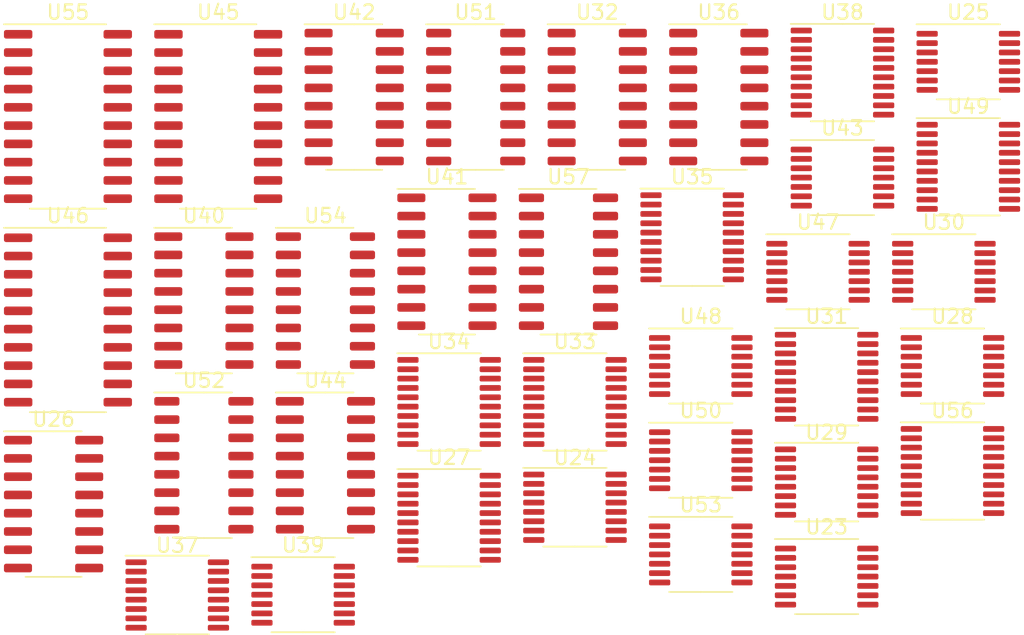
<source format=kicad_pcb>
(kicad_pcb (version 20171130) (host pcbnew "(5.1.10-1-10_14)")

  (general
    (thickness 1.6)
    (drawings 0)
    (tracks 0)
    (zones 0)
    (modules 35)
    (nets 141)
  )

  (page A4)
  (layers
    (0 F.Cu signal)
    (31 B.Cu signal)
    (32 B.Adhes user)
    (33 F.Adhes user)
    (34 B.Paste user)
    (35 F.Paste user)
    (36 B.SilkS user)
    (37 F.SilkS user)
    (38 B.Mask user)
    (39 F.Mask user)
    (40 Dwgs.User user)
    (41 Cmts.User user)
    (42 Eco1.User user)
    (43 Eco2.User user)
    (44 Edge.Cuts user)
    (45 Margin user)
    (46 B.CrtYd user)
    (47 F.CrtYd user)
    (48 B.Fab user hide)
    (49 F.Fab user hide)
  )

  (setup
    (last_trace_width 0.25)
    (trace_clearance 0.2)
    (zone_clearance 0.508)
    (zone_45_only no)
    (trace_min 0.2)
    (via_size 0.8)
    (via_drill 0.4)
    (via_min_size 0.4)
    (via_min_drill 0.3)
    (uvia_size 0.3)
    (uvia_drill 0.1)
    (uvias_allowed no)
    (uvia_min_size 0.2)
    (uvia_min_drill 0.1)
    (edge_width 0.05)
    (segment_width 0.2)
    (pcb_text_width 0.3)
    (pcb_text_size 1.5 1.5)
    (mod_edge_width 0.12)
    (mod_text_size 1 1)
    (mod_text_width 0.15)
    (pad_size 1.524 1.524)
    (pad_drill 0.762)
    (pad_to_mask_clearance 0)
    (aux_axis_origin 0 0)
    (visible_elements FFFFFF7F)
    (pcbplotparams
      (layerselection 0x010fc_ffffffff)
      (usegerberextensions false)
      (usegerberattributes true)
      (usegerberadvancedattributes true)
      (creategerberjobfile true)
      (excludeedgelayer true)
      (linewidth 0.100000)
      (plotframeref false)
      (viasonmask false)
      (mode 1)
      (useauxorigin false)
      (hpglpennumber 1)
      (hpglpenspeed 20)
      (hpglpendiameter 15.000000)
      (psnegative false)
      (psa4output false)
      (plotreference true)
      (plotvalue true)
      (plotinvisibletext false)
      (padsonsilk false)
      (subtractmaskfromsilk false)
      (outputformat 1)
      (mirror false)
      (drillshape 1)
      (scaleselection 1)
      (outputdirectory ""))
  )

  (net 0 "")
  (net 1 VCC)
  (net 2 GND)
  (net 3 "Net-(U37-Pad7)")
  (net 4 A3)
  (net 5 BUS3)
  (net 6 /OR3)
  (net 7 A2)
  (net 8 BUS2)
  (net 9 /OR2)
  (net 10 /OR1)
  (net 11 A1)
  (net 12 BUS1)
  (net 13 /OR0)
  (net 14 A0)
  (net 15 BUS0)
  (net 16 /XOR3)
  (net 17 /XOR2)
  (net 18 /XOR1)
  (net 19 /XOR0)
  (net 20 /AND3)
  (net 21 /AND2)
  (net 22 /AND1)
  (net 23 /AND0)
  (net 24 SEL_00_Shift)
  (net 25 CARRY_IN_Shift)
  (net 26 BUS6)
  (net 27 BUS7)
  (net 28 A_REG_IN_7)
  (net 29 A_REG_IN_6)
  (net 30 BUS5)
  (net 31 SEL_01_Shift)
  (net 32 ~PASSA)
  (net 33 MUX0)
  (net 34 MUX1)
  (net 35 MUX2)
  (net 36 MUX3)
  (net 37 MUX4)
  (net 38 MUX5)
  (net 39 MUX6)
  (net 40 MUX7)
  (net 41 A7)
  (net 42 A6)
  (net 43 A5)
  (net 44 A4)
  (net 45 /OR7)
  (net 46 /OR6)
  (net 47 /OR5)
  (net 48 /OR4)
  (net 49 BUS4)
  (net 50 /XOR7)
  (net 51 /XOR6)
  (net 52 /XOR5)
  (net 53 /XOR4)
  (net 54 /AND7)
  (net 55 /AND6)
  (net 56 /AND5)
  (net 57 /AND4)
  (net 58 ~PASSB)
  (net 59 B_REG7)
  (net 60 B_REG6)
  (net 61 B_REG5)
  (net 62 B_REG4)
  (net 63 B_REG3)
  (net 64 B_REG2)
  (net 65 B_REG1)
  (net 66 B_REG0)
  (net 67 A_REG_IN_5)
  (net 68 A_REG_IN_4)
  (net 69 ~AND)
  (net 70 ~XOR)
  (net 71 ~OR)
  (net 72 A_REG_IN_3)
  (net 73 A_REG_IN_2)
  (net 74 ~ZERO)
  (net 75 ALU_F2)
  (net 76 ALU_F1)
  (net 77 ALU_F0)
  (net 78 A_REG_IN_1)
  (net 79 A_REG_IN_0)
  (net 80 INVERT)
  (net 81 CARRY_OUT_Shift)
  (net 82 A_LOAD)
  (net 83 B0)
  (net 84 B1)
  (net 85 B2)
  (net 86 B3)
  (net 87 B4)
  (net 88 B5)
  (net 89 B6)
  (net 90 B7)
  (net 91 B_LOAD)
  (net 92 ~A_OUT)
  (net 93 Σ2)
  (net 94 Σ3)
  (net 95 Σ0)
  (net 96 Σ1)
  (net 97 Σ6)
  (net 98 Σ7)
  (net 99 ADDER_CARRY_OUT)
  (net 100 Σ4)
  (net 101 Σ5)
  (net 102 ~Σ_OUT)
  (net 103 OVERFLOW_FLAG)
  (net 104 SIGN_FLAG)
  (net 105 ZERO_FLAG)
  (net 106 Shift_CARRY_OUT_FLAG)
  (net 107 "Net-(U37-Pad9)")
  (net 108 "Net-(U39-Pad8)")
  (net 109 "Net-(U39-Pad6)")
  (net 110 "Net-(U39-Pad4)")
  (net 111 "Net-(U39-Pad2)")
  (net 112 "Net-(U42-Pad10)")
  (net 113 "Net-(U42-Pad7)")
  (net 114 "Net-(U43-Pad8)")
  (net 115 "Net-(U43-Pad6)")
  (net 116 "Net-(U43-Pad4)")
  (net 117 "Net-(U43-Pad2)")
  (net 118 "Net-(U50-Pad6)")
  (net 119 "Net-(U50-Pad3)")
  (net 120 "Net-(U51-Pad9)")
  (net 121 ARITHMETIC_CARRY_FLAG)
  (net 122 "Net-(U53-Pad11)")
  (net 123 "Net-(U55-Pad16)")
  (net 124 "Net-(U55-Pad14)")
  (net 125 "Net-(U55-Pad13)")
  (net 126 "Net-(U55-Pad12)")
  (net 127 LOAD_FLAGS)
  (net 128 "Net-(U52-Pad6)")
  (net 129 CARRY_SELECT_0)
  (net 130 "Net-(U57-Pad13)")
  (net 131 "Net-(U57-Pad12)")
  (net 132 "Net-(U57-Pad11)")
  (net 133 "Net-(U57-Pad10)")
  (net 134 "Net-(U57-Pad9)")
  (net 135 Adder_CARRY_OUT_FLAG)
  (net 136 CARRY_SELECT_1)
  (net 137 "Net-(U47-Pad13)")
  (net 138 "Net-(U47-Pad10)")
  (net 139 "Net-(U47-Pad4)")
  (net 140 "Net-(U47-Pad1)")

  (net_class Default "This is the default net class."
    (clearance 0.2)
    (trace_width 0.25)
    (via_dia 0.8)
    (via_drill 0.4)
    (uvia_dia 0.3)
    (uvia_drill 0.1)
    (add_net /AND0)
    (add_net /AND1)
    (add_net /AND2)
    (add_net /AND3)
    (add_net /AND4)
    (add_net /AND5)
    (add_net /AND6)
    (add_net /AND7)
    (add_net /OR0)
    (add_net /OR1)
    (add_net /OR2)
    (add_net /OR3)
    (add_net /OR4)
    (add_net /OR5)
    (add_net /OR6)
    (add_net /OR7)
    (add_net /XOR0)
    (add_net /XOR1)
    (add_net /XOR2)
    (add_net /XOR3)
    (add_net /XOR4)
    (add_net /XOR5)
    (add_net /XOR6)
    (add_net /XOR7)
    (add_net A0)
    (add_net A1)
    (add_net A2)
    (add_net A3)
    (add_net A4)
    (add_net A5)
    (add_net A6)
    (add_net A7)
    (add_net ADDER_CARRY_OUT)
    (add_net ALU_F0)
    (add_net ALU_F1)
    (add_net ALU_F2)
    (add_net ARITHMETIC_CARRY_FLAG)
    (add_net A_LOAD)
    (add_net A_REG_IN_0)
    (add_net A_REG_IN_1)
    (add_net A_REG_IN_2)
    (add_net A_REG_IN_3)
    (add_net A_REG_IN_4)
    (add_net A_REG_IN_5)
    (add_net A_REG_IN_6)
    (add_net A_REG_IN_7)
    (add_net Adder_CARRY_OUT_FLAG)
    (add_net B0)
    (add_net B1)
    (add_net B2)
    (add_net B3)
    (add_net B4)
    (add_net B5)
    (add_net B6)
    (add_net B7)
    (add_net BUS0)
    (add_net BUS1)
    (add_net BUS2)
    (add_net BUS3)
    (add_net BUS4)
    (add_net BUS5)
    (add_net BUS6)
    (add_net BUS7)
    (add_net B_LOAD)
    (add_net B_REG0)
    (add_net B_REG1)
    (add_net B_REG2)
    (add_net B_REG3)
    (add_net B_REG4)
    (add_net B_REG5)
    (add_net B_REG6)
    (add_net B_REG7)
    (add_net CARRY_IN_Shift)
    (add_net CARRY_OUT_Shift)
    (add_net CARRY_SELECT_0)
    (add_net CARRY_SELECT_1)
    (add_net GND)
    (add_net INVERT)
    (add_net LOAD_FLAGS)
    (add_net MUX0)
    (add_net MUX1)
    (add_net MUX2)
    (add_net MUX3)
    (add_net MUX4)
    (add_net MUX5)
    (add_net MUX6)
    (add_net MUX7)
    (add_net "Net-(U37-Pad7)")
    (add_net "Net-(U37-Pad9)")
    (add_net "Net-(U39-Pad2)")
    (add_net "Net-(U39-Pad4)")
    (add_net "Net-(U39-Pad6)")
    (add_net "Net-(U39-Pad8)")
    (add_net "Net-(U42-Pad10)")
    (add_net "Net-(U42-Pad7)")
    (add_net "Net-(U43-Pad2)")
    (add_net "Net-(U43-Pad4)")
    (add_net "Net-(U43-Pad6)")
    (add_net "Net-(U43-Pad8)")
    (add_net "Net-(U47-Pad1)")
    (add_net "Net-(U47-Pad10)")
    (add_net "Net-(U47-Pad13)")
    (add_net "Net-(U47-Pad4)")
    (add_net "Net-(U50-Pad3)")
    (add_net "Net-(U50-Pad6)")
    (add_net "Net-(U51-Pad9)")
    (add_net "Net-(U52-Pad6)")
    (add_net "Net-(U53-Pad11)")
    (add_net "Net-(U55-Pad12)")
    (add_net "Net-(U55-Pad13)")
    (add_net "Net-(U55-Pad14)")
    (add_net "Net-(U55-Pad16)")
    (add_net "Net-(U57-Pad10)")
    (add_net "Net-(U57-Pad11)")
    (add_net "Net-(U57-Pad12)")
    (add_net "Net-(U57-Pad13)")
    (add_net "Net-(U57-Pad9)")
    (add_net OVERFLOW_FLAG)
    (add_net SEL_00_Shift)
    (add_net SEL_01_Shift)
    (add_net SIGN_FLAG)
    (add_net Shift_CARRY_OUT_FLAG)
    (add_net VCC)
    (add_net ZERO_FLAG)
    (add_net ~AND)
    (add_net ~A_OUT)
    (add_net ~OR)
    (add_net ~PASSA)
    (add_net ~PASSB)
    (add_net ~XOR)
    (add_net ~ZERO)
    (add_net ~Σ_OUT)
    (add_net Σ0)
    (add_net Σ1)
    (add_net Σ2)
    (add_net Σ3)
    (add_net Σ4)
    (add_net Σ5)
    (add_net Σ6)
    (add_net Σ7)
  )

  (module Package_SO:SO-16_3.9x9.9mm_P1.27mm (layer F.Cu) (tedit 5E888720) (tstamp 617ED237)
    (at 71.966 92.664)
    (descr "SO, 16 Pin (https://www.nxp.com/docs/en/package-information/SOT109-1.pdf), generated with kicad-footprint-generator ipc_gullwing_generator.py")
    (tags "SO SO")
    (path /62E5A1E7)
    (attr smd)
    (fp_text reference U57 (at 0 -5.9) (layer F.SilkS)
      (effects (font (size 1 1) (thickness 0.15)))
    )
    (fp_text value 74LS153 (at 0 5.9) (layer F.Fab)
      (effects (font (size 1 1) (thickness 0.15)))
    )
    (fp_text user %R (at 0 0) (layer F.Fab)
      (effects (font (size 0.98 0.98) (thickness 0.15)))
    )
    (fp_line (start 0 5.06) (end 1.95 5.06) (layer F.SilkS) (width 0.12))
    (fp_line (start 0 5.06) (end -1.95 5.06) (layer F.SilkS) (width 0.12))
    (fp_line (start 0 -5.06) (end 1.95 -5.06) (layer F.SilkS) (width 0.12))
    (fp_line (start 0 -5.06) (end -3.45 -5.06) (layer F.SilkS) (width 0.12))
    (fp_line (start -0.975 -4.95) (end 1.95 -4.95) (layer F.Fab) (width 0.1))
    (fp_line (start 1.95 -4.95) (end 1.95 4.95) (layer F.Fab) (width 0.1))
    (fp_line (start 1.95 4.95) (end -1.95 4.95) (layer F.Fab) (width 0.1))
    (fp_line (start -1.95 4.95) (end -1.95 -3.975) (layer F.Fab) (width 0.1))
    (fp_line (start -1.95 -3.975) (end -0.975 -4.95) (layer F.Fab) (width 0.1))
    (fp_line (start -3.7 -5.2) (end -3.7 5.2) (layer F.CrtYd) (width 0.05))
    (fp_line (start -3.7 5.2) (end 3.7 5.2) (layer F.CrtYd) (width 0.05))
    (fp_line (start 3.7 5.2) (end 3.7 -5.2) (layer F.CrtYd) (width 0.05))
    (fp_line (start 3.7 -5.2) (end -3.7 -5.2) (layer F.CrtYd) (width 0.05))
    (pad 16 smd roundrect (at 2.575 -4.445) (size 1.75 0.6) (layers F.Cu F.Paste F.Mask) (roundrect_rratio 0.25)
      (net 1 VCC))
    (pad 15 smd roundrect (at 2.575 -3.175) (size 1.75 0.6) (layers F.Cu F.Paste F.Mask) (roundrect_rratio 0.25)
      (net 1 VCC))
    (pad 14 smd roundrect (at 2.575 -1.905) (size 1.75 0.6) (layers F.Cu F.Paste F.Mask) (roundrect_rratio 0.25)
      (net 129 CARRY_SELECT_0))
    (pad 13 smd roundrect (at 2.575 -0.635) (size 1.75 0.6) (layers F.Cu F.Paste F.Mask) (roundrect_rratio 0.25)
      (net 130 "Net-(U57-Pad13)"))
    (pad 12 smd roundrect (at 2.575 0.635) (size 1.75 0.6) (layers F.Cu F.Paste F.Mask) (roundrect_rratio 0.25)
      (net 131 "Net-(U57-Pad12)"))
    (pad 11 smd roundrect (at 2.575 1.905) (size 1.75 0.6) (layers F.Cu F.Paste F.Mask) (roundrect_rratio 0.25)
      (net 132 "Net-(U57-Pad11)"))
    (pad 10 smd roundrect (at 2.575 3.175) (size 1.75 0.6) (layers F.Cu F.Paste F.Mask) (roundrect_rratio 0.25)
      (net 133 "Net-(U57-Pad10)"))
    (pad 9 smd roundrect (at 2.575 4.445) (size 1.75 0.6) (layers F.Cu F.Paste F.Mask) (roundrect_rratio 0.25)
      (net 134 "Net-(U57-Pad9)"))
    (pad 8 smd roundrect (at -2.575 4.445) (size 1.75 0.6) (layers F.Cu F.Paste F.Mask) (roundrect_rratio 0.25)
      (net 2 GND))
    (pad 7 smd roundrect (at -2.575 3.175) (size 1.75 0.6) (layers F.Cu F.Paste F.Mask) (roundrect_rratio 0.25)
      (net 135 Adder_CARRY_OUT_FLAG))
    (pad 6 smd roundrect (at -2.575 1.905) (size 1.75 0.6) (layers F.Cu F.Paste F.Mask) (roundrect_rratio 0.25)
      (net 123 "Net-(U55-Pad16)"))
    (pad 5 smd roundrect (at -2.575 0.635) (size 1.75 0.6) (layers F.Cu F.Paste F.Mask) (roundrect_rratio 0.25)
      (net 1 VCC))
    (pad 4 smd roundrect (at -2.575 -0.635) (size 1.75 0.6) (layers F.Cu F.Paste F.Mask) (roundrect_rratio 0.25)
      (net 2 GND))
    (pad 3 smd roundrect (at -2.575 -1.905) (size 1.75 0.6) (layers F.Cu F.Paste F.Mask) (roundrect_rratio 0.25)
      (net 2 GND))
    (pad 2 smd roundrect (at -2.575 -3.175) (size 1.75 0.6) (layers F.Cu F.Paste F.Mask) (roundrect_rratio 0.25)
      (net 136 CARRY_SELECT_1))
    (pad 1 smd roundrect (at -2.575 -4.445) (size 1.75 0.6) (layers F.Cu F.Paste F.Mask) (roundrect_rratio 0.25)
      (net 2 GND))
    (model ${KISYS3DMOD}/Package_SO.3dshapes/SO-16_3.9x9.9mm_P1.27mm.wrl
      (at (xyz 0 0 0))
      (scale (xyz 1 1 1))
      (rotate (xyz 0 0 0))
    )
  )

  (module Package_SO:TSSOP-20_4.4x6.5mm_P0.65mm (layer F.Cu) (tedit 5E476F32) (tstamp 617ED215)
    (at 98.666 107.214)
    (descr "TSSOP, 20 Pin (JEDEC MO-153 Var AC https://www.jedec.org/document_search?search_api_views_fulltext=MO-153), generated with kicad-footprint-generator ipc_gullwing_generator.py")
    (tags "TSSOP SO")
    (path /62B648B0)
    (attr smd)
    (fp_text reference U56 (at 0 -4.2) (layer F.SilkS)
      (effects (font (size 1 1) (thickness 0.15)))
    )
    (fp_text value 74HC245PW,118 (at 0 4.2) (layer F.Fab)
      (effects (font (size 1 1) (thickness 0.15)))
    )
    (fp_text user %R (at 0 0) (layer F.Fab)
      (effects (font (size 1 1) (thickness 0.15)))
    )
    (fp_line (start 0 3.385) (end 2.2 3.385) (layer F.SilkS) (width 0.12))
    (fp_line (start 0 3.385) (end -2.2 3.385) (layer F.SilkS) (width 0.12))
    (fp_line (start 0 -3.385) (end 2.2 -3.385) (layer F.SilkS) (width 0.12))
    (fp_line (start 0 -3.385) (end -3.6 -3.385) (layer F.SilkS) (width 0.12))
    (fp_line (start -1.2 -3.25) (end 2.2 -3.25) (layer F.Fab) (width 0.1))
    (fp_line (start 2.2 -3.25) (end 2.2 3.25) (layer F.Fab) (width 0.1))
    (fp_line (start 2.2 3.25) (end -2.2 3.25) (layer F.Fab) (width 0.1))
    (fp_line (start -2.2 3.25) (end -2.2 -2.25) (layer F.Fab) (width 0.1))
    (fp_line (start -2.2 -2.25) (end -1.2 -3.25) (layer F.Fab) (width 0.1))
    (fp_line (start -3.85 -3.5) (end -3.85 3.5) (layer F.CrtYd) (width 0.05))
    (fp_line (start -3.85 3.5) (end 3.85 3.5) (layer F.CrtYd) (width 0.05))
    (fp_line (start 3.85 3.5) (end 3.85 -3.5) (layer F.CrtYd) (width 0.05))
    (fp_line (start 3.85 -3.5) (end -3.85 -3.5) (layer F.CrtYd) (width 0.05))
    (pad 20 smd roundrect (at 2.8625 -2.925) (size 1.475 0.4) (layers F.Cu F.Paste F.Mask) (roundrect_rratio 0.25)
      (net 1 VCC))
    (pad 19 smd roundrect (at 2.8625 -2.275) (size 1.475 0.4) (layers F.Cu F.Paste F.Mask) (roundrect_rratio 0.25)
      (net 102 ~Σ_OUT))
    (pad 18 smd roundrect (at 2.8625 -1.625) (size 1.475 0.4) (layers F.Cu F.Paste F.Mask) (roundrect_rratio 0.25)
      (net 95 Σ0))
    (pad 17 smd roundrect (at 2.8625 -0.975) (size 1.475 0.4) (layers F.Cu F.Paste F.Mask) (roundrect_rratio 0.25)
      (net 96 Σ1))
    (pad 16 smd roundrect (at 2.8625 -0.325) (size 1.475 0.4) (layers F.Cu F.Paste F.Mask) (roundrect_rratio 0.25)
      (net 93 Σ2))
    (pad 15 smd roundrect (at 2.8625 0.325) (size 1.475 0.4) (layers F.Cu F.Paste F.Mask) (roundrect_rratio 0.25)
      (net 94 Σ3))
    (pad 14 smd roundrect (at 2.8625 0.975) (size 1.475 0.4) (layers F.Cu F.Paste F.Mask) (roundrect_rratio 0.25)
      (net 100 Σ4))
    (pad 13 smd roundrect (at 2.8625 1.625) (size 1.475 0.4) (layers F.Cu F.Paste F.Mask) (roundrect_rratio 0.25)
      (net 101 Σ5))
    (pad 12 smd roundrect (at 2.8625 2.275) (size 1.475 0.4) (layers F.Cu F.Paste F.Mask) (roundrect_rratio 0.25)
      (net 97 Σ6))
    (pad 11 smd roundrect (at 2.8625 2.925) (size 1.475 0.4) (layers F.Cu F.Paste F.Mask) (roundrect_rratio 0.25)
      (net 98 Σ7))
    (pad 10 smd roundrect (at -2.8625 2.925) (size 1.475 0.4) (layers F.Cu F.Paste F.Mask) (roundrect_rratio 0.25)
      (net 2 GND))
    (pad 9 smd roundrect (at -2.8625 2.275) (size 1.475 0.4) (layers F.Cu F.Paste F.Mask) (roundrect_rratio 0.25)
      (net 27 BUS7))
    (pad 8 smd roundrect (at -2.8625 1.625) (size 1.475 0.4) (layers F.Cu F.Paste F.Mask) (roundrect_rratio 0.25)
      (net 26 BUS6))
    (pad 7 smd roundrect (at -2.8625 0.975) (size 1.475 0.4) (layers F.Cu F.Paste F.Mask) (roundrect_rratio 0.25)
      (net 30 BUS5))
    (pad 6 smd roundrect (at -2.8625 0.325) (size 1.475 0.4) (layers F.Cu F.Paste F.Mask) (roundrect_rratio 0.25)
      (net 49 BUS4))
    (pad 5 smd roundrect (at -2.8625 -0.325) (size 1.475 0.4) (layers F.Cu F.Paste F.Mask) (roundrect_rratio 0.25)
      (net 5 BUS3))
    (pad 4 smd roundrect (at -2.8625 -0.975) (size 1.475 0.4) (layers F.Cu F.Paste F.Mask) (roundrect_rratio 0.25)
      (net 8 BUS2))
    (pad 3 smd roundrect (at -2.8625 -1.625) (size 1.475 0.4) (layers F.Cu F.Paste F.Mask) (roundrect_rratio 0.25)
      (net 12 BUS1))
    (pad 2 smd roundrect (at -2.8625 -2.275) (size 1.475 0.4) (layers F.Cu F.Paste F.Mask) (roundrect_rratio 0.25)
      (net 15 BUS0))
    (pad 1 smd roundrect (at -2.8625 -2.925) (size 1.475 0.4) (layers F.Cu F.Paste F.Mask) (roundrect_rratio 0.25)
      (net 1 VCC))
    (model ${KISYS3DMOD}/Package_SO.3dshapes/TSSOP-20_4.4x6.5mm_P0.65mm.wrl
      (at (xyz 0 0 0))
      (scale (xyz 1 1 1))
      (rotate (xyz 0 0 0))
    )
  )

  (module Package_SO:SO-20_5.3x12.6mm_P1.27mm (layer F.Cu) (tedit 5EA5315B) (tstamp 617ED1EF)
    (at 37.166 82.564)
    (descr "SO, 20 Pin (https://www.ti.com/lit/ml/msop002a/msop002a.pdf), generated with kicad-footprint-generator ipc_gullwing_generator.py")
    (tags "SO SO")
    (path /62C5DC42)
    (attr smd)
    (fp_text reference U55 (at 0 -7.25) (layer F.SilkS)
      (effects (font (size 1 1) (thickness 0.15)))
    )
    (fp_text value 74LS574 (at 0 7.25) (layer F.Fab)
      (effects (font (size 1 1) (thickness 0.15)))
    )
    (fp_text user %R (at 0 0) (layer F.Fab)
      (effects (font (size 1 1) (thickness 0.15)))
    )
    (fp_line (start 0 6.41) (end 2.65 6.41) (layer F.SilkS) (width 0.12))
    (fp_line (start 0 6.41) (end -2.65 6.41) (layer F.SilkS) (width 0.12))
    (fp_line (start 0 -6.41) (end 2.65 -6.41) (layer F.SilkS) (width 0.12))
    (fp_line (start 0 -6.41) (end -4.45 -6.41) (layer F.SilkS) (width 0.12))
    (fp_line (start -1.65 -6.3) (end 2.65 -6.3) (layer F.Fab) (width 0.1))
    (fp_line (start 2.65 -6.3) (end 2.65 6.3) (layer F.Fab) (width 0.1))
    (fp_line (start 2.65 6.3) (end -2.65 6.3) (layer F.Fab) (width 0.1))
    (fp_line (start -2.65 6.3) (end -2.65 -5.3) (layer F.Fab) (width 0.1))
    (fp_line (start -2.65 -5.3) (end -1.65 -6.3) (layer F.Fab) (width 0.1))
    (fp_line (start -4.7 -6.55) (end -4.7 6.55) (layer F.CrtYd) (width 0.05))
    (fp_line (start -4.7 6.55) (end 4.7 6.55) (layer F.CrtYd) (width 0.05))
    (fp_line (start 4.7 6.55) (end 4.7 -6.55) (layer F.CrtYd) (width 0.05))
    (fp_line (start 4.7 -6.55) (end -4.7 -6.55) (layer F.CrtYd) (width 0.05))
    (pad 20 smd roundrect (at 3.4625 -5.715) (size 1.975 0.6) (layers F.Cu F.Paste F.Mask) (roundrect_rratio 0.25)
      (net 1 VCC))
    (pad 19 smd roundrect (at 3.4625 -4.445) (size 1.975 0.6) (layers F.Cu F.Paste F.Mask) (roundrect_rratio 0.25)
      (net 105 ZERO_FLAG))
    (pad 18 smd roundrect (at 3.4625 -3.175) (size 1.975 0.6) (layers F.Cu F.Paste F.Mask) (roundrect_rratio 0.25)
      (net 104 SIGN_FLAG))
    (pad 17 smd roundrect (at 3.4625 -1.905) (size 1.975 0.6) (layers F.Cu F.Paste F.Mask) (roundrect_rratio 0.25)
      (net 103 OVERFLOW_FLAG))
    (pad 16 smd roundrect (at 3.4625 -0.635) (size 1.975 0.6) (layers F.Cu F.Paste F.Mask) (roundrect_rratio 0.25)
      (net 123 "Net-(U55-Pad16)"))
    (pad 15 smd roundrect (at 3.4625 0.635) (size 1.975 0.6) (layers F.Cu F.Paste F.Mask) (roundrect_rratio 0.25)
      (net 106 Shift_CARRY_OUT_FLAG))
    (pad 14 smd roundrect (at 3.4625 1.905) (size 1.975 0.6) (layers F.Cu F.Paste F.Mask) (roundrect_rratio 0.25)
      (net 124 "Net-(U55-Pad14)"))
    (pad 13 smd roundrect (at 3.4625 3.175) (size 1.975 0.6) (layers F.Cu F.Paste F.Mask) (roundrect_rratio 0.25)
      (net 125 "Net-(U55-Pad13)"))
    (pad 12 smd roundrect (at 3.4625 4.445) (size 1.975 0.6) (layers F.Cu F.Paste F.Mask) (roundrect_rratio 0.25)
      (net 126 "Net-(U55-Pad12)"))
    (pad 11 smd roundrect (at 3.4625 5.715) (size 1.975 0.6) (layers F.Cu F.Paste F.Mask) (roundrect_rratio 0.25)
      (net 127 LOAD_FLAGS))
    (pad 10 smd roundrect (at -3.4625 5.715) (size 1.975 0.6) (layers F.Cu F.Paste F.Mask) (roundrect_rratio 0.25)
      (net 2 GND))
    (pad 9 smd roundrect (at -3.4625 4.445) (size 1.975 0.6) (layers F.Cu F.Paste F.Mask) (roundrect_rratio 0.25)
      (net 2 GND))
    (pad 8 smd roundrect (at -3.4625 3.175) (size 1.975 0.6) (layers F.Cu F.Paste F.Mask) (roundrect_rratio 0.25)
      (net 2 GND))
    (pad 7 smd roundrect (at -3.4625 1.905) (size 1.975 0.6) (layers F.Cu F.Paste F.Mask) (roundrect_rratio 0.25)
      (net 2 GND))
    (pad 6 smd roundrect (at -3.4625 0.635) (size 1.975 0.6) (layers F.Cu F.Paste F.Mask) (roundrect_rratio 0.25)
      (net 81 CARRY_OUT_Shift))
    (pad 5 smd roundrect (at -3.4625 -0.635) (size 1.975 0.6) (layers F.Cu F.Paste F.Mask) (roundrect_rratio 0.25)
      (net 99 ADDER_CARRY_OUT))
    (pad 4 smd roundrect (at -3.4625 -1.905) (size 1.975 0.6) (layers F.Cu F.Paste F.Mask) (roundrect_rratio 0.25)
      (net 122 "Net-(U53-Pad11)"))
    (pad 3 smd roundrect (at -3.4625 -3.175) (size 1.975 0.6) (layers F.Cu F.Paste F.Mask) (roundrect_rratio 0.25)
      (net 98 Σ7))
    (pad 2 smd roundrect (at -3.4625 -4.445) (size 1.975 0.6) (layers F.Cu F.Paste F.Mask) (roundrect_rratio 0.25)
      (net 128 "Net-(U52-Pad6)"))
    (pad 1 smd roundrect (at -3.4625 -5.715) (size 1.975 0.6) (layers F.Cu F.Paste F.Mask) (roundrect_rratio 0.25)
      (net 2 GND))
    (model ${KISYS3DMOD}/Package_SO.3dshapes/SO-20_5.3x12.6mm_P1.27mm.wrl
      (at (xyz 0 0 0))
      (scale (xyz 1 1 1))
      (rotate (xyz 0 0 0))
    )
  )

  (module Package_SO:SO-16_3.9x9.9mm_P1.27mm (layer F.Cu) (tedit 5E888720) (tstamp 617ED1C9)
    (at 55.066 95.364)
    (descr "SO, 16 Pin (https://www.nxp.com/docs/en/package-information/SOT109-1.pdf), generated with kicad-footprint-generator ipc_gullwing_generator.py")
    (tags "SO SO")
    (path /62B1B6C7)
    (attr smd)
    (fp_text reference U54 (at 0 -5.9) (layer F.SilkS)
      (effects (font (size 1 1) (thickness 0.15)))
    )
    (fp_text value 74LS283 (at 0 5.9) (layer F.Fab)
      (effects (font (size 1 1) (thickness 0.15)))
    )
    (fp_text user %R (at 0 0) (layer F.Fab)
      (effects (font (size 0.98 0.98) (thickness 0.15)))
    )
    (fp_line (start 0 5.06) (end 1.95 5.06) (layer F.SilkS) (width 0.12))
    (fp_line (start 0 5.06) (end -1.95 5.06) (layer F.SilkS) (width 0.12))
    (fp_line (start 0 -5.06) (end 1.95 -5.06) (layer F.SilkS) (width 0.12))
    (fp_line (start 0 -5.06) (end -3.45 -5.06) (layer F.SilkS) (width 0.12))
    (fp_line (start -0.975 -4.95) (end 1.95 -4.95) (layer F.Fab) (width 0.1))
    (fp_line (start 1.95 -4.95) (end 1.95 4.95) (layer F.Fab) (width 0.1))
    (fp_line (start 1.95 4.95) (end -1.95 4.95) (layer F.Fab) (width 0.1))
    (fp_line (start -1.95 4.95) (end -1.95 -3.975) (layer F.Fab) (width 0.1))
    (fp_line (start -1.95 -3.975) (end -0.975 -4.95) (layer F.Fab) (width 0.1))
    (fp_line (start -3.7 -5.2) (end -3.7 5.2) (layer F.CrtYd) (width 0.05))
    (fp_line (start -3.7 5.2) (end 3.7 5.2) (layer F.CrtYd) (width 0.05))
    (fp_line (start 3.7 5.2) (end 3.7 -5.2) (layer F.CrtYd) (width 0.05))
    (fp_line (start 3.7 -5.2) (end -3.7 -5.2) (layer F.CrtYd) (width 0.05))
    (pad 16 smd roundrect (at 2.575 -4.445) (size 1.75 0.6) (layers F.Cu F.Paste F.Mask) (roundrect_rratio 0.25)
      (net 1 VCC))
    (pad 15 smd roundrect (at 2.575 -3.175) (size 1.75 0.6) (layers F.Cu F.Paste F.Mask) (roundrect_rratio 0.25)
      (net 89 B6))
    (pad 14 smd roundrect (at 2.575 -1.905) (size 1.75 0.6) (layers F.Cu F.Paste F.Mask) (roundrect_rratio 0.25)
      (net 42 A6))
    (pad 13 smd roundrect (at 2.575 -0.635) (size 1.75 0.6) (layers F.Cu F.Paste F.Mask) (roundrect_rratio 0.25)
      (net 97 Σ6))
    (pad 12 smd roundrect (at 2.575 0.635) (size 1.75 0.6) (layers F.Cu F.Paste F.Mask) (roundrect_rratio 0.25)
      (net 41 A7))
    (pad 11 smd roundrect (at 2.575 1.905) (size 1.75 0.6) (layers F.Cu F.Paste F.Mask) (roundrect_rratio 0.25)
      (net 90 B7))
    (pad 10 smd roundrect (at 2.575 3.175) (size 1.75 0.6) (layers F.Cu F.Paste F.Mask) (roundrect_rratio 0.25)
      (net 98 Σ7))
    (pad 9 smd roundrect (at 2.575 4.445) (size 1.75 0.6) (layers F.Cu F.Paste F.Mask) (roundrect_rratio 0.25)
      (net 99 ADDER_CARRY_OUT))
    (pad 8 smd roundrect (at -2.575 4.445) (size 1.75 0.6) (layers F.Cu F.Paste F.Mask) (roundrect_rratio 0.25)
      (net 2 GND))
    (pad 7 smd roundrect (at -2.575 3.175) (size 1.75 0.6) (layers F.Cu F.Paste F.Mask) (roundrect_rratio 0.25)
      (net 120 "Net-(U51-Pad9)"))
    (pad 6 smd roundrect (at -2.575 1.905) (size 1.75 0.6) (layers F.Cu F.Paste F.Mask) (roundrect_rratio 0.25)
      (net 87 B4))
    (pad 5 smd roundrect (at -2.575 0.635) (size 1.75 0.6) (layers F.Cu F.Paste F.Mask) (roundrect_rratio 0.25)
      (net 44 A4))
    (pad 4 smd roundrect (at -2.575 -0.635) (size 1.75 0.6) (layers F.Cu F.Paste F.Mask) (roundrect_rratio 0.25)
      (net 100 Σ4))
    (pad 3 smd roundrect (at -2.575 -1.905) (size 1.75 0.6) (layers F.Cu F.Paste F.Mask) (roundrect_rratio 0.25)
      (net 43 A5))
    (pad 2 smd roundrect (at -2.575 -3.175) (size 1.75 0.6) (layers F.Cu F.Paste F.Mask) (roundrect_rratio 0.25)
      (net 88 B5))
    (pad 1 smd roundrect (at -2.575 -4.445) (size 1.75 0.6) (layers F.Cu F.Paste F.Mask) (roundrect_rratio 0.25)
      (net 101 Σ5))
    (model ${KISYS3DMOD}/Package_SO.3dshapes/SO-16_3.9x9.9mm_P1.27mm.wrl
      (at (xyz 0 0 0))
      (scale (xyz 1 1 1))
      (rotate (xyz 0 0 0))
    )
  )

  (module Package_SO:TSSOP-14_4.4x5mm_P0.65mm (layer F.Cu) (tedit 5E476F32) (tstamp 617ED1A7)
    (at 81.166 113.014)
    (descr "TSSOP, 14 Pin (JEDEC MO-153 Var AB-1 https://www.jedec.org/document_search?search_api_views_fulltext=MO-153), generated with kicad-footprint-generator ipc_gullwing_generator.py")
    (tags "TSSOP SO")
    (path /62E2C3EE)
    (attr smd)
    (fp_text reference U53 (at 0 -3.45) (layer F.SilkS)
      (effects (font (size 1 1) (thickness 0.15)))
    )
    (fp_text value SN74HC08PWR (at 0 3.45) (layer F.Fab)
      (effects (font (size 1 1) (thickness 0.15)))
    )
    (fp_text user %R (at 0 0) (layer F.Fab)
      (effects (font (size 1 1) (thickness 0.15)))
    )
    (fp_line (start 0 2.61) (end 2.2 2.61) (layer F.SilkS) (width 0.12))
    (fp_line (start 0 2.61) (end -2.2 2.61) (layer F.SilkS) (width 0.12))
    (fp_line (start 0 -2.61) (end 2.2 -2.61) (layer F.SilkS) (width 0.12))
    (fp_line (start 0 -2.61) (end -3.6 -2.61) (layer F.SilkS) (width 0.12))
    (fp_line (start -1.2 -2.5) (end 2.2 -2.5) (layer F.Fab) (width 0.1))
    (fp_line (start 2.2 -2.5) (end 2.2 2.5) (layer F.Fab) (width 0.1))
    (fp_line (start 2.2 2.5) (end -2.2 2.5) (layer F.Fab) (width 0.1))
    (fp_line (start -2.2 2.5) (end -2.2 -1.5) (layer F.Fab) (width 0.1))
    (fp_line (start -2.2 -1.5) (end -1.2 -2.5) (layer F.Fab) (width 0.1))
    (fp_line (start -3.85 -2.75) (end -3.85 2.75) (layer F.CrtYd) (width 0.05))
    (fp_line (start -3.85 2.75) (end 3.85 2.75) (layer F.CrtYd) (width 0.05))
    (fp_line (start 3.85 2.75) (end 3.85 -2.75) (layer F.CrtYd) (width 0.05))
    (fp_line (start 3.85 -2.75) (end -3.85 -2.75) (layer F.CrtYd) (width 0.05))
    (pad 14 smd roundrect (at 2.8625 -1.95) (size 1.475 0.4) (layers F.Cu F.Paste F.Mask) (roundrect_rratio 0.25))
    (pad 13 smd roundrect (at 2.8625 -1.3) (size 1.475 0.4) (layers F.Cu F.Paste F.Mask) (roundrect_rratio 0.25)
      (net 118 "Net-(U50-Pad6)"))
    (pad 12 smd roundrect (at 2.8625 -0.65) (size 1.475 0.4) (layers F.Cu F.Paste F.Mask) (roundrect_rratio 0.25)
      (net 119 "Net-(U50-Pad3)"))
    (pad 11 smd roundrect (at 2.8625 0) (size 1.475 0.4) (layers F.Cu F.Paste F.Mask) (roundrect_rratio 0.25)
      (net 122 "Net-(U53-Pad11)"))
    (pad 10 smd roundrect (at 2.8625 0.65) (size 1.475 0.4) (layers F.Cu F.Paste F.Mask) (roundrect_rratio 0.25))
    (pad 9 smd roundrect (at 2.8625 1.3) (size 1.475 0.4) (layers F.Cu F.Paste F.Mask) (roundrect_rratio 0.25))
    (pad 8 smd roundrect (at 2.8625 1.95) (size 1.475 0.4) (layers F.Cu F.Paste F.Mask) (roundrect_rratio 0.25))
    (pad 7 smd roundrect (at -2.8625 1.95) (size 1.475 0.4) (layers F.Cu F.Paste F.Mask) (roundrect_rratio 0.25))
    (pad 6 smd roundrect (at -2.8625 1.3) (size 1.475 0.4) (layers F.Cu F.Paste F.Mask) (roundrect_rratio 0.25))
    (pad 5 smd roundrect (at -2.8625 0.65) (size 1.475 0.4) (layers F.Cu F.Paste F.Mask) (roundrect_rratio 0.25))
    (pad 4 smd roundrect (at -2.8625 0) (size 1.475 0.4) (layers F.Cu F.Paste F.Mask) (roundrect_rratio 0.25))
    (pad 3 smd roundrect (at -2.8625 -0.65) (size 1.475 0.4) (layers F.Cu F.Paste F.Mask) (roundrect_rratio 0.25))
    (pad 2 smd roundrect (at -2.8625 -1.3) (size 1.475 0.4) (layers F.Cu F.Paste F.Mask) (roundrect_rratio 0.25))
    (pad 1 smd roundrect (at -2.8625 -1.95) (size 1.475 0.4) (layers F.Cu F.Paste F.Mask) (roundrect_rratio 0.25))
    (model ${KISYS3DMOD}/Package_SO.3dshapes/TSSOP-14_4.4x5mm_P0.65mm.wrl
      (at (xyz 0 0 0))
      (scale (xyz 1 1 1))
      (rotate (xyz 0 0 0))
    )
  )

  (module Package_SO:SO-16_3.9x9.9mm_P1.27mm (layer F.Cu) (tedit 5E888720) (tstamp 617ED187)
    (at 46.616 106.814)
    (descr "SO, 16 Pin (https://www.nxp.com/docs/en/package-information/SOT109-1.pdf), generated with kicad-footprint-generator ipc_gullwing_generator.py")
    (tags "SO SO")
    (path /62C309A6)
    (attr smd)
    (fp_text reference U52 (at 0 -5.9) (layer F.SilkS)
      (effects (font (size 1 1) (thickness 0.15)))
    )
    (fp_text value 74LS21 (at 0 5.9) (layer F.Fab)
      (effects (font (size 1 1) (thickness 0.15)))
    )
    (fp_text user %R (at 0 0) (layer F.Fab)
      (effects (font (size 0.98 0.98) (thickness 0.15)))
    )
    (fp_line (start 0 5.06) (end 1.95 5.06) (layer F.SilkS) (width 0.12))
    (fp_line (start 0 5.06) (end -1.95 5.06) (layer F.SilkS) (width 0.12))
    (fp_line (start 0 -5.06) (end 1.95 -5.06) (layer F.SilkS) (width 0.12))
    (fp_line (start 0 -5.06) (end -3.45 -5.06) (layer F.SilkS) (width 0.12))
    (fp_line (start -0.975 -4.95) (end 1.95 -4.95) (layer F.Fab) (width 0.1))
    (fp_line (start 1.95 -4.95) (end 1.95 4.95) (layer F.Fab) (width 0.1))
    (fp_line (start 1.95 4.95) (end -1.95 4.95) (layer F.Fab) (width 0.1))
    (fp_line (start -1.95 4.95) (end -1.95 -3.975) (layer F.Fab) (width 0.1))
    (fp_line (start -1.95 -3.975) (end -0.975 -4.95) (layer F.Fab) (width 0.1))
    (fp_line (start -3.7 -5.2) (end -3.7 5.2) (layer F.CrtYd) (width 0.05))
    (fp_line (start -3.7 5.2) (end 3.7 5.2) (layer F.CrtYd) (width 0.05))
    (fp_line (start 3.7 5.2) (end 3.7 -5.2) (layer F.CrtYd) (width 0.05))
    (fp_line (start 3.7 -5.2) (end -3.7 -5.2) (layer F.CrtYd) (width 0.05))
    (pad 16 smd roundrect (at 2.575 -4.445) (size 1.75 0.6) (layers F.Cu F.Paste F.Mask) (roundrect_rratio 0.25))
    (pad 15 smd roundrect (at 2.575 -3.175) (size 1.75 0.6) (layers F.Cu F.Paste F.Mask) (roundrect_rratio 0.25))
    (pad 14 smd roundrect (at 2.575 -1.905) (size 1.75 0.6) (layers F.Cu F.Paste F.Mask) (roundrect_rratio 0.25))
    (pad 13 smd roundrect (at 2.575 -0.635) (size 1.75 0.6) (layers F.Cu F.Paste F.Mask) (roundrect_rratio 0.25))
    (pad 12 smd roundrect (at 2.575 0.635) (size 1.75 0.6) (layers F.Cu F.Paste F.Mask) (roundrect_rratio 0.25))
    (pad 11 smd roundrect (at 2.575 1.905) (size 1.75 0.6) (layers F.Cu F.Paste F.Mask) (roundrect_rratio 0.25))
    (pad 10 smd roundrect (at 2.575 3.175) (size 1.75 0.6) (layers F.Cu F.Paste F.Mask) (roundrect_rratio 0.25))
    (pad 9 smd roundrect (at 2.575 4.445) (size 1.75 0.6) (layers F.Cu F.Paste F.Mask) (roundrect_rratio 0.25))
    (pad 8 smd roundrect (at -2.575 4.445) (size 1.75 0.6) (layers F.Cu F.Paste F.Mask) (roundrect_rratio 0.25))
    (pad 7 smd roundrect (at -2.575 3.175) (size 1.75 0.6) (layers F.Cu F.Paste F.Mask) (roundrect_rratio 0.25))
    (pad 6 smd roundrect (at -2.575 1.905) (size 1.75 0.6) (layers F.Cu F.Paste F.Mask) (roundrect_rratio 0.25)
      (net 128 "Net-(U52-Pad6)"))
    (pad 5 smd roundrect (at -2.575 0.635) (size 1.75 0.6) (layers F.Cu F.Paste F.Mask) (roundrect_rratio 0.25)
      (net 137 "Net-(U47-Pad13)"))
    (pad 4 smd roundrect (at -2.575 -0.635) (size 1.75 0.6) (layers F.Cu F.Paste F.Mask) (roundrect_rratio 0.25)
      (net 138 "Net-(U47-Pad10)"))
    (pad 3 smd roundrect (at -2.575 -1.905) (size 1.75 0.6) (layers F.Cu F.Paste F.Mask) (roundrect_rratio 0.25))
    (pad 2 smd roundrect (at -2.575 -3.175) (size 1.75 0.6) (layers F.Cu F.Paste F.Mask) (roundrect_rratio 0.25)
      (net 139 "Net-(U47-Pad4)"))
    (pad 1 smd roundrect (at -2.575 -4.445) (size 1.75 0.6) (layers F.Cu F.Paste F.Mask) (roundrect_rratio 0.25)
      (net 140 "Net-(U47-Pad1)"))
    (model ${KISYS3DMOD}/Package_SO.3dshapes/SO-16_3.9x9.9mm_P1.27mm.wrl
      (at (xyz 0 0 0))
      (scale (xyz 1 1 1))
      (rotate (xyz 0 0 0))
    )
  )

  (module Package_SO:SO-16_3.9x9.9mm_P1.27mm (layer F.Cu) (tedit 5E888720) (tstamp 617ED165)
    (at 65.516 81.214)
    (descr "SO, 16 Pin (https://www.nxp.com/docs/en/package-information/SOT109-1.pdf), generated with kicad-footprint-generator ipc_gullwing_generator.py")
    (tags "SO SO")
    (path /62B0E87B)
    (attr smd)
    (fp_text reference U51 (at 0 -5.9) (layer F.SilkS)
      (effects (font (size 1 1) (thickness 0.15)))
    )
    (fp_text value 74LS283 (at 0 5.9) (layer F.Fab)
      (effects (font (size 1 1) (thickness 0.15)))
    )
    (fp_text user %R (at 0 0) (layer F.Fab)
      (effects (font (size 0.98 0.98) (thickness 0.15)))
    )
    (fp_line (start 0 5.06) (end 1.95 5.06) (layer F.SilkS) (width 0.12))
    (fp_line (start 0 5.06) (end -1.95 5.06) (layer F.SilkS) (width 0.12))
    (fp_line (start 0 -5.06) (end 1.95 -5.06) (layer F.SilkS) (width 0.12))
    (fp_line (start 0 -5.06) (end -3.45 -5.06) (layer F.SilkS) (width 0.12))
    (fp_line (start -0.975 -4.95) (end 1.95 -4.95) (layer F.Fab) (width 0.1))
    (fp_line (start 1.95 -4.95) (end 1.95 4.95) (layer F.Fab) (width 0.1))
    (fp_line (start 1.95 4.95) (end -1.95 4.95) (layer F.Fab) (width 0.1))
    (fp_line (start -1.95 4.95) (end -1.95 -3.975) (layer F.Fab) (width 0.1))
    (fp_line (start -1.95 -3.975) (end -0.975 -4.95) (layer F.Fab) (width 0.1))
    (fp_line (start -3.7 -5.2) (end -3.7 5.2) (layer F.CrtYd) (width 0.05))
    (fp_line (start -3.7 5.2) (end 3.7 5.2) (layer F.CrtYd) (width 0.05))
    (fp_line (start 3.7 5.2) (end 3.7 -5.2) (layer F.CrtYd) (width 0.05))
    (fp_line (start 3.7 -5.2) (end -3.7 -5.2) (layer F.CrtYd) (width 0.05))
    (pad 16 smd roundrect (at 2.575 -4.445) (size 1.75 0.6) (layers F.Cu F.Paste F.Mask) (roundrect_rratio 0.25)
      (net 1 VCC))
    (pad 15 smd roundrect (at 2.575 -3.175) (size 1.75 0.6) (layers F.Cu F.Paste F.Mask) (roundrect_rratio 0.25)
      (net 85 B2))
    (pad 14 smd roundrect (at 2.575 -1.905) (size 1.75 0.6) (layers F.Cu F.Paste F.Mask) (roundrect_rratio 0.25)
      (net 7 A2))
    (pad 13 smd roundrect (at 2.575 -0.635) (size 1.75 0.6) (layers F.Cu F.Paste F.Mask) (roundrect_rratio 0.25)
      (net 93 Σ2))
    (pad 12 smd roundrect (at 2.575 0.635) (size 1.75 0.6) (layers F.Cu F.Paste F.Mask) (roundrect_rratio 0.25)
      (net 4 A3))
    (pad 11 smd roundrect (at 2.575 1.905) (size 1.75 0.6) (layers F.Cu F.Paste F.Mask) (roundrect_rratio 0.25)
      (net 86 B3))
    (pad 10 smd roundrect (at 2.575 3.175) (size 1.75 0.6) (layers F.Cu F.Paste F.Mask) (roundrect_rratio 0.25)
      (net 94 Σ3))
    (pad 9 smd roundrect (at 2.575 4.445) (size 1.75 0.6) (layers F.Cu F.Paste F.Mask) (roundrect_rratio 0.25)
      (net 120 "Net-(U51-Pad9)"))
    (pad 8 smd roundrect (at -2.575 4.445) (size 1.75 0.6) (layers F.Cu F.Paste F.Mask) (roundrect_rratio 0.25)
      (net 2 GND))
    (pad 7 smd roundrect (at -2.575 3.175) (size 1.75 0.6) (layers F.Cu F.Paste F.Mask) (roundrect_rratio 0.25)
      (net 121 ARITHMETIC_CARRY_FLAG))
    (pad 6 smd roundrect (at -2.575 1.905) (size 1.75 0.6) (layers F.Cu F.Paste F.Mask) (roundrect_rratio 0.25)
      (net 83 B0))
    (pad 5 smd roundrect (at -2.575 0.635) (size 1.75 0.6) (layers F.Cu F.Paste F.Mask) (roundrect_rratio 0.25)
      (net 14 A0))
    (pad 4 smd roundrect (at -2.575 -0.635) (size 1.75 0.6) (layers F.Cu F.Paste F.Mask) (roundrect_rratio 0.25)
      (net 95 Σ0))
    (pad 3 smd roundrect (at -2.575 -1.905) (size 1.75 0.6) (layers F.Cu F.Paste F.Mask) (roundrect_rratio 0.25)
      (net 11 A1))
    (pad 2 smd roundrect (at -2.575 -3.175) (size 1.75 0.6) (layers F.Cu F.Paste F.Mask) (roundrect_rratio 0.25)
      (net 84 B1))
    (pad 1 smd roundrect (at -2.575 -4.445) (size 1.75 0.6) (layers F.Cu F.Paste F.Mask) (roundrect_rratio 0.25)
      (net 96 Σ1))
    (model ${KISYS3DMOD}/Package_SO.3dshapes/SO-16_3.9x9.9mm_P1.27mm.wrl
      (at (xyz 0 0 0))
      (scale (xyz 1 1 1))
      (rotate (xyz 0 0 0))
    )
  )

  (module Package_SO:TSSOP-14_4.4x5mm_P0.65mm (layer F.Cu) (tedit 5E476F32) (tstamp 617ED143)
    (at 81.166 106.464)
    (descr "TSSOP, 14 Pin (JEDEC MO-153 Var AB-1 https://www.jedec.org/document_search?search_api_views_fulltext=MO-153), generated with kicad-footprint-generator ipc_gullwing_generator.py")
    (tags "TSSOP SO")
    (path /62E2C3F5)
    (attr smd)
    (fp_text reference U50 (at 0 -3.45) (layer F.SilkS)
      (effects (font (size 1 1) (thickness 0.15)))
    )
    (fp_text value 74HC86PW,118 (at 0 3.45) (layer F.Fab)
      (effects (font (size 1 1) (thickness 0.15)))
    )
    (fp_text user %R (at 0 0) (layer F.Fab)
      (effects (font (size 1 1) (thickness 0.15)))
    )
    (fp_line (start 0 2.61) (end 2.2 2.61) (layer F.SilkS) (width 0.12))
    (fp_line (start 0 2.61) (end -2.2 2.61) (layer F.SilkS) (width 0.12))
    (fp_line (start 0 -2.61) (end 2.2 -2.61) (layer F.SilkS) (width 0.12))
    (fp_line (start 0 -2.61) (end -3.6 -2.61) (layer F.SilkS) (width 0.12))
    (fp_line (start -1.2 -2.5) (end 2.2 -2.5) (layer F.Fab) (width 0.1))
    (fp_line (start 2.2 -2.5) (end 2.2 2.5) (layer F.Fab) (width 0.1))
    (fp_line (start 2.2 2.5) (end -2.2 2.5) (layer F.Fab) (width 0.1))
    (fp_line (start -2.2 2.5) (end -2.2 -1.5) (layer F.Fab) (width 0.1))
    (fp_line (start -2.2 -1.5) (end -1.2 -2.5) (layer F.Fab) (width 0.1))
    (fp_line (start -3.85 -2.75) (end -3.85 2.75) (layer F.CrtYd) (width 0.05))
    (fp_line (start -3.85 2.75) (end 3.85 2.75) (layer F.CrtYd) (width 0.05))
    (fp_line (start 3.85 2.75) (end 3.85 -2.75) (layer F.CrtYd) (width 0.05))
    (fp_line (start 3.85 -2.75) (end -3.85 -2.75) (layer F.CrtYd) (width 0.05))
    (pad 14 smd roundrect (at 2.8625 -1.95) (size 1.475 0.4) (layers F.Cu F.Paste F.Mask) (roundrect_rratio 0.25))
    (pad 13 smd roundrect (at 2.8625 -1.3) (size 1.475 0.4) (layers F.Cu F.Paste F.Mask) (roundrect_rratio 0.25))
    (pad 12 smd roundrect (at 2.8625 -0.65) (size 1.475 0.4) (layers F.Cu F.Paste F.Mask) (roundrect_rratio 0.25))
    (pad 11 smd roundrect (at 2.8625 0) (size 1.475 0.4) (layers F.Cu F.Paste F.Mask) (roundrect_rratio 0.25))
    (pad 10 smd roundrect (at 2.8625 0.65) (size 1.475 0.4) (layers F.Cu F.Paste F.Mask) (roundrect_rratio 0.25))
    (pad 9 smd roundrect (at 2.8625 1.3) (size 1.475 0.4) (layers F.Cu F.Paste F.Mask) (roundrect_rratio 0.25))
    (pad 8 smd roundrect (at 2.8625 1.95) (size 1.475 0.4) (layers F.Cu F.Paste F.Mask) (roundrect_rratio 0.25))
    (pad 7 smd roundrect (at -2.8625 1.95) (size 1.475 0.4) (layers F.Cu F.Paste F.Mask) (roundrect_rratio 0.25))
    (pad 6 smd roundrect (at -2.8625 1.3) (size 1.475 0.4) (layers F.Cu F.Paste F.Mask) (roundrect_rratio 0.25)
      (net 118 "Net-(U50-Pad6)"))
    (pad 5 smd roundrect (at -2.8625 0.65) (size 1.475 0.4) (layers F.Cu F.Paste F.Mask) (roundrect_rratio 0.25)
      (net 90 B7))
    (pad 4 smd roundrect (at -2.8625 0) (size 1.475 0.4) (layers F.Cu F.Paste F.Mask) (roundrect_rratio 0.25)
      (net 98 Σ7))
    (pad 3 smd roundrect (at -2.8625 -0.65) (size 1.475 0.4) (layers F.Cu F.Paste F.Mask) (roundrect_rratio 0.25)
      (net 119 "Net-(U50-Pad3)"))
    (pad 2 smd roundrect (at -2.8625 -1.3) (size 1.475 0.4) (layers F.Cu F.Paste F.Mask) (roundrect_rratio 0.25)
      (net 41 A7))
    (pad 1 smd roundrect (at -2.8625 -1.95) (size 1.475 0.4) (layers F.Cu F.Paste F.Mask) (roundrect_rratio 0.25)
      (net 98 Σ7))
    (model ${KISYS3DMOD}/Package_SO.3dshapes/TSSOP-14_4.4x5mm_P0.65mm.wrl
      (at (xyz 0 0 0))
      (scale (xyz 1 1 1))
      (rotate (xyz 0 0 0))
    )
  )

  (module Package_SO:TSSOP-20_4.4x6.5mm_P0.65mm (layer F.Cu) (tedit 5E476F32) (tstamp 617ED123)
    (at 99.766 86.064)
    (descr "TSSOP, 20 Pin (JEDEC MO-153 Var AC https://www.jedec.org/document_search?search_api_views_fulltext=MO-153), generated with kicad-footprint-generator ipc_gullwing_generator.py")
    (tags "TSSOP SO")
    (path /61CC2C81)
    (attr smd)
    (fp_text reference U49 (at 0 -4.2) (layer F.SilkS)
      (effects (font (size 1 1) (thickness 0.15)))
    )
    (fp_text value 74HC245PW,118 (at 0 4.2) (layer F.Fab)
      (effects (font (size 1 1) (thickness 0.15)))
    )
    (fp_text user %R (at 0 0) (layer F.Fab)
      (effects (font (size 1 1) (thickness 0.15)))
    )
    (fp_line (start 0 3.385) (end 2.2 3.385) (layer F.SilkS) (width 0.12))
    (fp_line (start 0 3.385) (end -2.2 3.385) (layer F.SilkS) (width 0.12))
    (fp_line (start 0 -3.385) (end 2.2 -3.385) (layer F.SilkS) (width 0.12))
    (fp_line (start 0 -3.385) (end -3.6 -3.385) (layer F.SilkS) (width 0.12))
    (fp_line (start -1.2 -3.25) (end 2.2 -3.25) (layer F.Fab) (width 0.1))
    (fp_line (start 2.2 -3.25) (end 2.2 3.25) (layer F.Fab) (width 0.1))
    (fp_line (start 2.2 3.25) (end -2.2 3.25) (layer F.Fab) (width 0.1))
    (fp_line (start -2.2 3.25) (end -2.2 -2.25) (layer F.Fab) (width 0.1))
    (fp_line (start -2.2 -2.25) (end -1.2 -3.25) (layer F.Fab) (width 0.1))
    (fp_line (start -3.85 -3.5) (end -3.85 3.5) (layer F.CrtYd) (width 0.05))
    (fp_line (start -3.85 3.5) (end 3.85 3.5) (layer F.CrtYd) (width 0.05))
    (fp_line (start 3.85 3.5) (end 3.85 -3.5) (layer F.CrtYd) (width 0.05))
    (fp_line (start 3.85 -3.5) (end -3.85 -3.5) (layer F.CrtYd) (width 0.05))
    (pad 20 smd roundrect (at 2.8625 -2.925) (size 1.475 0.4) (layers F.Cu F.Paste F.Mask) (roundrect_rratio 0.25)
      (net 1 VCC))
    (pad 19 smd roundrect (at 2.8625 -2.275) (size 1.475 0.4) (layers F.Cu F.Paste F.Mask) (roundrect_rratio 0.25)
      (net 92 ~A_OUT))
    (pad 18 smd roundrect (at 2.8625 -1.625) (size 1.475 0.4) (layers F.Cu F.Paste F.Mask) (roundrect_rratio 0.25)
      (net 15 BUS0))
    (pad 17 smd roundrect (at 2.8625 -0.975) (size 1.475 0.4) (layers F.Cu F.Paste F.Mask) (roundrect_rratio 0.25)
      (net 12 BUS1))
    (pad 16 smd roundrect (at 2.8625 -0.325) (size 1.475 0.4) (layers F.Cu F.Paste F.Mask) (roundrect_rratio 0.25)
      (net 8 BUS2))
    (pad 15 smd roundrect (at 2.8625 0.325) (size 1.475 0.4) (layers F.Cu F.Paste F.Mask) (roundrect_rratio 0.25)
      (net 5 BUS3))
    (pad 14 smd roundrect (at 2.8625 0.975) (size 1.475 0.4) (layers F.Cu F.Paste F.Mask) (roundrect_rratio 0.25)
      (net 49 BUS4))
    (pad 13 smd roundrect (at 2.8625 1.625) (size 1.475 0.4) (layers F.Cu F.Paste F.Mask) (roundrect_rratio 0.25)
      (net 30 BUS5))
    (pad 12 smd roundrect (at 2.8625 2.275) (size 1.475 0.4) (layers F.Cu F.Paste F.Mask) (roundrect_rratio 0.25)
      (net 26 BUS6))
    (pad 11 smd roundrect (at 2.8625 2.925) (size 1.475 0.4) (layers F.Cu F.Paste F.Mask) (roundrect_rratio 0.25)
      (net 27 BUS7))
    (pad 10 smd roundrect (at -2.8625 2.925) (size 1.475 0.4) (layers F.Cu F.Paste F.Mask) (roundrect_rratio 0.25)
      (net 2 GND))
    (pad 9 smd roundrect (at -2.8625 2.275) (size 1.475 0.4) (layers F.Cu F.Paste F.Mask) (roundrect_rratio 0.25)
      (net 41 A7))
    (pad 8 smd roundrect (at -2.8625 1.625) (size 1.475 0.4) (layers F.Cu F.Paste F.Mask) (roundrect_rratio 0.25)
      (net 42 A6))
    (pad 7 smd roundrect (at -2.8625 0.975) (size 1.475 0.4) (layers F.Cu F.Paste F.Mask) (roundrect_rratio 0.25)
      (net 43 A5))
    (pad 6 smd roundrect (at -2.8625 0.325) (size 1.475 0.4) (layers F.Cu F.Paste F.Mask) (roundrect_rratio 0.25)
      (net 44 A4))
    (pad 5 smd roundrect (at -2.8625 -0.325) (size 1.475 0.4) (layers F.Cu F.Paste F.Mask) (roundrect_rratio 0.25)
      (net 4 A3))
    (pad 4 smd roundrect (at -2.8625 -0.975) (size 1.475 0.4) (layers F.Cu F.Paste F.Mask) (roundrect_rratio 0.25)
      (net 7 A2))
    (pad 3 smd roundrect (at -2.8625 -1.625) (size 1.475 0.4) (layers F.Cu F.Paste F.Mask) (roundrect_rratio 0.25)
      (net 11 A1))
    (pad 2 smd roundrect (at -2.8625 -2.275) (size 1.475 0.4) (layers F.Cu F.Paste F.Mask) (roundrect_rratio 0.25)
      (net 14 A0))
    (pad 1 smd roundrect (at -2.8625 -2.925) (size 1.475 0.4) (layers F.Cu F.Paste F.Mask) (roundrect_rratio 0.25)
      (net 1 VCC))
    (model ${KISYS3DMOD}/Package_SO.3dshapes/TSSOP-20_4.4x6.5mm_P0.65mm.wrl
      (at (xyz 0 0 0))
      (scale (xyz 1 1 1))
      (rotate (xyz 0 0 0))
    )
  )

  (module Package_SO:TSSOP-14_4.4x5mm_P0.65mm (layer F.Cu) (tedit 5E476F32) (tstamp 617ED0FD)
    (at 81.166 99.914)
    (descr "TSSOP, 14 Pin (JEDEC MO-153 Var AB-1 https://www.jedec.org/document_search?search_api_views_fulltext=MO-153), generated with kicad-footprint-generator ipc_gullwing_generator.py")
    (tags "TSSOP SO")
    (path /62E2E7EB)
    (attr smd)
    (fp_text reference U48 (at 0 -3.45) (layer F.SilkS)
      (effects (font (size 1 1) (thickness 0.15)))
    )
    (fp_text value 74HC86 (at 0 3.45) (layer F.Fab)
      (effects (font (size 1 1) (thickness 0.15)))
    )
    (fp_text user %R (at 0 0) (layer F.Fab)
      (effects (font (size 1 1) (thickness 0.15)))
    )
    (fp_line (start 0 2.61) (end 2.2 2.61) (layer F.SilkS) (width 0.12))
    (fp_line (start 0 2.61) (end -2.2 2.61) (layer F.SilkS) (width 0.12))
    (fp_line (start 0 -2.61) (end 2.2 -2.61) (layer F.SilkS) (width 0.12))
    (fp_line (start 0 -2.61) (end -3.6 -2.61) (layer F.SilkS) (width 0.12))
    (fp_line (start -1.2 -2.5) (end 2.2 -2.5) (layer F.Fab) (width 0.1))
    (fp_line (start 2.2 -2.5) (end 2.2 2.5) (layer F.Fab) (width 0.1))
    (fp_line (start 2.2 2.5) (end -2.2 2.5) (layer F.Fab) (width 0.1))
    (fp_line (start -2.2 2.5) (end -2.2 -1.5) (layer F.Fab) (width 0.1))
    (fp_line (start -2.2 -1.5) (end -1.2 -2.5) (layer F.Fab) (width 0.1))
    (fp_line (start -3.85 -2.75) (end -3.85 2.75) (layer F.CrtYd) (width 0.05))
    (fp_line (start -3.85 2.75) (end 3.85 2.75) (layer F.CrtYd) (width 0.05))
    (fp_line (start 3.85 2.75) (end 3.85 -2.75) (layer F.CrtYd) (width 0.05))
    (fp_line (start 3.85 -2.75) (end -3.85 -2.75) (layer F.CrtYd) (width 0.05))
    (pad 14 smd roundrect (at 2.8625 -1.95) (size 1.475 0.4) (layers F.Cu F.Paste F.Mask) (roundrect_rratio 0.25)
      (net 1 VCC))
    (pad 13 smd roundrect (at 2.8625 -1.3) (size 1.475 0.4) (layers F.Cu F.Paste F.Mask) (roundrect_rratio 0.25))
    (pad 12 smd roundrect (at 2.8625 -0.65) (size 1.475 0.4) (layers F.Cu F.Paste F.Mask) (roundrect_rratio 0.25))
    (pad 11 smd roundrect (at 2.8625 0) (size 1.475 0.4) (layers F.Cu F.Paste F.Mask) (roundrect_rratio 0.25))
    (pad 10 smd roundrect (at 2.8625 0.65) (size 1.475 0.4) (layers F.Cu F.Paste F.Mask) (roundrect_rratio 0.25))
    (pad 9 smd roundrect (at 2.8625 1.3) (size 1.475 0.4) (layers F.Cu F.Paste F.Mask) (roundrect_rratio 0.25))
    (pad 8 smd roundrect (at 2.8625 1.95) (size 1.475 0.4) (layers F.Cu F.Paste F.Mask) (roundrect_rratio 0.25))
    (pad 7 smd roundrect (at -2.8625 1.95) (size 1.475 0.4) (layers F.Cu F.Paste F.Mask) (roundrect_rratio 0.25)
      (net 2 GND))
    (pad 6 smd roundrect (at -2.8625 1.3) (size 1.475 0.4) (layers F.Cu F.Paste F.Mask) (roundrect_rratio 0.25))
    (pad 5 smd roundrect (at -2.8625 0.65) (size 1.475 0.4) (layers F.Cu F.Paste F.Mask) (roundrect_rratio 0.25))
    (pad 4 smd roundrect (at -2.8625 0) (size 1.475 0.4) (layers F.Cu F.Paste F.Mask) (roundrect_rratio 0.25))
    (pad 3 smd roundrect (at -2.8625 -0.65) (size 1.475 0.4) (layers F.Cu F.Paste F.Mask) (roundrect_rratio 0.25))
    (pad 2 smd roundrect (at -2.8625 -1.3) (size 1.475 0.4) (layers F.Cu F.Paste F.Mask) (roundrect_rratio 0.25))
    (pad 1 smd roundrect (at -2.8625 -1.95) (size 1.475 0.4) (layers F.Cu F.Paste F.Mask) (roundrect_rratio 0.25))
    (model ${KISYS3DMOD}/Package_SO.3dshapes/TSSOP-14_4.4x5mm_P0.65mm.wrl
      (at (xyz 0 0 0))
      (scale (xyz 1 1 1))
      (rotate (xyz 0 0 0))
    )
  )

  (module Package_SO:TSSOP-14_4.4x5mm_P0.65mm (layer F.Cu) (tedit 5E476F32) (tstamp 617ED0DD)
    (at 89.316 93.364)
    (descr "TSSOP, 14 Pin (JEDEC MO-153 Var AB-1 https://www.jedec.org/document_search?search_api_views_fulltext=MO-153), generated with kicad-footprint-generator ipc_gullwing_generator.py")
    (tags "TSSOP SO")
    (path /62C06392)
    (attr smd)
    (fp_text reference U47 (at 0 -3.45) (layer F.SilkS)
      (effects (font (size 1 1) (thickness 0.15)))
    )
    (fp_text value 74LS02 (at 0 3.45) (layer F.Fab)
      (effects (font (size 1 1) (thickness 0.15)))
    )
    (fp_text user %R (at 0 0) (layer F.Fab)
      (effects (font (size 1 1) (thickness 0.15)))
    )
    (fp_line (start 0 2.61) (end 2.2 2.61) (layer F.SilkS) (width 0.12))
    (fp_line (start 0 2.61) (end -2.2 2.61) (layer F.SilkS) (width 0.12))
    (fp_line (start 0 -2.61) (end 2.2 -2.61) (layer F.SilkS) (width 0.12))
    (fp_line (start 0 -2.61) (end -3.6 -2.61) (layer F.SilkS) (width 0.12))
    (fp_line (start -1.2 -2.5) (end 2.2 -2.5) (layer F.Fab) (width 0.1))
    (fp_line (start 2.2 -2.5) (end 2.2 2.5) (layer F.Fab) (width 0.1))
    (fp_line (start 2.2 2.5) (end -2.2 2.5) (layer F.Fab) (width 0.1))
    (fp_line (start -2.2 2.5) (end -2.2 -1.5) (layer F.Fab) (width 0.1))
    (fp_line (start -2.2 -1.5) (end -1.2 -2.5) (layer F.Fab) (width 0.1))
    (fp_line (start -3.85 -2.75) (end -3.85 2.75) (layer F.CrtYd) (width 0.05))
    (fp_line (start -3.85 2.75) (end 3.85 2.75) (layer F.CrtYd) (width 0.05))
    (fp_line (start 3.85 2.75) (end 3.85 -2.75) (layer F.CrtYd) (width 0.05))
    (fp_line (start 3.85 -2.75) (end -3.85 -2.75) (layer F.CrtYd) (width 0.05))
    (pad 14 smd roundrect (at 2.8625 -1.95) (size 1.475 0.4) (layers F.Cu F.Paste F.Mask) (roundrect_rratio 0.25)
      (net 1 VCC))
    (pad 13 smd roundrect (at 2.8625 -1.3) (size 1.475 0.4) (layers F.Cu F.Paste F.Mask) (roundrect_rratio 0.25)
      (net 137 "Net-(U47-Pad13)"))
    (pad 12 smd roundrect (at 2.8625 -0.65) (size 1.475 0.4) (layers F.Cu F.Paste F.Mask) (roundrect_rratio 0.25)
      (net 98 Σ7))
    (pad 11 smd roundrect (at 2.8625 0) (size 1.475 0.4) (layers F.Cu F.Paste F.Mask) (roundrect_rratio 0.25)
      (net 97 Σ6))
    (pad 10 smd roundrect (at 2.8625 0.65) (size 1.475 0.4) (layers F.Cu F.Paste F.Mask) (roundrect_rratio 0.25)
      (net 138 "Net-(U47-Pad10)"))
    (pad 9 smd roundrect (at 2.8625 1.3) (size 1.475 0.4) (layers F.Cu F.Paste F.Mask) (roundrect_rratio 0.25)
      (net 101 Σ5))
    (pad 8 smd roundrect (at 2.8625 1.95) (size 1.475 0.4) (layers F.Cu F.Paste F.Mask) (roundrect_rratio 0.25)
      (net 100 Σ4))
    (pad 7 smd roundrect (at -2.8625 1.95) (size 1.475 0.4) (layers F.Cu F.Paste F.Mask) (roundrect_rratio 0.25)
      (net 2 GND))
    (pad 6 smd roundrect (at -2.8625 1.3) (size 1.475 0.4) (layers F.Cu F.Paste F.Mask) (roundrect_rratio 0.25)
      (net 94 Σ3))
    (pad 5 smd roundrect (at -2.8625 0.65) (size 1.475 0.4) (layers F.Cu F.Paste F.Mask) (roundrect_rratio 0.25)
      (net 93 Σ2))
    (pad 4 smd roundrect (at -2.8625 0) (size 1.475 0.4) (layers F.Cu F.Paste F.Mask) (roundrect_rratio 0.25)
      (net 139 "Net-(U47-Pad4)"))
    (pad 3 smd roundrect (at -2.8625 -0.65) (size 1.475 0.4) (layers F.Cu F.Paste F.Mask) (roundrect_rratio 0.25)
      (net 96 Σ1))
    (pad 2 smd roundrect (at -2.8625 -1.3) (size 1.475 0.4) (layers F.Cu F.Paste F.Mask) (roundrect_rratio 0.25)
      (net 95 Σ0))
    (pad 1 smd roundrect (at -2.8625 -1.95) (size 1.475 0.4) (layers F.Cu F.Paste F.Mask) (roundrect_rratio 0.25)
      (net 140 "Net-(U47-Pad1)"))
    (model ${KISYS3DMOD}/Package_SO.3dshapes/TSSOP-14_4.4x5mm_P0.65mm.wrl
      (at (xyz 0 0 0))
      (scale (xyz 1 1 1))
      (rotate (xyz 0 0 0))
    )
  )

  (module Package_SO:SO-20_5.3x12.6mm_P1.27mm (layer F.Cu) (tedit 5EA5315B) (tstamp 617ED0BD)
    (at 37.166 96.714)
    (descr "SO, 20 Pin (https://www.ti.com/lit/ml/msop002a/msop002a.pdf), generated with kicad-footprint-generator ipc_gullwing_generator.py")
    (tags "SO SO")
    (path /6288A718)
    (attr smd)
    (fp_text reference U46 (at 0 -7.25) (layer F.SilkS)
      (effects (font (size 1 1) (thickness 0.15)))
    )
    (fp_text value 74LS574 (at 0 7.25) (layer F.Fab)
      (effects (font (size 1 1) (thickness 0.15)))
    )
    (fp_text user %R (at 0 0) (layer F.Fab)
      (effects (font (size 1 1) (thickness 0.15)))
    )
    (fp_line (start 0 6.41) (end 2.65 6.41) (layer F.SilkS) (width 0.12))
    (fp_line (start 0 6.41) (end -2.65 6.41) (layer F.SilkS) (width 0.12))
    (fp_line (start 0 -6.41) (end 2.65 -6.41) (layer F.SilkS) (width 0.12))
    (fp_line (start 0 -6.41) (end -4.45 -6.41) (layer F.SilkS) (width 0.12))
    (fp_line (start -1.65 -6.3) (end 2.65 -6.3) (layer F.Fab) (width 0.1))
    (fp_line (start 2.65 -6.3) (end 2.65 6.3) (layer F.Fab) (width 0.1))
    (fp_line (start 2.65 6.3) (end -2.65 6.3) (layer F.Fab) (width 0.1))
    (fp_line (start -2.65 6.3) (end -2.65 -5.3) (layer F.Fab) (width 0.1))
    (fp_line (start -2.65 -5.3) (end -1.65 -6.3) (layer F.Fab) (width 0.1))
    (fp_line (start -4.7 -6.55) (end -4.7 6.55) (layer F.CrtYd) (width 0.05))
    (fp_line (start -4.7 6.55) (end 4.7 6.55) (layer F.CrtYd) (width 0.05))
    (fp_line (start 4.7 6.55) (end 4.7 -6.55) (layer F.CrtYd) (width 0.05))
    (fp_line (start 4.7 -6.55) (end -4.7 -6.55) (layer F.CrtYd) (width 0.05))
    (pad 20 smd roundrect (at 3.4625 -5.715) (size 1.975 0.6) (layers F.Cu F.Paste F.Mask) (roundrect_rratio 0.25)
      (net 1 VCC))
    (pad 19 smd roundrect (at 3.4625 -4.445) (size 1.975 0.6) (layers F.Cu F.Paste F.Mask) (roundrect_rratio 0.25)
      (net 83 B0))
    (pad 18 smd roundrect (at 3.4625 -3.175) (size 1.975 0.6) (layers F.Cu F.Paste F.Mask) (roundrect_rratio 0.25)
      (net 84 B1))
    (pad 17 smd roundrect (at 3.4625 -1.905) (size 1.975 0.6) (layers F.Cu F.Paste F.Mask) (roundrect_rratio 0.25)
      (net 85 B2))
    (pad 16 smd roundrect (at 3.4625 -0.635) (size 1.975 0.6) (layers F.Cu F.Paste F.Mask) (roundrect_rratio 0.25)
      (net 86 B3))
    (pad 15 smd roundrect (at 3.4625 0.635) (size 1.975 0.6) (layers F.Cu F.Paste F.Mask) (roundrect_rratio 0.25)
      (net 87 B4))
    (pad 14 smd roundrect (at 3.4625 1.905) (size 1.975 0.6) (layers F.Cu F.Paste F.Mask) (roundrect_rratio 0.25)
      (net 88 B5))
    (pad 13 smd roundrect (at 3.4625 3.175) (size 1.975 0.6) (layers F.Cu F.Paste F.Mask) (roundrect_rratio 0.25)
      (net 89 B6))
    (pad 12 smd roundrect (at 3.4625 4.445) (size 1.975 0.6) (layers F.Cu F.Paste F.Mask) (roundrect_rratio 0.25)
      (net 90 B7))
    (pad 11 smd roundrect (at 3.4625 5.715) (size 1.975 0.6) (layers F.Cu F.Paste F.Mask) (roundrect_rratio 0.25)
      (net 91 B_LOAD))
    (pad 10 smd roundrect (at -3.4625 5.715) (size 1.975 0.6) (layers F.Cu F.Paste F.Mask) (roundrect_rratio 0.25)
      (net 2 GND))
    (pad 9 smd roundrect (at -3.4625 4.445) (size 1.975 0.6) (layers F.Cu F.Paste F.Mask) (roundrect_rratio 0.25)
      (net 59 B_REG7))
    (pad 8 smd roundrect (at -3.4625 3.175) (size 1.975 0.6) (layers F.Cu F.Paste F.Mask) (roundrect_rratio 0.25)
      (net 60 B_REG6))
    (pad 7 smd roundrect (at -3.4625 1.905) (size 1.975 0.6) (layers F.Cu F.Paste F.Mask) (roundrect_rratio 0.25)
      (net 61 B_REG5))
    (pad 6 smd roundrect (at -3.4625 0.635) (size 1.975 0.6) (layers F.Cu F.Paste F.Mask) (roundrect_rratio 0.25)
      (net 62 B_REG4))
    (pad 5 smd roundrect (at -3.4625 -0.635) (size 1.975 0.6) (layers F.Cu F.Paste F.Mask) (roundrect_rratio 0.25)
      (net 63 B_REG3))
    (pad 4 smd roundrect (at -3.4625 -1.905) (size 1.975 0.6) (layers F.Cu F.Paste F.Mask) (roundrect_rratio 0.25)
      (net 64 B_REG2))
    (pad 3 smd roundrect (at -3.4625 -3.175) (size 1.975 0.6) (layers F.Cu F.Paste F.Mask) (roundrect_rratio 0.25)
      (net 65 B_REG1))
    (pad 2 smd roundrect (at -3.4625 -4.445) (size 1.975 0.6) (layers F.Cu F.Paste F.Mask) (roundrect_rratio 0.25)
      (net 66 B_REG0))
    (pad 1 smd roundrect (at -3.4625 -5.715) (size 1.975 0.6) (layers F.Cu F.Paste F.Mask) (roundrect_rratio 0.25)
      (net 2 GND))
    (model ${KISYS3DMOD}/Package_SO.3dshapes/SO-20_5.3x12.6mm_P1.27mm.wrl
      (at (xyz 0 0 0))
      (scale (xyz 1 1 1))
      (rotate (xyz 0 0 0))
    )
  )

  (module Package_SO:SO-20_5.3x12.6mm_P1.27mm (layer F.Cu) (tedit 5EA5315B) (tstamp 617ED097)
    (at 47.616 82.564)
    (descr "SO, 20 Pin (https://www.ti.com/lit/ml/msop002a/msop002a.pdf), generated with kicad-footprint-generator ipc_gullwing_generator.py")
    (tags "SO SO")
    (path /61CC2C8A)
    (attr smd)
    (fp_text reference U45 (at 0 -7.25) (layer F.SilkS)
      (effects (font (size 1 1) (thickness 0.15)))
    )
    (fp_text value 74HC574PW,118 (at 0 7.25) (layer F.Fab)
      (effects (font (size 1 1) (thickness 0.15)))
    )
    (fp_text user %R (at 0 0) (layer F.Fab)
      (effects (font (size 1 1) (thickness 0.15)))
    )
    (fp_line (start 0 6.41) (end 2.65 6.41) (layer F.SilkS) (width 0.12))
    (fp_line (start 0 6.41) (end -2.65 6.41) (layer F.SilkS) (width 0.12))
    (fp_line (start 0 -6.41) (end 2.65 -6.41) (layer F.SilkS) (width 0.12))
    (fp_line (start 0 -6.41) (end -4.45 -6.41) (layer F.SilkS) (width 0.12))
    (fp_line (start -1.65 -6.3) (end 2.65 -6.3) (layer F.Fab) (width 0.1))
    (fp_line (start 2.65 -6.3) (end 2.65 6.3) (layer F.Fab) (width 0.1))
    (fp_line (start 2.65 6.3) (end -2.65 6.3) (layer F.Fab) (width 0.1))
    (fp_line (start -2.65 6.3) (end -2.65 -5.3) (layer F.Fab) (width 0.1))
    (fp_line (start -2.65 -5.3) (end -1.65 -6.3) (layer F.Fab) (width 0.1))
    (fp_line (start -4.7 -6.55) (end -4.7 6.55) (layer F.CrtYd) (width 0.05))
    (fp_line (start -4.7 6.55) (end 4.7 6.55) (layer F.CrtYd) (width 0.05))
    (fp_line (start 4.7 6.55) (end 4.7 -6.55) (layer F.CrtYd) (width 0.05))
    (fp_line (start 4.7 -6.55) (end -4.7 -6.55) (layer F.CrtYd) (width 0.05))
    (pad 20 smd roundrect (at 3.4625 -5.715) (size 1.975 0.6) (layers F.Cu F.Paste F.Mask) (roundrect_rratio 0.25)
      (net 1 VCC))
    (pad 19 smd roundrect (at 3.4625 -4.445) (size 1.975 0.6) (layers F.Cu F.Paste F.Mask) (roundrect_rratio 0.25)
      (net 14 A0))
    (pad 18 smd roundrect (at 3.4625 -3.175) (size 1.975 0.6) (layers F.Cu F.Paste F.Mask) (roundrect_rratio 0.25)
      (net 11 A1))
    (pad 17 smd roundrect (at 3.4625 -1.905) (size 1.975 0.6) (layers F.Cu F.Paste F.Mask) (roundrect_rratio 0.25)
      (net 7 A2))
    (pad 16 smd roundrect (at 3.4625 -0.635) (size 1.975 0.6) (layers F.Cu F.Paste F.Mask) (roundrect_rratio 0.25)
      (net 4 A3))
    (pad 15 smd roundrect (at 3.4625 0.635) (size 1.975 0.6) (layers F.Cu F.Paste F.Mask) (roundrect_rratio 0.25)
      (net 44 A4))
    (pad 14 smd roundrect (at 3.4625 1.905) (size 1.975 0.6) (layers F.Cu F.Paste F.Mask) (roundrect_rratio 0.25)
      (net 43 A5))
    (pad 13 smd roundrect (at 3.4625 3.175) (size 1.975 0.6) (layers F.Cu F.Paste F.Mask) (roundrect_rratio 0.25)
      (net 42 A6))
    (pad 12 smd roundrect (at 3.4625 4.445) (size 1.975 0.6) (layers F.Cu F.Paste F.Mask) (roundrect_rratio 0.25)
      (net 41 A7))
    (pad 11 smd roundrect (at 3.4625 5.715) (size 1.975 0.6) (layers F.Cu F.Paste F.Mask) (roundrect_rratio 0.25)
      (net 82 A_LOAD))
    (pad 10 smd roundrect (at -3.4625 5.715) (size 1.975 0.6) (layers F.Cu F.Paste F.Mask) (roundrect_rratio 0.25)
      (net 2 GND))
    (pad 9 smd roundrect (at -3.4625 4.445) (size 1.975 0.6) (layers F.Cu F.Paste F.Mask) (roundrect_rratio 0.25)
      (net 28 A_REG_IN_7))
    (pad 8 smd roundrect (at -3.4625 3.175) (size 1.975 0.6) (layers F.Cu F.Paste F.Mask) (roundrect_rratio 0.25)
      (net 29 A_REG_IN_6))
    (pad 7 smd roundrect (at -3.4625 1.905) (size 1.975 0.6) (layers F.Cu F.Paste F.Mask) (roundrect_rratio 0.25)
      (net 67 A_REG_IN_5))
    (pad 6 smd roundrect (at -3.4625 0.635) (size 1.975 0.6) (layers F.Cu F.Paste F.Mask) (roundrect_rratio 0.25)
      (net 68 A_REG_IN_4))
    (pad 5 smd roundrect (at -3.4625 -0.635) (size 1.975 0.6) (layers F.Cu F.Paste F.Mask) (roundrect_rratio 0.25)
      (net 72 A_REG_IN_3))
    (pad 4 smd roundrect (at -3.4625 -1.905) (size 1.975 0.6) (layers F.Cu F.Paste F.Mask) (roundrect_rratio 0.25)
      (net 73 A_REG_IN_2))
    (pad 3 smd roundrect (at -3.4625 -3.175) (size 1.975 0.6) (layers F.Cu F.Paste F.Mask) (roundrect_rratio 0.25)
      (net 78 A_REG_IN_1))
    (pad 2 smd roundrect (at -3.4625 -4.445) (size 1.975 0.6) (layers F.Cu F.Paste F.Mask) (roundrect_rratio 0.25)
      (net 79 A_REG_IN_0))
    (pad 1 smd roundrect (at -3.4625 -5.715) (size 1.975 0.6) (layers F.Cu F.Paste F.Mask) (roundrect_rratio 0.25)
      (net 2 GND))
    (model ${KISYS3DMOD}/Package_SO.3dshapes/SO-20_5.3x12.6mm_P1.27mm.wrl
      (at (xyz 0 0 0))
      (scale (xyz 1 1 1))
      (rotate (xyz 0 0 0))
    )
  )

  (module Package_SO:SOIC-16_3.9x9.9mm_P1.27mm (layer F.Cu) (tedit 5D9F72B1) (tstamp 617ED071)
    (at 55.066 106.814)
    (descr "SOIC, 16 Pin (JEDEC MS-012AC, https://www.analog.com/media/en/package-pcb-resources/package/pkg_pdf/soic_narrow-r/r_16.pdf), generated with kicad-footprint-generator ipc_gullwing_generator.py")
    (tags "SOIC SO")
    (path /6288A524)
    (attr smd)
    (fp_text reference U44 (at 0 -5.9) (layer F.SilkS)
      (effects (font (size 1 1) (thickness 0.15)))
    )
    (fp_text value 74LS157 (at 0 5.9) (layer F.Fab)
      (effects (font (size 1 1) (thickness 0.15)))
    )
    (fp_text user %R (at 0 0) (layer F.Fab)
      (effects (font (size 0.98 0.98) (thickness 0.15)))
    )
    (fp_line (start 0 5.06) (end 1.95 5.06) (layer F.SilkS) (width 0.12))
    (fp_line (start 0 5.06) (end -1.95 5.06) (layer F.SilkS) (width 0.12))
    (fp_line (start 0 -5.06) (end 1.95 -5.06) (layer F.SilkS) (width 0.12))
    (fp_line (start 0 -5.06) (end -3.45 -5.06) (layer F.SilkS) (width 0.12))
    (fp_line (start -0.975 -4.95) (end 1.95 -4.95) (layer F.Fab) (width 0.1))
    (fp_line (start 1.95 -4.95) (end 1.95 4.95) (layer F.Fab) (width 0.1))
    (fp_line (start 1.95 4.95) (end -1.95 4.95) (layer F.Fab) (width 0.1))
    (fp_line (start -1.95 4.95) (end -1.95 -3.975) (layer F.Fab) (width 0.1))
    (fp_line (start -1.95 -3.975) (end -0.975 -4.95) (layer F.Fab) (width 0.1))
    (fp_line (start -3.7 -5.2) (end -3.7 5.2) (layer F.CrtYd) (width 0.05))
    (fp_line (start -3.7 5.2) (end 3.7 5.2) (layer F.CrtYd) (width 0.05))
    (fp_line (start 3.7 5.2) (end 3.7 -5.2) (layer F.CrtYd) (width 0.05))
    (fp_line (start 3.7 -5.2) (end -3.7 -5.2) (layer F.CrtYd) (width 0.05))
    (pad 16 smd roundrect (at 2.475 -4.445) (size 1.95 0.6) (layers F.Cu F.Paste F.Mask) (roundrect_rratio 0.25)
      (net 1 VCC))
    (pad 15 smd roundrect (at 2.475 -3.175) (size 1.95 0.6) (layers F.Cu F.Paste F.Mask) (roundrect_rratio 0.25)
      (net 2 GND))
    (pad 14 smd roundrect (at 2.475 -1.905) (size 1.95 0.6) (layers F.Cu F.Paste F.Mask) (roundrect_rratio 0.25)
      (net 40 MUX7))
    (pad 13 smd roundrect (at 2.475 -0.635) (size 1.95 0.6) (layers F.Cu F.Paste F.Mask) (roundrect_rratio 0.25)
      (net 114 "Net-(U43-Pad8)"))
    (pad 12 smd roundrect (at 2.475 0.635) (size 1.95 0.6) (layers F.Cu F.Paste F.Mask) (roundrect_rratio 0.25)
      (net 59 B_REG7))
    (pad 11 smd roundrect (at 2.475 1.905) (size 1.95 0.6) (layers F.Cu F.Paste F.Mask) (roundrect_rratio 0.25)
      (net 39 MUX6))
    (pad 10 smd roundrect (at 2.475 3.175) (size 1.95 0.6) (layers F.Cu F.Paste F.Mask) (roundrect_rratio 0.25)
      (net 115 "Net-(U43-Pad6)"))
    (pad 9 smd roundrect (at 2.475 4.445) (size 1.95 0.6) (layers F.Cu F.Paste F.Mask) (roundrect_rratio 0.25)
      (net 60 B_REG6))
    (pad 8 smd roundrect (at -2.475 4.445) (size 1.95 0.6) (layers F.Cu F.Paste F.Mask) (roundrect_rratio 0.25)
      (net 2 GND))
    (pad 7 smd roundrect (at -2.475 3.175) (size 1.95 0.6) (layers F.Cu F.Paste F.Mask) (roundrect_rratio 0.25)
      (net 61 B_REG5))
    (pad 6 smd roundrect (at -2.475 1.905) (size 1.95 0.6) (layers F.Cu F.Paste F.Mask) (roundrect_rratio 0.25)
      (net 116 "Net-(U43-Pad4)"))
    (pad 5 smd roundrect (at -2.475 0.635) (size 1.95 0.6) (layers F.Cu F.Paste F.Mask) (roundrect_rratio 0.25)
      (net 38 MUX5))
    (pad 4 smd roundrect (at -2.475 -0.635) (size 1.95 0.6) (layers F.Cu F.Paste F.Mask) (roundrect_rratio 0.25)
      (net 62 B_REG4))
    (pad 3 smd roundrect (at -2.475 -1.905) (size 1.95 0.6) (layers F.Cu F.Paste F.Mask) (roundrect_rratio 0.25)
      (net 117 "Net-(U43-Pad2)"))
    (pad 2 smd roundrect (at -2.475 -3.175) (size 1.95 0.6) (layers F.Cu F.Paste F.Mask) (roundrect_rratio 0.25)
      (net 37 MUX4))
    (pad 1 smd roundrect (at -2.475 -4.445) (size 1.95 0.6) (layers F.Cu F.Paste F.Mask) (roundrect_rratio 0.25)
      (net 80 INVERT))
    (model ${KISYS3DMOD}/Package_SO.3dshapes/SOIC-16_3.9x9.9mm_P1.27mm.wrl
      (at (xyz 0 0 0))
      (scale (xyz 1 1 1))
      (rotate (xyz 0 0 0))
    )
  )

  (module Package_SO:TSSOP-14_4.4x5mm_P0.65mm (layer F.Cu) (tedit 5E476F32) (tstamp 617ED04F)
    (at 91.016 86.814)
    (descr "TSSOP, 14 Pin (JEDEC MO-153 Var AB-1 https://www.jedec.org/document_search?search_api_views_fulltext=MO-153), generated with kicad-footprint-generator ipc_gullwing_generator.py")
    (tags "TSSOP SO")
    (path /6288A566)
    (attr smd)
    (fp_text reference U43 (at 0 -3.45) (layer F.SilkS)
      (effects (font (size 1 1) (thickness 0.15)))
    )
    (fp_text value 74LS04 (at 0 3.45) (layer F.Fab)
      (effects (font (size 1 1) (thickness 0.15)))
    )
    (fp_text user %R (at 0 0) (layer F.Fab)
      (effects (font (size 1 1) (thickness 0.15)))
    )
    (fp_line (start 0 2.61) (end 2.2 2.61) (layer F.SilkS) (width 0.12))
    (fp_line (start 0 2.61) (end -2.2 2.61) (layer F.SilkS) (width 0.12))
    (fp_line (start 0 -2.61) (end 2.2 -2.61) (layer F.SilkS) (width 0.12))
    (fp_line (start 0 -2.61) (end -3.6 -2.61) (layer F.SilkS) (width 0.12))
    (fp_line (start -1.2 -2.5) (end 2.2 -2.5) (layer F.Fab) (width 0.1))
    (fp_line (start 2.2 -2.5) (end 2.2 2.5) (layer F.Fab) (width 0.1))
    (fp_line (start 2.2 2.5) (end -2.2 2.5) (layer F.Fab) (width 0.1))
    (fp_line (start -2.2 2.5) (end -2.2 -1.5) (layer F.Fab) (width 0.1))
    (fp_line (start -2.2 -1.5) (end -1.2 -2.5) (layer F.Fab) (width 0.1))
    (fp_line (start -3.85 -2.75) (end -3.85 2.75) (layer F.CrtYd) (width 0.05))
    (fp_line (start -3.85 2.75) (end 3.85 2.75) (layer F.CrtYd) (width 0.05))
    (fp_line (start 3.85 2.75) (end 3.85 -2.75) (layer F.CrtYd) (width 0.05))
    (fp_line (start 3.85 -2.75) (end -3.85 -2.75) (layer F.CrtYd) (width 0.05))
    (pad 14 smd roundrect (at 2.8625 -1.95) (size 1.475 0.4) (layers F.Cu F.Paste F.Mask) (roundrect_rratio 0.25)
      (net 1 VCC))
    (pad 13 smd roundrect (at 2.8625 -1.3) (size 1.475 0.4) (layers F.Cu F.Paste F.Mask) (roundrect_rratio 0.25))
    (pad 12 smd roundrect (at 2.8625 -0.65) (size 1.475 0.4) (layers F.Cu F.Paste F.Mask) (roundrect_rratio 0.25))
    (pad 11 smd roundrect (at 2.8625 0) (size 1.475 0.4) (layers F.Cu F.Paste F.Mask) (roundrect_rratio 0.25))
    (pad 10 smd roundrect (at 2.8625 0.65) (size 1.475 0.4) (layers F.Cu F.Paste F.Mask) (roundrect_rratio 0.25))
    (pad 9 smd roundrect (at 2.8625 1.3) (size 1.475 0.4) (layers F.Cu F.Paste F.Mask) (roundrect_rratio 0.25)
      (net 40 MUX7))
    (pad 8 smd roundrect (at 2.8625 1.95) (size 1.475 0.4) (layers F.Cu F.Paste F.Mask) (roundrect_rratio 0.25)
      (net 114 "Net-(U43-Pad8)"))
    (pad 7 smd roundrect (at -2.8625 1.95) (size 1.475 0.4) (layers F.Cu F.Paste F.Mask) (roundrect_rratio 0.25)
      (net 2 GND))
    (pad 6 smd roundrect (at -2.8625 1.3) (size 1.475 0.4) (layers F.Cu F.Paste F.Mask) (roundrect_rratio 0.25)
      (net 115 "Net-(U43-Pad6)"))
    (pad 5 smd roundrect (at -2.8625 0.65) (size 1.475 0.4) (layers F.Cu F.Paste F.Mask) (roundrect_rratio 0.25)
      (net 39 MUX6))
    (pad 4 smd roundrect (at -2.8625 0) (size 1.475 0.4) (layers F.Cu F.Paste F.Mask) (roundrect_rratio 0.25)
      (net 116 "Net-(U43-Pad4)"))
    (pad 3 smd roundrect (at -2.8625 -0.65) (size 1.475 0.4) (layers F.Cu F.Paste F.Mask) (roundrect_rratio 0.25)
      (net 38 MUX5))
    (pad 2 smd roundrect (at -2.8625 -1.3) (size 1.475 0.4) (layers F.Cu F.Paste F.Mask) (roundrect_rratio 0.25)
      (net 117 "Net-(U43-Pad2)"))
    (pad 1 smd roundrect (at -2.8625 -1.95) (size 1.475 0.4) (layers F.Cu F.Paste F.Mask) (roundrect_rratio 0.25)
      (net 37 MUX4))
    (model ${KISYS3DMOD}/Package_SO.3dshapes/TSSOP-14_4.4x5mm_P0.65mm.wrl
      (at (xyz 0 0 0))
      (scale (xyz 1 1 1))
      (rotate (xyz 0 0 0))
    )
  )

  (module Package_SO:SOIC-16_3.9x9.9mm_P1.27mm (layer F.Cu) (tedit 5D9F72B1) (tstamp 617ED02F)
    (at 57.066 81.214)
    (descr "SOIC, 16 Pin (JEDEC MS-012AC, https://www.analog.com/media/en/package-pcb-resources/package/pkg_pdf/soic_narrow-r/r_16.pdf), generated with kicad-footprint-generator ipc_gullwing_generator.py")
    (tags "SOIC SO")
    (path /61CC2BB9)
    (attr smd)
    (fp_text reference U42 (at 0 -5.9) (layer F.SilkS)
      (effects (font (size 1 1) (thickness 0.15)))
    )
    (fp_text value 74HC153D,653 (at 0 5.9) (layer F.Fab)
      (effects (font (size 1 1) (thickness 0.15)))
    )
    (fp_text user %R (at 0 0) (layer F.Fab)
      (effects (font (size 0.98 0.98) (thickness 0.15)))
    )
    (fp_line (start 0 5.06) (end 1.95 5.06) (layer F.SilkS) (width 0.12))
    (fp_line (start 0 5.06) (end -1.95 5.06) (layer F.SilkS) (width 0.12))
    (fp_line (start 0 -5.06) (end 1.95 -5.06) (layer F.SilkS) (width 0.12))
    (fp_line (start 0 -5.06) (end -3.45 -5.06) (layer F.SilkS) (width 0.12))
    (fp_line (start -0.975 -4.95) (end 1.95 -4.95) (layer F.Fab) (width 0.1))
    (fp_line (start 1.95 -4.95) (end 1.95 4.95) (layer F.Fab) (width 0.1))
    (fp_line (start 1.95 4.95) (end -1.95 4.95) (layer F.Fab) (width 0.1))
    (fp_line (start -1.95 4.95) (end -1.95 -3.975) (layer F.Fab) (width 0.1))
    (fp_line (start -1.95 -3.975) (end -0.975 -4.95) (layer F.Fab) (width 0.1))
    (fp_line (start -3.7 -5.2) (end -3.7 5.2) (layer F.CrtYd) (width 0.05))
    (fp_line (start -3.7 5.2) (end 3.7 5.2) (layer F.CrtYd) (width 0.05))
    (fp_line (start 3.7 5.2) (end 3.7 -5.2) (layer F.CrtYd) (width 0.05))
    (fp_line (start 3.7 -5.2) (end -3.7 -5.2) (layer F.CrtYd) (width 0.05))
    (pad 16 smd roundrect (at 2.475 -4.445) (size 1.95 0.6) (layers F.Cu F.Paste F.Mask) (roundrect_rratio 0.25)
      (net 1 VCC))
    (pad 15 smd roundrect (at 2.475 -3.175) (size 1.95 0.6) (layers F.Cu F.Paste F.Mask) (roundrect_rratio 0.25)
      (net 2 GND))
    (pad 14 smd roundrect (at 2.475 -1.905) (size 1.95 0.6) (layers F.Cu F.Paste F.Mask) (roundrect_rratio 0.25)
      (net 24 SEL_00_Shift))
    (pad 13 smd roundrect (at 2.475 -0.635) (size 1.95 0.6) (layers F.Cu F.Paste F.Mask) (roundrect_rratio 0.25)
      (net 2 GND))
    (pad 12 smd roundrect (at 2.475 0.635) (size 1.95 0.6) (layers F.Cu F.Paste F.Mask) (roundrect_rratio 0.25)
      (net 15 BUS0))
    (pad 11 smd roundrect (at 2.475 1.905) (size 1.95 0.6) (layers F.Cu F.Paste F.Mask) (roundrect_rratio 0.25)
      (net 27 BUS7))
    (pad 10 smd roundrect (at 2.475 3.175) (size 1.95 0.6) (layers F.Cu F.Paste F.Mask) (roundrect_rratio 0.25)
      (net 112 "Net-(U42-Pad10)"))
    (pad 9 smd roundrect (at 2.475 4.445) (size 1.95 0.6) (layers F.Cu F.Paste F.Mask) (roundrect_rratio 0.25)
      (net 81 CARRY_OUT_Shift))
    (pad 8 smd roundrect (at -2.475 4.445) (size 1.95 0.6) (layers F.Cu F.Paste F.Mask) (roundrect_rratio 0.25)
      (net 2 GND))
    (pad 7 smd roundrect (at -2.475 3.175) (size 1.95 0.6) (layers F.Cu F.Paste F.Mask) (roundrect_rratio 0.25)
      (net 113 "Net-(U42-Pad7)"))
    (pad 6 smd roundrect (at -2.475 1.905) (size 1.95 0.6) (layers F.Cu F.Paste F.Mask) (roundrect_rratio 0.25)
      (net 2 GND))
    (pad 5 smd roundrect (at -2.475 0.635) (size 1.95 0.6) (layers F.Cu F.Paste F.Mask) (roundrect_rratio 0.25)
      (net 2 GND))
    (pad 4 smd roundrect (at -2.475 -0.635) (size 1.95 0.6) (layers F.Cu F.Paste F.Mask) (roundrect_rratio 0.25)
      (net 2 GND))
    (pad 3 smd roundrect (at -2.475 -1.905) (size 1.95 0.6) (layers F.Cu F.Paste F.Mask) (roundrect_rratio 0.25)
      (net 2 GND))
    (pad 2 smd roundrect (at -2.475 -3.175) (size 1.95 0.6) (layers F.Cu F.Paste F.Mask) (roundrect_rratio 0.25)
      (net 31 SEL_01_Shift))
    (pad 1 smd roundrect (at -2.475 -4.445) (size 1.95 0.6) (layers F.Cu F.Paste F.Mask) (roundrect_rratio 0.25)
      (net 2 GND))
    (model ${KISYS3DMOD}/Package_SO.3dshapes/SOIC-16_3.9x9.9mm_P1.27mm.wrl
      (at (xyz 0 0 0))
      (scale (xyz 1 1 1))
      (rotate (xyz 0 0 0))
    )
  )

  (module Package_SO:SOIC-16_3.9x9.9mm_P1.27mm (layer F.Cu) (tedit 5D9F72B1) (tstamp 617ED00D)
    (at 63.516 92.664)
    (descr "SOIC, 16 Pin (JEDEC MS-012AC, https://www.analog.com/media/en/package-pcb-resources/package/pkg_pdf/soic_narrow-r/r_16.pdf), generated with kicad-footprint-generator ipc_gullwing_generator.py")
    (tags "SOIC SO")
    (path /6288A50C)
    (attr smd)
    (fp_text reference U41 (at 0 -5.9) (layer F.SilkS)
      (effects (font (size 1 1) (thickness 0.15)))
    )
    (fp_text value 74LS157 (at 0 5.9) (layer F.Fab)
      (effects (font (size 1 1) (thickness 0.15)))
    )
    (fp_text user %R (at 0 0) (layer F.Fab)
      (effects (font (size 0.98 0.98) (thickness 0.15)))
    )
    (fp_line (start 0 5.06) (end 1.95 5.06) (layer F.SilkS) (width 0.12))
    (fp_line (start 0 5.06) (end -1.95 5.06) (layer F.SilkS) (width 0.12))
    (fp_line (start 0 -5.06) (end 1.95 -5.06) (layer F.SilkS) (width 0.12))
    (fp_line (start 0 -5.06) (end -3.45 -5.06) (layer F.SilkS) (width 0.12))
    (fp_line (start -0.975 -4.95) (end 1.95 -4.95) (layer F.Fab) (width 0.1))
    (fp_line (start 1.95 -4.95) (end 1.95 4.95) (layer F.Fab) (width 0.1))
    (fp_line (start 1.95 4.95) (end -1.95 4.95) (layer F.Fab) (width 0.1))
    (fp_line (start -1.95 4.95) (end -1.95 -3.975) (layer F.Fab) (width 0.1))
    (fp_line (start -1.95 -3.975) (end -0.975 -4.95) (layer F.Fab) (width 0.1))
    (fp_line (start -3.7 -5.2) (end -3.7 5.2) (layer F.CrtYd) (width 0.05))
    (fp_line (start -3.7 5.2) (end 3.7 5.2) (layer F.CrtYd) (width 0.05))
    (fp_line (start 3.7 5.2) (end 3.7 -5.2) (layer F.CrtYd) (width 0.05))
    (fp_line (start 3.7 -5.2) (end -3.7 -5.2) (layer F.CrtYd) (width 0.05))
    (pad 16 smd roundrect (at 2.475 -4.445) (size 1.95 0.6) (layers F.Cu F.Paste F.Mask) (roundrect_rratio 0.25)
      (net 1 VCC))
    (pad 15 smd roundrect (at 2.475 -3.175) (size 1.95 0.6) (layers F.Cu F.Paste F.Mask) (roundrect_rratio 0.25)
      (net 2 GND))
    (pad 14 smd roundrect (at 2.475 -1.905) (size 1.95 0.6) (layers F.Cu F.Paste F.Mask) (roundrect_rratio 0.25)
      (net 36 MUX3))
    (pad 13 smd roundrect (at 2.475 -0.635) (size 1.95 0.6) (layers F.Cu F.Paste F.Mask) (roundrect_rratio 0.25)
      (net 108 "Net-(U39-Pad8)"))
    (pad 12 smd roundrect (at 2.475 0.635) (size 1.95 0.6) (layers F.Cu F.Paste F.Mask) (roundrect_rratio 0.25)
      (net 63 B_REG3))
    (pad 11 smd roundrect (at 2.475 1.905) (size 1.95 0.6) (layers F.Cu F.Paste F.Mask) (roundrect_rratio 0.25)
      (net 35 MUX2))
    (pad 10 smd roundrect (at 2.475 3.175) (size 1.95 0.6) (layers F.Cu F.Paste F.Mask) (roundrect_rratio 0.25)
      (net 109 "Net-(U39-Pad6)"))
    (pad 9 smd roundrect (at 2.475 4.445) (size 1.95 0.6) (layers F.Cu F.Paste F.Mask) (roundrect_rratio 0.25)
      (net 64 B_REG2))
    (pad 8 smd roundrect (at -2.475 4.445) (size 1.95 0.6) (layers F.Cu F.Paste F.Mask) (roundrect_rratio 0.25)
      (net 2 GND))
    (pad 7 smd roundrect (at -2.475 3.175) (size 1.95 0.6) (layers F.Cu F.Paste F.Mask) (roundrect_rratio 0.25)
      (net 65 B_REG1))
    (pad 6 smd roundrect (at -2.475 1.905) (size 1.95 0.6) (layers F.Cu F.Paste F.Mask) (roundrect_rratio 0.25)
      (net 110 "Net-(U39-Pad4)"))
    (pad 5 smd roundrect (at -2.475 0.635) (size 1.95 0.6) (layers F.Cu F.Paste F.Mask) (roundrect_rratio 0.25)
      (net 34 MUX1))
    (pad 4 smd roundrect (at -2.475 -0.635) (size 1.95 0.6) (layers F.Cu F.Paste F.Mask) (roundrect_rratio 0.25)
      (net 66 B_REG0))
    (pad 3 smd roundrect (at -2.475 -1.905) (size 1.95 0.6) (layers F.Cu F.Paste F.Mask) (roundrect_rratio 0.25)
      (net 111 "Net-(U39-Pad2)"))
    (pad 2 smd roundrect (at -2.475 -3.175) (size 1.95 0.6) (layers F.Cu F.Paste F.Mask) (roundrect_rratio 0.25)
      (net 33 MUX0))
    (pad 1 smd roundrect (at -2.475 -4.445) (size 1.95 0.6) (layers F.Cu F.Paste F.Mask) (roundrect_rratio 0.25)
      (net 80 INVERT))
    (model ${KISYS3DMOD}/Package_SO.3dshapes/SOIC-16_3.9x9.9mm_P1.27mm.wrl
      (at (xyz 0 0 0))
      (scale (xyz 1 1 1))
      (rotate (xyz 0 0 0))
    )
  )

  (module Package_SO:SOIC-16_3.9x9.9mm_P1.27mm (layer F.Cu) (tedit 5D9F72B1) (tstamp 617ECFEB)
    (at 46.616 95.364)
    (descr "SOIC, 16 Pin (JEDEC MS-012AC, https://www.analog.com/media/en/package-pcb-resources/package/pkg_pdf/soic_narrow-r/r_16.pdf), generated with kicad-footprint-generator ipc_gullwing_generator.py")
    (tags "SOIC SO")
    (path /61CC2BE6)
    (attr smd)
    (fp_text reference U40 (at 0 -5.9) (layer F.SilkS)
      (effects (font (size 1 1) (thickness 0.15)))
    )
    (fp_text value 74HC153D,653 (at 0 5.9) (layer F.Fab)
      (effects (font (size 1 1) (thickness 0.15)))
    )
    (fp_text user %R (at 0 0) (layer F.Fab)
      (effects (font (size 0.98 0.98) (thickness 0.15)))
    )
    (fp_line (start 0 5.06) (end 1.95 5.06) (layer F.SilkS) (width 0.12))
    (fp_line (start 0 5.06) (end -1.95 5.06) (layer F.SilkS) (width 0.12))
    (fp_line (start 0 -5.06) (end 1.95 -5.06) (layer F.SilkS) (width 0.12))
    (fp_line (start 0 -5.06) (end -3.45 -5.06) (layer F.SilkS) (width 0.12))
    (fp_line (start -0.975 -4.95) (end 1.95 -4.95) (layer F.Fab) (width 0.1))
    (fp_line (start 1.95 -4.95) (end 1.95 4.95) (layer F.Fab) (width 0.1))
    (fp_line (start 1.95 4.95) (end -1.95 4.95) (layer F.Fab) (width 0.1))
    (fp_line (start -1.95 4.95) (end -1.95 -3.975) (layer F.Fab) (width 0.1))
    (fp_line (start -1.95 -3.975) (end -0.975 -4.95) (layer F.Fab) (width 0.1))
    (fp_line (start -3.7 -5.2) (end -3.7 5.2) (layer F.CrtYd) (width 0.05))
    (fp_line (start -3.7 5.2) (end 3.7 5.2) (layer F.CrtYd) (width 0.05))
    (fp_line (start 3.7 5.2) (end 3.7 -5.2) (layer F.CrtYd) (width 0.05))
    (fp_line (start 3.7 -5.2) (end -3.7 -5.2) (layer F.CrtYd) (width 0.05))
    (pad 16 smd roundrect (at 2.475 -4.445) (size 1.95 0.6) (layers F.Cu F.Paste F.Mask) (roundrect_rratio 0.25)
      (net 1 VCC))
    (pad 15 smd roundrect (at 2.475 -3.175) (size 1.95 0.6) (layers F.Cu F.Paste F.Mask) (roundrect_rratio 0.25)
      (net 2 GND))
    (pad 14 smd roundrect (at 2.475 -1.905) (size 1.95 0.6) (layers F.Cu F.Paste F.Mask) (roundrect_rratio 0.25)
      (net 24 SEL_00_Shift))
    (pad 13 smd roundrect (at 2.475 -0.635) (size 1.95 0.6) (layers F.Cu F.Paste F.Mask) (roundrect_rratio 0.25)
      (net 2 GND))
    (pad 12 smd roundrect (at 2.475 0.635) (size 1.95 0.6) (layers F.Cu F.Paste F.Mask) (roundrect_rratio 0.25)
      (net 8 BUS2))
    (pad 11 smd roundrect (at 2.475 1.905) (size 1.95 0.6) (layers F.Cu F.Paste F.Mask) (roundrect_rratio 0.25)
      (net 15 BUS0))
    (pad 10 smd roundrect (at 2.475 3.175) (size 1.95 0.6) (layers F.Cu F.Paste F.Mask) (roundrect_rratio 0.25)
      (net 12 BUS1))
    (pad 9 smd roundrect (at 2.475 4.445) (size 1.95 0.6) (layers F.Cu F.Paste F.Mask) (roundrect_rratio 0.25)
      (net 78 A_REG_IN_1))
    (pad 8 smd roundrect (at -2.475 4.445) (size 1.95 0.6) (layers F.Cu F.Paste F.Mask) (roundrect_rratio 0.25)
      (net 2 GND))
    (pad 7 smd roundrect (at -2.475 3.175) (size 1.95 0.6) (layers F.Cu F.Paste F.Mask) (roundrect_rratio 0.25)
      (net 79 A_REG_IN_0))
    (pad 6 smd roundrect (at -2.475 1.905) (size 1.95 0.6) (layers F.Cu F.Paste F.Mask) (roundrect_rratio 0.25)
      (net 15 BUS0))
    (pad 5 smd roundrect (at -2.475 0.635) (size 1.95 0.6) (layers F.Cu F.Paste F.Mask) (roundrect_rratio 0.25)
      (net 25 CARRY_IN_Shift))
    (pad 4 smd roundrect (at -2.475 -0.635) (size 1.95 0.6) (layers F.Cu F.Paste F.Mask) (roundrect_rratio 0.25)
      (net 12 BUS1))
    (pad 3 smd roundrect (at -2.475 -1.905) (size 1.95 0.6) (layers F.Cu F.Paste F.Mask) (roundrect_rratio 0.25)
      (net 2 GND))
    (pad 2 smd roundrect (at -2.475 -3.175) (size 1.95 0.6) (layers F.Cu F.Paste F.Mask) (roundrect_rratio 0.25)
      (net 31 SEL_01_Shift))
    (pad 1 smd roundrect (at -2.475 -4.445) (size 1.95 0.6) (layers F.Cu F.Paste F.Mask) (roundrect_rratio 0.25)
      (net 2 GND))
    (model ${KISYS3DMOD}/Package_SO.3dshapes/SOIC-16_3.9x9.9mm_P1.27mm.wrl
      (at (xyz 0 0 0))
      (scale (xyz 1 1 1))
      (rotate (xyz 0 0 0))
    )
  )

  (module Package_SO:TSSOP-14_4.4x5mm_P0.65mm (layer F.Cu) (tedit 5E476F32) (tstamp 617ECFC9)
    (at 53.516 115.814)
    (descr "TSSOP, 14 Pin (JEDEC MO-153 Var AB-1 https://www.jedec.org/document_search?search_api_views_fulltext=MO-153), generated with kicad-footprint-generator ipc_gullwing_generator.py")
    (tags "TSSOP SO")
    (path /6288A53C)
    (attr smd)
    (fp_text reference U39 (at 0 -3.45) (layer F.SilkS)
      (effects (font (size 1 1) (thickness 0.15)))
    )
    (fp_text value 74LS04 (at 0 3.45) (layer F.Fab)
      (effects (font (size 1 1) (thickness 0.15)))
    )
    (fp_text user %R (at 0 0) (layer F.Fab)
      (effects (font (size 1 1) (thickness 0.15)))
    )
    (fp_line (start 0 2.61) (end 2.2 2.61) (layer F.SilkS) (width 0.12))
    (fp_line (start 0 2.61) (end -2.2 2.61) (layer F.SilkS) (width 0.12))
    (fp_line (start 0 -2.61) (end 2.2 -2.61) (layer F.SilkS) (width 0.12))
    (fp_line (start 0 -2.61) (end -3.6 -2.61) (layer F.SilkS) (width 0.12))
    (fp_line (start -1.2 -2.5) (end 2.2 -2.5) (layer F.Fab) (width 0.1))
    (fp_line (start 2.2 -2.5) (end 2.2 2.5) (layer F.Fab) (width 0.1))
    (fp_line (start 2.2 2.5) (end -2.2 2.5) (layer F.Fab) (width 0.1))
    (fp_line (start -2.2 2.5) (end -2.2 -1.5) (layer F.Fab) (width 0.1))
    (fp_line (start -2.2 -1.5) (end -1.2 -2.5) (layer F.Fab) (width 0.1))
    (fp_line (start -3.85 -2.75) (end -3.85 2.75) (layer F.CrtYd) (width 0.05))
    (fp_line (start -3.85 2.75) (end 3.85 2.75) (layer F.CrtYd) (width 0.05))
    (fp_line (start 3.85 2.75) (end 3.85 -2.75) (layer F.CrtYd) (width 0.05))
    (fp_line (start 3.85 -2.75) (end -3.85 -2.75) (layer F.CrtYd) (width 0.05))
    (pad 14 smd roundrect (at 2.8625 -1.95) (size 1.475 0.4) (layers F.Cu F.Paste F.Mask) (roundrect_rratio 0.25)
      (net 1 VCC))
    (pad 13 smd roundrect (at 2.8625 -1.3) (size 1.475 0.4) (layers F.Cu F.Paste F.Mask) (roundrect_rratio 0.25))
    (pad 12 smd roundrect (at 2.8625 -0.65) (size 1.475 0.4) (layers F.Cu F.Paste F.Mask) (roundrect_rratio 0.25))
    (pad 11 smd roundrect (at 2.8625 0) (size 1.475 0.4) (layers F.Cu F.Paste F.Mask) (roundrect_rratio 0.25))
    (pad 10 smd roundrect (at 2.8625 0.65) (size 1.475 0.4) (layers F.Cu F.Paste F.Mask) (roundrect_rratio 0.25))
    (pad 9 smd roundrect (at 2.8625 1.3) (size 1.475 0.4) (layers F.Cu F.Paste F.Mask) (roundrect_rratio 0.25)
      (net 36 MUX3))
    (pad 8 smd roundrect (at 2.8625 1.95) (size 1.475 0.4) (layers F.Cu F.Paste F.Mask) (roundrect_rratio 0.25)
      (net 108 "Net-(U39-Pad8)"))
    (pad 7 smd roundrect (at -2.8625 1.95) (size 1.475 0.4) (layers F.Cu F.Paste F.Mask) (roundrect_rratio 0.25)
      (net 2 GND))
    (pad 6 smd roundrect (at -2.8625 1.3) (size 1.475 0.4) (layers F.Cu F.Paste F.Mask) (roundrect_rratio 0.25)
      (net 109 "Net-(U39-Pad6)"))
    (pad 5 smd roundrect (at -2.8625 0.65) (size 1.475 0.4) (layers F.Cu F.Paste F.Mask) (roundrect_rratio 0.25)
      (net 35 MUX2))
    (pad 4 smd roundrect (at -2.8625 0) (size 1.475 0.4) (layers F.Cu F.Paste F.Mask) (roundrect_rratio 0.25)
      (net 110 "Net-(U39-Pad4)"))
    (pad 3 smd roundrect (at -2.8625 -0.65) (size 1.475 0.4) (layers F.Cu F.Paste F.Mask) (roundrect_rratio 0.25)
      (net 34 MUX1))
    (pad 2 smd roundrect (at -2.8625 -1.3) (size 1.475 0.4) (layers F.Cu F.Paste F.Mask) (roundrect_rratio 0.25)
      (net 111 "Net-(U39-Pad2)"))
    (pad 1 smd roundrect (at -2.8625 -1.95) (size 1.475 0.4) (layers F.Cu F.Paste F.Mask) (roundrect_rratio 0.25)
      (net 33 MUX0))
    (model ${KISYS3DMOD}/Package_SO.3dshapes/TSSOP-14_4.4x5mm_P0.65mm.wrl
      (at (xyz 0 0 0))
      (scale (xyz 1 1 1))
      (rotate (xyz 0 0 0))
    )
  )

  (module Package_SO:TSSOP-20_4.4x6.5mm_P0.65mm (layer F.Cu) (tedit 5E476F32) (tstamp 617ECFA9)
    (at 91.016 79.514)
    (descr "TSSOP, 20 Pin (JEDEC MO-153 Var AC https://www.jedec.org/document_search?search_api_views_fulltext=MO-153), generated with kicad-footprint-generator ipc_gullwing_generator.py")
    (tags "TSSOP SO")
    (path /6288A6F6)
    (attr smd)
    (fp_text reference U38 (at 0 -4.2) (layer F.SilkS)
      (effects (font (size 1 1) (thickness 0.15)))
    )
    (fp_text value 74HC245PW,118 (at 0 4.2) (layer F.Fab)
      (effects (font (size 1 1) (thickness 0.15)))
    )
    (fp_text user %R (at 0 0) (layer F.Fab)
      (effects (font (size 1 1) (thickness 0.15)))
    )
    (fp_line (start 0 3.385) (end 2.2 3.385) (layer F.SilkS) (width 0.12))
    (fp_line (start 0 3.385) (end -2.2 3.385) (layer F.SilkS) (width 0.12))
    (fp_line (start 0 -3.385) (end 2.2 -3.385) (layer F.SilkS) (width 0.12))
    (fp_line (start 0 -3.385) (end -3.6 -3.385) (layer F.SilkS) (width 0.12))
    (fp_line (start -1.2 -3.25) (end 2.2 -3.25) (layer F.Fab) (width 0.1))
    (fp_line (start 2.2 -3.25) (end 2.2 3.25) (layer F.Fab) (width 0.1))
    (fp_line (start 2.2 3.25) (end -2.2 3.25) (layer F.Fab) (width 0.1))
    (fp_line (start -2.2 3.25) (end -2.2 -2.25) (layer F.Fab) (width 0.1))
    (fp_line (start -2.2 -2.25) (end -1.2 -3.25) (layer F.Fab) (width 0.1))
    (fp_line (start -3.85 -3.5) (end -3.85 3.5) (layer F.CrtYd) (width 0.05))
    (fp_line (start -3.85 3.5) (end 3.85 3.5) (layer F.CrtYd) (width 0.05))
    (fp_line (start 3.85 3.5) (end 3.85 -3.5) (layer F.CrtYd) (width 0.05))
    (fp_line (start 3.85 -3.5) (end -3.85 -3.5) (layer F.CrtYd) (width 0.05))
    (pad 20 smd roundrect (at 2.8625 -2.925) (size 1.475 0.4) (layers F.Cu F.Paste F.Mask) (roundrect_rratio 0.25)
      (net 1 VCC))
    (pad 19 smd roundrect (at 2.8625 -2.275) (size 1.475 0.4) (layers F.Cu F.Paste F.Mask) (roundrect_rratio 0.25)
      (net 74 ~ZERO))
    (pad 18 smd roundrect (at 2.8625 -1.625) (size 1.475 0.4) (layers F.Cu F.Paste F.Mask) (roundrect_rratio 0.25)
      (net 33 MUX0))
    (pad 17 smd roundrect (at 2.8625 -0.975) (size 1.475 0.4) (layers F.Cu F.Paste F.Mask) (roundrect_rratio 0.25)
      (net 34 MUX1))
    (pad 16 smd roundrect (at 2.8625 -0.325) (size 1.475 0.4) (layers F.Cu F.Paste F.Mask) (roundrect_rratio 0.25)
      (net 35 MUX2))
    (pad 15 smd roundrect (at 2.8625 0.325) (size 1.475 0.4) (layers F.Cu F.Paste F.Mask) (roundrect_rratio 0.25)
      (net 36 MUX3))
    (pad 14 smd roundrect (at 2.8625 0.975) (size 1.475 0.4) (layers F.Cu F.Paste F.Mask) (roundrect_rratio 0.25)
      (net 37 MUX4))
    (pad 13 smd roundrect (at 2.8625 1.625) (size 1.475 0.4) (layers F.Cu F.Paste F.Mask) (roundrect_rratio 0.25)
      (net 38 MUX5))
    (pad 12 smd roundrect (at 2.8625 2.275) (size 1.475 0.4) (layers F.Cu F.Paste F.Mask) (roundrect_rratio 0.25)
      (net 39 MUX6))
    (pad 11 smd roundrect (at 2.8625 2.925) (size 1.475 0.4) (layers F.Cu F.Paste F.Mask) (roundrect_rratio 0.25)
      (net 40 MUX7))
    (pad 10 smd roundrect (at -2.8625 2.925) (size 1.475 0.4) (layers F.Cu F.Paste F.Mask) (roundrect_rratio 0.25)
      (net 2 GND))
    (pad 9 smd roundrect (at -2.8625 2.275) (size 1.475 0.4) (layers F.Cu F.Paste F.Mask) (roundrect_rratio 0.25)
      (net 2 GND))
    (pad 8 smd roundrect (at -2.8625 1.625) (size 1.475 0.4) (layers F.Cu F.Paste F.Mask) (roundrect_rratio 0.25)
      (net 2 GND))
    (pad 7 smd roundrect (at -2.8625 0.975) (size 1.475 0.4) (layers F.Cu F.Paste F.Mask) (roundrect_rratio 0.25)
      (net 2 GND))
    (pad 6 smd roundrect (at -2.8625 0.325) (size 1.475 0.4) (layers F.Cu F.Paste F.Mask) (roundrect_rratio 0.25)
      (net 2 GND))
    (pad 5 smd roundrect (at -2.8625 -0.325) (size 1.475 0.4) (layers F.Cu F.Paste F.Mask) (roundrect_rratio 0.25)
      (net 2 GND))
    (pad 4 smd roundrect (at -2.8625 -0.975) (size 1.475 0.4) (layers F.Cu F.Paste F.Mask) (roundrect_rratio 0.25)
      (net 2 GND))
    (pad 3 smd roundrect (at -2.8625 -1.625) (size 1.475 0.4) (layers F.Cu F.Paste F.Mask) (roundrect_rratio 0.25)
      (net 2 GND))
    (pad 2 smd roundrect (at -2.8625 -2.275) (size 1.475 0.4) (layers F.Cu F.Paste F.Mask) (roundrect_rratio 0.25)
      (net 2 GND))
    (pad 1 smd roundrect (at -2.8625 -2.925) (size 1.475 0.4) (layers F.Cu F.Paste F.Mask) (roundrect_rratio 0.25)
      (net 1 VCC))
    (model ${KISYS3DMOD}/Package_SO.3dshapes/TSSOP-20_4.4x6.5mm_P0.65mm.wrl
      (at (xyz 0 0 0))
      (scale (xyz 1 1 1))
      (rotate (xyz 0 0 0))
    )
  )

  (module Package_SO:TSSOP-16_4.4x5mm_P0.65mm (layer F.Cu) (tedit 5E476F32) (tstamp 617ECF83)
    (at 44.766 115.834)
    (descr "TSSOP, 16 Pin (JEDEC MO-153 Var AB https://www.jedec.org/document_search?search_api_views_fulltext=MO-153), generated with kicad-footprint-generator ipc_gullwing_generator.py")
    (tags "TSSOP SO")
    (path /6288A66C)
    (attr smd)
    (fp_text reference U37 (at 0 -3.45) (layer F.SilkS)
      (effects (font (size 1 1) (thickness 0.15)))
    )
    (fp_text value 74LS138 (at 0 3.45) (layer F.Fab)
      (effects (font (size 1 1) (thickness 0.15)))
    )
    (fp_text user %R (at 0 0) (layer F.Fab)
      (effects (font (size 1 1) (thickness 0.15)))
    )
    (fp_line (start 0 2.735) (end 2.2 2.735) (layer F.SilkS) (width 0.12))
    (fp_line (start 0 2.735) (end -2.2 2.735) (layer F.SilkS) (width 0.12))
    (fp_line (start 0 -2.735) (end 2.2 -2.735) (layer F.SilkS) (width 0.12))
    (fp_line (start 0 -2.735) (end -3.6 -2.735) (layer F.SilkS) (width 0.12))
    (fp_line (start -1.2 -2.5) (end 2.2 -2.5) (layer F.Fab) (width 0.1))
    (fp_line (start 2.2 -2.5) (end 2.2 2.5) (layer F.Fab) (width 0.1))
    (fp_line (start 2.2 2.5) (end -2.2 2.5) (layer F.Fab) (width 0.1))
    (fp_line (start -2.2 2.5) (end -2.2 -1.5) (layer F.Fab) (width 0.1))
    (fp_line (start -2.2 -1.5) (end -1.2 -2.5) (layer F.Fab) (width 0.1))
    (fp_line (start -3.85 -2.75) (end -3.85 2.75) (layer F.CrtYd) (width 0.05))
    (fp_line (start -3.85 2.75) (end 3.85 2.75) (layer F.CrtYd) (width 0.05))
    (fp_line (start 3.85 2.75) (end 3.85 -2.75) (layer F.CrtYd) (width 0.05))
    (fp_line (start 3.85 -2.75) (end -3.85 -2.75) (layer F.CrtYd) (width 0.05))
    (pad 16 smd roundrect (at 2.8625 -2.275) (size 1.475 0.4) (layers F.Cu F.Paste F.Mask) (roundrect_rratio 0.25)
      (net 1 VCC))
    (pad 15 smd roundrect (at 2.8625 -1.625) (size 1.475 0.4) (layers F.Cu F.Paste F.Mask) (roundrect_rratio 0.25)
      (net 58 ~PASSB))
    (pad 14 smd roundrect (at 2.8625 -0.975) (size 1.475 0.4) (layers F.Cu F.Paste F.Mask) (roundrect_rratio 0.25)
      (net 69 ~AND))
    (pad 13 smd roundrect (at 2.8625 -0.325) (size 1.475 0.4) (layers F.Cu F.Paste F.Mask) (roundrect_rratio 0.25)
      (net 71 ~OR))
    (pad 12 smd roundrect (at 2.8625 0.325) (size 1.475 0.4) (layers F.Cu F.Paste F.Mask) (roundrect_rratio 0.25)
      (net 70 ~XOR))
    (pad 11 smd roundrect (at 2.8625 0.975) (size 1.475 0.4) (layers F.Cu F.Paste F.Mask) (roundrect_rratio 0.25)
      (net 32 ~PASSA))
    (pad 10 smd roundrect (at 2.8625 1.625) (size 1.475 0.4) (layers F.Cu F.Paste F.Mask) (roundrect_rratio 0.25)
      (net 74 ~ZERO))
    (pad 9 smd roundrect (at 2.8625 2.275) (size 1.475 0.4) (layers F.Cu F.Paste F.Mask) (roundrect_rratio 0.25)
      (net 107 "Net-(U37-Pad9)"))
    (pad 8 smd roundrect (at -2.8625 2.275) (size 1.475 0.4) (layers F.Cu F.Paste F.Mask) (roundrect_rratio 0.25)
      (net 2 GND))
    (pad 7 smd roundrect (at -2.8625 1.625) (size 1.475 0.4) (layers F.Cu F.Paste F.Mask) (roundrect_rratio 0.25)
      (net 3 "Net-(U37-Pad7)"))
    (pad 6 smd roundrect (at -2.8625 0.975) (size 1.475 0.4) (layers F.Cu F.Paste F.Mask) (roundrect_rratio 0.25)
      (net 1 VCC))
    (pad 5 smd roundrect (at -2.8625 0.325) (size 1.475 0.4) (layers F.Cu F.Paste F.Mask) (roundrect_rratio 0.25)
      (net 2 GND))
    (pad 4 smd roundrect (at -2.8625 -0.325) (size 1.475 0.4) (layers F.Cu F.Paste F.Mask) (roundrect_rratio 0.25)
      (net 2 GND))
    (pad 3 smd roundrect (at -2.8625 -0.975) (size 1.475 0.4) (layers F.Cu F.Paste F.Mask) (roundrect_rratio 0.25)
      (net 75 ALU_F2))
    (pad 2 smd roundrect (at -2.8625 -1.625) (size 1.475 0.4) (layers F.Cu F.Paste F.Mask) (roundrect_rratio 0.25)
      (net 76 ALU_F1))
    (pad 1 smd roundrect (at -2.8625 -2.275) (size 1.475 0.4) (layers F.Cu F.Paste F.Mask) (roundrect_rratio 0.25)
      (net 77 ALU_F0))
    (model ${KISYS3DMOD}/Package_SO.3dshapes/TSSOP-16_4.4x5mm_P0.65mm.wrl
      (at (xyz 0 0 0))
      (scale (xyz 1 1 1))
      (rotate (xyz 0 0 0))
    )
  )

  (module Package_SO:SOIC-16_3.9x9.9mm_P1.27mm (layer F.Cu) (tedit 5D9F72B1) (tstamp 617ECF61)
    (at 82.416 81.214)
    (descr "SOIC, 16 Pin (JEDEC MS-012AC, https://www.analog.com/media/en/package-pcb-resources/package/pkg_pdf/soic_narrow-r/r_16.pdf), generated with kicad-footprint-generator ipc_gullwing_generator.py")
    (tags "SOIC SO")
    (path /61CC2C13)
    (attr smd)
    (fp_text reference U36 (at 0 -5.9) (layer F.SilkS)
      (effects (font (size 1 1) (thickness 0.15)))
    )
    (fp_text value 74HC153D,653 (at 0 5.9) (layer F.Fab)
      (effects (font (size 1 1) (thickness 0.15)))
    )
    (fp_text user %R (at 0 0) (layer F.Fab)
      (effects (font (size 0.98 0.98) (thickness 0.15)))
    )
    (fp_line (start 0 5.06) (end 1.95 5.06) (layer F.SilkS) (width 0.12))
    (fp_line (start 0 5.06) (end -1.95 5.06) (layer F.SilkS) (width 0.12))
    (fp_line (start 0 -5.06) (end 1.95 -5.06) (layer F.SilkS) (width 0.12))
    (fp_line (start 0 -5.06) (end -3.45 -5.06) (layer F.SilkS) (width 0.12))
    (fp_line (start -0.975 -4.95) (end 1.95 -4.95) (layer F.Fab) (width 0.1))
    (fp_line (start 1.95 -4.95) (end 1.95 4.95) (layer F.Fab) (width 0.1))
    (fp_line (start 1.95 4.95) (end -1.95 4.95) (layer F.Fab) (width 0.1))
    (fp_line (start -1.95 4.95) (end -1.95 -3.975) (layer F.Fab) (width 0.1))
    (fp_line (start -1.95 -3.975) (end -0.975 -4.95) (layer F.Fab) (width 0.1))
    (fp_line (start -3.7 -5.2) (end -3.7 5.2) (layer F.CrtYd) (width 0.05))
    (fp_line (start -3.7 5.2) (end 3.7 5.2) (layer F.CrtYd) (width 0.05))
    (fp_line (start 3.7 5.2) (end 3.7 -5.2) (layer F.CrtYd) (width 0.05))
    (fp_line (start 3.7 -5.2) (end -3.7 -5.2) (layer F.CrtYd) (width 0.05))
    (pad 16 smd roundrect (at 2.475 -4.445) (size 1.95 0.6) (layers F.Cu F.Paste F.Mask) (roundrect_rratio 0.25)
      (net 1 VCC))
    (pad 15 smd roundrect (at 2.475 -3.175) (size 1.95 0.6) (layers F.Cu F.Paste F.Mask) (roundrect_rratio 0.25)
      (net 2 GND))
    (pad 14 smd roundrect (at 2.475 -1.905) (size 1.95 0.6) (layers F.Cu F.Paste F.Mask) (roundrect_rratio 0.25)
      (net 24 SEL_00_Shift))
    (pad 13 smd roundrect (at 2.475 -0.635) (size 1.95 0.6) (layers F.Cu F.Paste F.Mask) (roundrect_rratio 0.25)
      (net 2 GND))
    (pad 12 smd roundrect (at 2.475 0.635) (size 1.95 0.6) (layers F.Cu F.Paste F.Mask) (roundrect_rratio 0.25)
      (net 49 BUS4))
    (pad 11 smd roundrect (at 2.475 1.905) (size 1.95 0.6) (layers F.Cu F.Paste F.Mask) (roundrect_rratio 0.25)
      (net 8 BUS2))
    (pad 10 smd roundrect (at 2.475 3.175) (size 1.95 0.6) (layers F.Cu F.Paste F.Mask) (roundrect_rratio 0.25)
      (net 5 BUS3))
    (pad 9 smd roundrect (at 2.475 4.445) (size 1.95 0.6) (layers F.Cu F.Paste F.Mask) (roundrect_rratio 0.25)
      (net 72 A_REG_IN_3))
    (pad 8 smd roundrect (at -2.475 4.445) (size 1.95 0.6) (layers F.Cu F.Paste F.Mask) (roundrect_rratio 0.25)
      (net 2 GND))
    (pad 7 smd roundrect (at -2.475 3.175) (size 1.95 0.6) (layers F.Cu F.Paste F.Mask) (roundrect_rratio 0.25)
      (net 73 A_REG_IN_2))
    (pad 6 smd roundrect (at -2.475 1.905) (size 1.95 0.6) (layers F.Cu F.Paste F.Mask) (roundrect_rratio 0.25)
      (net 8 BUS2))
    (pad 5 smd roundrect (at -2.475 0.635) (size 1.95 0.6) (layers F.Cu F.Paste F.Mask) (roundrect_rratio 0.25)
      (net 12 BUS1))
    (pad 4 smd roundrect (at -2.475 -0.635) (size 1.95 0.6) (layers F.Cu F.Paste F.Mask) (roundrect_rratio 0.25)
      (net 5 BUS3))
    (pad 3 smd roundrect (at -2.475 -1.905) (size 1.95 0.6) (layers F.Cu F.Paste F.Mask) (roundrect_rratio 0.25)
      (net 2 GND))
    (pad 2 smd roundrect (at -2.475 -3.175) (size 1.95 0.6) (layers F.Cu F.Paste F.Mask) (roundrect_rratio 0.25)
      (net 31 SEL_01_Shift))
    (pad 1 smd roundrect (at -2.475 -4.445) (size 1.95 0.6) (layers F.Cu F.Paste F.Mask) (roundrect_rratio 0.25)
      (net 2 GND))
    (model ${KISYS3DMOD}/Package_SO.3dshapes/SOIC-16_3.9x9.9mm_P1.27mm.wrl
      (at (xyz 0 0 0))
      (scale (xyz 1 1 1))
      (rotate (xyz 0 0 0))
    )
  )

  (module Package_SO:TSSOP-20_4.4x6.5mm_P0.65mm (layer F.Cu) (tedit 5E476F32) (tstamp 617ECF3F)
    (at 80.566 90.964)
    (descr "TSSOP, 20 Pin (JEDEC MO-153 Var AC https://www.jedec.org/document_search?search_api_views_fulltext=MO-153), generated with kicad-footprint-generator ipc_gullwing_generator.py")
    (tags "TSSOP SO")
    (path /6288A58B)
    (attr smd)
    (fp_text reference U35 (at 0 -4.2) (layer F.SilkS)
      (effects (font (size 1 1) (thickness 0.15)))
    )
    (fp_text value 74HC245PW,118 (at 0 4.2) (layer F.Fab)
      (effects (font (size 1 1) (thickness 0.15)))
    )
    (fp_text user %R (at 0 0) (layer F.Fab)
      (effects (font (size 1 1) (thickness 0.15)))
    )
    (fp_line (start 0 3.385) (end 2.2 3.385) (layer F.SilkS) (width 0.12))
    (fp_line (start 0 3.385) (end -2.2 3.385) (layer F.SilkS) (width 0.12))
    (fp_line (start 0 -3.385) (end 2.2 -3.385) (layer F.SilkS) (width 0.12))
    (fp_line (start 0 -3.385) (end -3.6 -3.385) (layer F.SilkS) (width 0.12))
    (fp_line (start -1.2 -3.25) (end 2.2 -3.25) (layer F.Fab) (width 0.1))
    (fp_line (start 2.2 -3.25) (end 2.2 3.25) (layer F.Fab) (width 0.1))
    (fp_line (start 2.2 3.25) (end -2.2 3.25) (layer F.Fab) (width 0.1))
    (fp_line (start -2.2 3.25) (end -2.2 -2.25) (layer F.Fab) (width 0.1))
    (fp_line (start -2.2 -2.25) (end -1.2 -3.25) (layer F.Fab) (width 0.1))
    (fp_line (start -3.85 -3.5) (end -3.85 3.5) (layer F.CrtYd) (width 0.05))
    (fp_line (start -3.85 3.5) (end 3.85 3.5) (layer F.CrtYd) (width 0.05))
    (fp_line (start 3.85 3.5) (end 3.85 -3.5) (layer F.CrtYd) (width 0.05))
    (fp_line (start 3.85 -3.5) (end -3.85 -3.5) (layer F.CrtYd) (width 0.05))
    (pad 20 smd roundrect (at 2.8625 -2.925) (size 1.475 0.4) (layers F.Cu F.Paste F.Mask) (roundrect_rratio 0.25)
      (net 1 VCC))
    (pad 19 smd roundrect (at 2.8625 -2.275) (size 1.475 0.4) (layers F.Cu F.Paste F.Mask) (roundrect_rratio 0.25)
      (net 71 ~OR))
    (pad 18 smd roundrect (at 2.8625 -1.625) (size 1.475 0.4) (layers F.Cu F.Paste F.Mask) (roundrect_rratio 0.25)
      (net 33 MUX0))
    (pad 17 smd roundrect (at 2.8625 -0.975) (size 1.475 0.4) (layers F.Cu F.Paste F.Mask) (roundrect_rratio 0.25)
      (net 34 MUX1))
    (pad 16 smd roundrect (at 2.8625 -0.325) (size 1.475 0.4) (layers F.Cu F.Paste F.Mask) (roundrect_rratio 0.25)
      (net 35 MUX2))
    (pad 15 smd roundrect (at 2.8625 0.325) (size 1.475 0.4) (layers F.Cu F.Paste F.Mask) (roundrect_rratio 0.25)
      (net 36 MUX3))
    (pad 14 smd roundrect (at 2.8625 0.975) (size 1.475 0.4) (layers F.Cu F.Paste F.Mask) (roundrect_rratio 0.25)
      (net 37 MUX4))
    (pad 13 smd roundrect (at 2.8625 1.625) (size 1.475 0.4) (layers F.Cu F.Paste F.Mask) (roundrect_rratio 0.25)
      (net 38 MUX5))
    (pad 12 smd roundrect (at 2.8625 2.275) (size 1.475 0.4) (layers F.Cu F.Paste F.Mask) (roundrect_rratio 0.25)
      (net 39 MUX6))
    (pad 11 smd roundrect (at 2.8625 2.925) (size 1.475 0.4) (layers F.Cu F.Paste F.Mask) (roundrect_rratio 0.25)
      (net 40 MUX7))
    (pad 10 smd roundrect (at -2.8625 2.925) (size 1.475 0.4) (layers F.Cu F.Paste F.Mask) (roundrect_rratio 0.25)
      (net 2 GND))
    (pad 9 smd roundrect (at -2.8625 2.275) (size 1.475 0.4) (layers F.Cu F.Paste F.Mask) (roundrect_rratio 0.25)
      (net 45 /OR7))
    (pad 8 smd roundrect (at -2.8625 1.625) (size 1.475 0.4) (layers F.Cu F.Paste F.Mask) (roundrect_rratio 0.25)
      (net 46 /OR6))
    (pad 7 smd roundrect (at -2.8625 0.975) (size 1.475 0.4) (layers F.Cu F.Paste F.Mask) (roundrect_rratio 0.25)
      (net 47 /OR5))
    (pad 6 smd roundrect (at -2.8625 0.325) (size 1.475 0.4) (layers F.Cu F.Paste F.Mask) (roundrect_rratio 0.25)
      (net 48 /OR4))
    (pad 5 smd roundrect (at -2.8625 -0.325) (size 1.475 0.4) (layers F.Cu F.Paste F.Mask) (roundrect_rratio 0.25)
      (net 6 /OR3))
    (pad 4 smd roundrect (at -2.8625 -0.975) (size 1.475 0.4) (layers F.Cu F.Paste F.Mask) (roundrect_rratio 0.25)
      (net 9 /OR2))
    (pad 3 smd roundrect (at -2.8625 -1.625) (size 1.475 0.4) (layers F.Cu F.Paste F.Mask) (roundrect_rratio 0.25)
      (net 10 /OR1))
    (pad 2 smd roundrect (at -2.8625 -2.275) (size 1.475 0.4) (layers F.Cu F.Paste F.Mask) (roundrect_rratio 0.25)
      (net 13 /OR0))
    (pad 1 smd roundrect (at -2.8625 -2.925) (size 1.475 0.4) (layers F.Cu F.Paste F.Mask) (roundrect_rratio 0.25)
      (net 1 VCC))
    (model ${KISYS3DMOD}/Package_SO.3dshapes/TSSOP-20_4.4x6.5mm_P0.65mm.wrl
      (at (xyz 0 0 0))
      (scale (xyz 1 1 1))
      (rotate (xyz 0 0 0))
    )
  )

  (module Package_SO:TSSOP-20_4.4x6.5mm_P0.65mm (layer F.Cu) (tedit 5E476F32) (tstamp 617ECF19)
    (at 63.666 102.414)
    (descr "TSSOP, 20 Pin (JEDEC MO-153 Var AC https://www.jedec.org/document_search?search_api_views_fulltext=MO-153), generated with kicad-footprint-generator ipc_gullwing_generator.py")
    (tags "TSSOP SO")
    (path /6288A646)
    (attr smd)
    (fp_text reference U34 (at 0 -4.2) (layer F.SilkS)
      (effects (font (size 1 1) (thickness 0.15)))
    )
    (fp_text value 74HC245PW,118 (at 0 4.2) (layer F.Fab)
      (effects (font (size 1 1) (thickness 0.15)))
    )
    (fp_text user %R (at 0 0) (layer F.Fab)
      (effects (font (size 1 1) (thickness 0.15)))
    )
    (fp_line (start 0 3.385) (end 2.2 3.385) (layer F.SilkS) (width 0.12))
    (fp_line (start 0 3.385) (end -2.2 3.385) (layer F.SilkS) (width 0.12))
    (fp_line (start 0 -3.385) (end 2.2 -3.385) (layer F.SilkS) (width 0.12))
    (fp_line (start 0 -3.385) (end -3.6 -3.385) (layer F.SilkS) (width 0.12))
    (fp_line (start -1.2 -3.25) (end 2.2 -3.25) (layer F.Fab) (width 0.1))
    (fp_line (start 2.2 -3.25) (end 2.2 3.25) (layer F.Fab) (width 0.1))
    (fp_line (start 2.2 3.25) (end -2.2 3.25) (layer F.Fab) (width 0.1))
    (fp_line (start -2.2 3.25) (end -2.2 -2.25) (layer F.Fab) (width 0.1))
    (fp_line (start -2.2 -2.25) (end -1.2 -3.25) (layer F.Fab) (width 0.1))
    (fp_line (start -3.85 -3.5) (end -3.85 3.5) (layer F.CrtYd) (width 0.05))
    (fp_line (start -3.85 3.5) (end 3.85 3.5) (layer F.CrtYd) (width 0.05))
    (fp_line (start 3.85 3.5) (end 3.85 -3.5) (layer F.CrtYd) (width 0.05))
    (fp_line (start 3.85 -3.5) (end -3.85 -3.5) (layer F.CrtYd) (width 0.05))
    (pad 20 smd roundrect (at 2.8625 -2.925) (size 1.475 0.4) (layers F.Cu F.Paste F.Mask) (roundrect_rratio 0.25)
      (net 1 VCC))
    (pad 19 smd roundrect (at 2.8625 -2.275) (size 1.475 0.4) (layers F.Cu F.Paste F.Mask) (roundrect_rratio 0.25)
      (net 70 ~XOR))
    (pad 18 smd roundrect (at 2.8625 -1.625) (size 1.475 0.4) (layers F.Cu F.Paste F.Mask) (roundrect_rratio 0.25)
      (net 33 MUX0))
    (pad 17 smd roundrect (at 2.8625 -0.975) (size 1.475 0.4) (layers F.Cu F.Paste F.Mask) (roundrect_rratio 0.25)
      (net 34 MUX1))
    (pad 16 smd roundrect (at 2.8625 -0.325) (size 1.475 0.4) (layers F.Cu F.Paste F.Mask) (roundrect_rratio 0.25)
      (net 35 MUX2))
    (pad 15 smd roundrect (at 2.8625 0.325) (size 1.475 0.4) (layers F.Cu F.Paste F.Mask) (roundrect_rratio 0.25)
      (net 36 MUX3))
    (pad 14 smd roundrect (at 2.8625 0.975) (size 1.475 0.4) (layers F.Cu F.Paste F.Mask) (roundrect_rratio 0.25)
      (net 37 MUX4))
    (pad 13 smd roundrect (at 2.8625 1.625) (size 1.475 0.4) (layers F.Cu F.Paste F.Mask) (roundrect_rratio 0.25)
      (net 38 MUX5))
    (pad 12 smd roundrect (at 2.8625 2.275) (size 1.475 0.4) (layers F.Cu F.Paste F.Mask) (roundrect_rratio 0.25)
      (net 39 MUX6))
    (pad 11 smd roundrect (at 2.8625 2.925) (size 1.475 0.4) (layers F.Cu F.Paste F.Mask) (roundrect_rratio 0.25)
      (net 40 MUX7))
    (pad 10 smd roundrect (at -2.8625 2.925) (size 1.475 0.4) (layers F.Cu F.Paste F.Mask) (roundrect_rratio 0.25)
      (net 2 GND))
    (pad 9 smd roundrect (at -2.8625 2.275) (size 1.475 0.4) (layers F.Cu F.Paste F.Mask) (roundrect_rratio 0.25)
      (net 50 /XOR7))
    (pad 8 smd roundrect (at -2.8625 1.625) (size 1.475 0.4) (layers F.Cu F.Paste F.Mask) (roundrect_rratio 0.25)
      (net 51 /XOR6))
    (pad 7 smd roundrect (at -2.8625 0.975) (size 1.475 0.4) (layers F.Cu F.Paste F.Mask) (roundrect_rratio 0.25)
      (net 52 /XOR5))
    (pad 6 smd roundrect (at -2.8625 0.325) (size 1.475 0.4) (layers F.Cu F.Paste F.Mask) (roundrect_rratio 0.25)
      (net 53 /XOR4))
    (pad 5 smd roundrect (at -2.8625 -0.325) (size 1.475 0.4) (layers F.Cu F.Paste F.Mask) (roundrect_rratio 0.25)
      (net 16 /XOR3))
    (pad 4 smd roundrect (at -2.8625 -0.975) (size 1.475 0.4) (layers F.Cu F.Paste F.Mask) (roundrect_rratio 0.25)
      (net 17 /XOR2))
    (pad 3 smd roundrect (at -2.8625 -1.625) (size 1.475 0.4) (layers F.Cu F.Paste F.Mask) (roundrect_rratio 0.25)
      (net 18 /XOR1))
    (pad 2 smd roundrect (at -2.8625 -2.275) (size 1.475 0.4) (layers F.Cu F.Paste F.Mask) (roundrect_rratio 0.25)
      (net 19 /XOR0))
    (pad 1 smd roundrect (at -2.8625 -2.925) (size 1.475 0.4) (layers F.Cu F.Paste F.Mask) (roundrect_rratio 0.25)
      (net 1 VCC))
    (model ${KISYS3DMOD}/Package_SO.3dshapes/TSSOP-20_4.4x6.5mm_P0.65mm.wrl
      (at (xyz 0 0 0))
      (scale (xyz 1 1 1))
      (rotate (xyz 0 0 0))
    )
  )

  (module Package_SO:TSSOP-20_4.4x6.5mm_P0.65mm (layer F.Cu) (tedit 5E476F32) (tstamp 617ECEF3)
    (at 72.416 102.414)
    (descr "TSSOP, 20 Pin (JEDEC MO-153 Var AC https://www.jedec.org/document_search?search_api_views_fulltext=MO-153), generated with kicad-footprint-generator ipc_gullwing_generator.py")
    (tags "TSSOP SO")
    (path /6288A4E7)
    (attr smd)
    (fp_text reference U33 (at 0 -4.2) (layer F.SilkS)
      (effects (font (size 1 1) (thickness 0.15)))
    )
    (fp_text value 74HC245PW,118 (at 0 4.2) (layer F.Fab)
      (effects (font (size 1 1) (thickness 0.15)))
    )
    (fp_text user %R (at 0 0) (layer F.Fab)
      (effects (font (size 1 1) (thickness 0.15)))
    )
    (fp_line (start 0 3.385) (end 2.2 3.385) (layer F.SilkS) (width 0.12))
    (fp_line (start 0 3.385) (end -2.2 3.385) (layer F.SilkS) (width 0.12))
    (fp_line (start 0 -3.385) (end 2.2 -3.385) (layer F.SilkS) (width 0.12))
    (fp_line (start 0 -3.385) (end -3.6 -3.385) (layer F.SilkS) (width 0.12))
    (fp_line (start -1.2 -3.25) (end 2.2 -3.25) (layer F.Fab) (width 0.1))
    (fp_line (start 2.2 -3.25) (end 2.2 3.25) (layer F.Fab) (width 0.1))
    (fp_line (start 2.2 3.25) (end -2.2 3.25) (layer F.Fab) (width 0.1))
    (fp_line (start -2.2 3.25) (end -2.2 -2.25) (layer F.Fab) (width 0.1))
    (fp_line (start -2.2 -2.25) (end -1.2 -3.25) (layer F.Fab) (width 0.1))
    (fp_line (start -3.85 -3.5) (end -3.85 3.5) (layer F.CrtYd) (width 0.05))
    (fp_line (start -3.85 3.5) (end 3.85 3.5) (layer F.CrtYd) (width 0.05))
    (fp_line (start 3.85 3.5) (end 3.85 -3.5) (layer F.CrtYd) (width 0.05))
    (fp_line (start 3.85 -3.5) (end -3.85 -3.5) (layer F.CrtYd) (width 0.05))
    (pad 20 smd roundrect (at 2.8625 -2.925) (size 1.475 0.4) (layers F.Cu F.Paste F.Mask) (roundrect_rratio 0.25)
      (net 1 VCC))
    (pad 19 smd roundrect (at 2.8625 -2.275) (size 1.475 0.4) (layers F.Cu F.Paste F.Mask) (roundrect_rratio 0.25)
      (net 69 ~AND))
    (pad 18 smd roundrect (at 2.8625 -1.625) (size 1.475 0.4) (layers F.Cu F.Paste F.Mask) (roundrect_rratio 0.25)
      (net 33 MUX0))
    (pad 17 smd roundrect (at 2.8625 -0.975) (size 1.475 0.4) (layers F.Cu F.Paste F.Mask) (roundrect_rratio 0.25)
      (net 34 MUX1))
    (pad 16 smd roundrect (at 2.8625 -0.325) (size 1.475 0.4) (layers F.Cu F.Paste F.Mask) (roundrect_rratio 0.25)
      (net 35 MUX2))
    (pad 15 smd roundrect (at 2.8625 0.325) (size 1.475 0.4) (layers F.Cu F.Paste F.Mask) (roundrect_rratio 0.25)
      (net 36 MUX3))
    (pad 14 smd roundrect (at 2.8625 0.975) (size 1.475 0.4) (layers F.Cu F.Paste F.Mask) (roundrect_rratio 0.25)
      (net 37 MUX4))
    (pad 13 smd roundrect (at 2.8625 1.625) (size 1.475 0.4) (layers F.Cu F.Paste F.Mask) (roundrect_rratio 0.25)
      (net 38 MUX5))
    (pad 12 smd roundrect (at 2.8625 2.275) (size 1.475 0.4) (layers F.Cu F.Paste F.Mask) (roundrect_rratio 0.25)
      (net 39 MUX6))
    (pad 11 smd roundrect (at 2.8625 2.925) (size 1.475 0.4) (layers F.Cu F.Paste F.Mask) (roundrect_rratio 0.25)
      (net 40 MUX7))
    (pad 10 smd roundrect (at -2.8625 2.925) (size 1.475 0.4) (layers F.Cu F.Paste F.Mask) (roundrect_rratio 0.25)
      (net 2 GND))
    (pad 9 smd roundrect (at -2.8625 2.275) (size 1.475 0.4) (layers F.Cu F.Paste F.Mask) (roundrect_rratio 0.25)
      (net 54 /AND7))
    (pad 8 smd roundrect (at -2.8625 1.625) (size 1.475 0.4) (layers F.Cu F.Paste F.Mask) (roundrect_rratio 0.25)
      (net 55 /AND6))
    (pad 7 smd roundrect (at -2.8625 0.975) (size 1.475 0.4) (layers F.Cu F.Paste F.Mask) (roundrect_rratio 0.25)
      (net 56 /AND5))
    (pad 6 smd roundrect (at -2.8625 0.325) (size 1.475 0.4) (layers F.Cu F.Paste F.Mask) (roundrect_rratio 0.25)
      (net 57 /AND4))
    (pad 5 smd roundrect (at -2.8625 -0.325) (size 1.475 0.4) (layers F.Cu F.Paste F.Mask) (roundrect_rratio 0.25)
      (net 20 /AND3))
    (pad 4 smd roundrect (at -2.8625 -0.975) (size 1.475 0.4) (layers F.Cu F.Paste F.Mask) (roundrect_rratio 0.25)
      (net 21 /AND2))
    (pad 3 smd roundrect (at -2.8625 -1.625) (size 1.475 0.4) (layers F.Cu F.Paste F.Mask) (roundrect_rratio 0.25)
      (net 22 /AND1))
    (pad 2 smd roundrect (at -2.8625 -2.275) (size 1.475 0.4) (layers F.Cu F.Paste F.Mask) (roundrect_rratio 0.25)
      (net 23 /AND0))
    (pad 1 smd roundrect (at -2.8625 -2.925) (size 1.475 0.4) (layers F.Cu F.Paste F.Mask) (roundrect_rratio 0.25)
      (net 1 VCC))
    (model ${KISYS3DMOD}/Package_SO.3dshapes/TSSOP-20_4.4x6.5mm_P0.65mm.wrl
      (at (xyz 0 0 0))
      (scale (xyz 1 1 1))
      (rotate (xyz 0 0 0))
    )
  )

  (module Package_SO:SOIC-16_3.9x9.9mm_P1.27mm (layer F.Cu) (tedit 5D9F72B1) (tstamp 617ECECD)
    (at 73.966 81.214)
    (descr "SOIC, 16 Pin (JEDEC MS-012AC, https://www.analog.com/media/en/package-pcb-resources/package/pkg_pdf/soic_narrow-r/r_16.pdf), generated with kicad-footprint-generator ipc_gullwing_generator.py")
    (tags "SOIC SO")
    (path /61CC2B34)
    (attr smd)
    (fp_text reference U32 (at 0 -5.9) (layer F.SilkS)
      (effects (font (size 1 1) (thickness 0.15)))
    )
    (fp_text value 74HC153D,653 (at 0 5.9) (layer F.Fab)
      (effects (font (size 1 1) (thickness 0.15)))
    )
    (fp_text user %R (at 0 0) (layer F.Fab)
      (effects (font (size 0.98 0.98) (thickness 0.15)))
    )
    (fp_line (start 0 5.06) (end 1.95 5.06) (layer F.SilkS) (width 0.12))
    (fp_line (start 0 5.06) (end -1.95 5.06) (layer F.SilkS) (width 0.12))
    (fp_line (start 0 -5.06) (end 1.95 -5.06) (layer F.SilkS) (width 0.12))
    (fp_line (start 0 -5.06) (end -3.45 -5.06) (layer F.SilkS) (width 0.12))
    (fp_line (start -0.975 -4.95) (end 1.95 -4.95) (layer F.Fab) (width 0.1))
    (fp_line (start 1.95 -4.95) (end 1.95 4.95) (layer F.Fab) (width 0.1))
    (fp_line (start 1.95 4.95) (end -1.95 4.95) (layer F.Fab) (width 0.1))
    (fp_line (start -1.95 4.95) (end -1.95 -3.975) (layer F.Fab) (width 0.1))
    (fp_line (start -1.95 -3.975) (end -0.975 -4.95) (layer F.Fab) (width 0.1))
    (fp_line (start -3.7 -5.2) (end -3.7 5.2) (layer F.CrtYd) (width 0.05))
    (fp_line (start -3.7 5.2) (end 3.7 5.2) (layer F.CrtYd) (width 0.05))
    (fp_line (start 3.7 5.2) (end 3.7 -5.2) (layer F.CrtYd) (width 0.05))
    (fp_line (start 3.7 -5.2) (end -3.7 -5.2) (layer F.CrtYd) (width 0.05))
    (pad 16 smd roundrect (at 2.475 -4.445) (size 1.95 0.6) (layers F.Cu F.Paste F.Mask) (roundrect_rratio 0.25)
      (net 1 VCC))
    (pad 15 smd roundrect (at 2.475 -3.175) (size 1.95 0.6) (layers F.Cu F.Paste F.Mask) (roundrect_rratio 0.25)
      (net 2 GND))
    (pad 14 smd roundrect (at 2.475 -1.905) (size 1.95 0.6) (layers F.Cu F.Paste F.Mask) (roundrect_rratio 0.25)
      (net 24 SEL_00_Shift))
    (pad 13 smd roundrect (at 2.475 -0.635) (size 1.95 0.6) (layers F.Cu F.Paste F.Mask) (roundrect_rratio 0.25)
      (net 2 GND))
    (pad 12 smd roundrect (at 2.475 0.635) (size 1.95 0.6) (layers F.Cu F.Paste F.Mask) (roundrect_rratio 0.25)
      (net 26 BUS6))
    (pad 11 smd roundrect (at 2.475 1.905) (size 1.95 0.6) (layers F.Cu F.Paste F.Mask) (roundrect_rratio 0.25)
      (net 49 BUS4))
    (pad 10 smd roundrect (at 2.475 3.175) (size 1.95 0.6) (layers F.Cu F.Paste F.Mask) (roundrect_rratio 0.25)
      (net 30 BUS5))
    (pad 9 smd roundrect (at 2.475 4.445) (size 1.95 0.6) (layers F.Cu F.Paste F.Mask) (roundrect_rratio 0.25)
      (net 67 A_REG_IN_5))
    (pad 8 smd roundrect (at -2.475 4.445) (size 1.95 0.6) (layers F.Cu F.Paste F.Mask) (roundrect_rratio 0.25)
      (net 2 GND))
    (pad 7 smd roundrect (at -2.475 3.175) (size 1.95 0.6) (layers F.Cu F.Paste F.Mask) (roundrect_rratio 0.25)
      (net 68 A_REG_IN_4))
    (pad 6 smd roundrect (at -2.475 1.905) (size 1.95 0.6) (layers F.Cu F.Paste F.Mask) (roundrect_rratio 0.25)
      (net 49 BUS4))
    (pad 5 smd roundrect (at -2.475 0.635) (size 1.95 0.6) (layers F.Cu F.Paste F.Mask) (roundrect_rratio 0.25)
      (net 5 BUS3))
    (pad 4 smd roundrect (at -2.475 -0.635) (size 1.95 0.6) (layers F.Cu F.Paste F.Mask) (roundrect_rratio 0.25)
      (net 30 BUS5))
    (pad 3 smd roundrect (at -2.475 -1.905) (size 1.95 0.6) (layers F.Cu F.Paste F.Mask) (roundrect_rratio 0.25)
      (net 2 GND))
    (pad 2 smd roundrect (at -2.475 -3.175) (size 1.95 0.6) (layers F.Cu F.Paste F.Mask) (roundrect_rratio 0.25)
      (net 31 SEL_01_Shift))
    (pad 1 smd roundrect (at -2.475 -4.445) (size 1.95 0.6) (layers F.Cu F.Paste F.Mask) (roundrect_rratio 0.25)
      (net 2 GND))
    (model ${KISYS3DMOD}/Package_SO.3dshapes/SOIC-16_3.9x9.9mm_P1.27mm.wrl
      (at (xyz 0 0 0))
      (scale (xyz 1 1 1))
      (rotate (xyz 0 0 0))
    )
  )

  (module Package_SO:TSSOP-20_4.4x6.5mm_P0.65mm (layer F.Cu) (tedit 5E476F32) (tstamp 617ECEAB)
    (at 89.916 100.664)
    (descr "TSSOP, 20 Pin (JEDEC MO-153 Var AC https://www.jedec.org/document_search?search_api_views_fulltext=MO-153), generated with kicad-footprint-generator ipc_gullwing_generator.py")
    (tags "TSSOP SO")
    (path /6288A699)
    (attr smd)
    (fp_text reference U31 (at 0 -4.2) (layer F.SilkS)
      (effects (font (size 1 1) (thickness 0.15)))
    )
    (fp_text value 74HC245PW,118 (at 0 4.2) (layer F.Fab)
      (effects (font (size 1 1) (thickness 0.15)))
    )
    (fp_text user %R (at 0 0) (layer F.Fab)
      (effects (font (size 1 1) (thickness 0.15)))
    )
    (fp_line (start 0 3.385) (end 2.2 3.385) (layer F.SilkS) (width 0.12))
    (fp_line (start 0 3.385) (end -2.2 3.385) (layer F.SilkS) (width 0.12))
    (fp_line (start 0 -3.385) (end 2.2 -3.385) (layer F.SilkS) (width 0.12))
    (fp_line (start 0 -3.385) (end -3.6 -3.385) (layer F.SilkS) (width 0.12))
    (fp_line (start -1.2 -3.25) (end 2.2 -3.25) (layer F.Fab) (width 0.1))
    (fp_line (start 2.2 -3.25) (end 2.2 3.25) (layer F.Fab) (width 0.1))
    (fp_line (start 2.2 3.25) (end -2.2 3.25) (layer F.Fab) (width 0.1))
    (fp_line (start -2.2 3.25) (end -2.2 -2.25) (layer F.Fab) (width 0.1))
    (fp_line (start -2.2 -2.25) (end -1.2 -3.25) (layer F.Fab) (width 0.1))
    (fp_line (start -3.85 -3.5) (end -3.85 3.5) (layer F.CrtYd) (width 0.05))
    (fp_line (start -3.85 3.5) (end 3.85 3.5) (layer F.CrtYd) (width 0.05))
    (fp_line (start 3.85 3.5) (end 3.85 -3.5) (layer F.CrtYd) (width 0.05))
    (fp_line (start 3.85 -3.5) (end -3.85 -3.5) (layer F.CrtYd) (width 0.05))
    (pad 20 smd roundrect (at 2.8625 -2.925) (size 1.475 0.4) (layers F.Cu F.Paste F.Mask) (roundrect_rratio 0.25)
      (net 1 VCC))
    (pad 19 smd roundrect (at 2.8625 -2.275) (size 1.475 0.4) (layers F.Cu F.Paste F.Mask) (roundrect_rratio 0.25)
      (net 58 ~PASSB))
    (pad 18 smd roundrect (at 2.8625 -1.625) (size 1.475 0.4) (layers F.Cu F.Paste F.Mask) (roundrect_rratio 0.25)
      (net 33 MUX0))
    (pad 17 smd roundrect (at 2.8625 -0.975) (size 1.475 0.4) (layers F.Cu F.Paste F.Mask) (roundrect_rratio 0.25)
      (net 34 MUX1))
    (pad 16 smd roundrect (at 2.8625 -0.325) (size 1.475 0.4) (layers F.Cu F.Paste F.Mask) (roundrect_rratio 0.25)
      (net 35 MUX2))
    (pad 15 smd roundrect (at 2.8625 0.325) (size 1.475 0.4) (layers F.Cu F.Paste F.Mask) (roundrect_rratio 0.25)
      (net 36 MUX3))
    (pad 14 smd roundrect (at 2.8625 0.975) (size 1.475 0.4) (layers F.Cu F.Paste F.Mask) (roundrect_rratio 0.25)
      (net 37 MUX4))
    (pad 13 smd roundrect (at 2.8625 1.625) (size 1.475 0.4) (layers F.Cu F.Paste F.Mask) (roundrect_rratio 0.25)
      (net 38 MUX5))
    (pad 12 smd roundrect (at 2.8625 2.275) (size 1.475 0.4) (layers F.Cu F.Paste F.Mask) (roundrect_rratio 0.25)
      (net 39 MUX6))
    (pad 11 smd roundrect (at 2.8625 2.925) (size 1.475 0.4) (layers F.Cu F.Paste F.Mask) (roundrect_rratio 0.25)
      (net 40 MUX7))
    (pad 10 smd roundrect (at -2.8625 2.925) (size 1.475 0.4) (layers F.Cu F.Paste F.Mask) (roundrect_rratio 0.25)
      (net 2 GND))
    (pad 9 smd roundrect (at -2.8625 2.275) (size 1.475 0.4) (layers F.Cu F.Paste F.Mask) (roundrect_rratio 0.25)
      (net 59 B_REG7))
    (pad 8 smd roundrect (at -2.8625 1.625) (size 1.475 0.4) (layers F.Cu F.Paste F.Mask) (roundrect_rratio 0.25)
      (net 60 B_REG6))
    (pad 7 smd roundrect (at -2.8625 0.975) (size 1.475 0.4) (layers F.Cu F.Paste F.Mask) (roundrect_rratio 0.25)
      (net 61 B_REG5))
    (pad 6 smd roundrect (at -2.8625 0.325) (size 1.475 0.4) (layers F.Cu F.Paste F.Mask) (roundrect_rratio 0.25)
      (net 62 B_REG4))
    (pad 5 smd roundrect (at -2.8625 -0.325) (size 1.475 0.4) (layers F.Cu F.Paste F.Mask) (roundrect_rratio 0.25)
      (net 63 B_REG3))
    (pad 4 smd roundrect (at -2.8625 -0.975) (size 1.475 0.4) (layers F.Cu F.Paste F.Mask) (roundrect_rratio 0.25)
      (net 64 B_REG2))
    (pad 3 smd roundrect (at -2.8625 -1.625) (size 1.475 0.4) (layers F.Cu F.Paste F.Mask) (roundrect_rratio 0.25)
      (net 65 B_REG1))
    (pad 2 smd roundrect (at -2.8625 -2.275) (size 1.475 0.4) (layers F.Cu F.Paste F.Mask) (roundrect_rratio 0.25)
      (net 66 B_REG0))
    (pad 1 smd roundrect (at -2.8625 -2.925) (size 1.475 0.4) (layers F.Cu F.Paste F.Mask) (roundrect_rratio 0.25)
      (net 1 VCC))
    (model ${KISYS3DMOD}/Package_SO.3dshapes/TSSOP-20_4.4x6.5mm_P0.65mm.wrl
      (at (xyz 0 0 0))
      (scale (xyz 1 1 1))
      (rotate (xyz 0 0 0))
    )
  )

  (module Package_SO:TSSOP-14_4.4x5mm_P0.65mm (layer F.Cu) (tedit 5E476F32) (tstamp 617ECE85)
    (at 98.066 93.364)
    (descr "TSSOP, 14 Pin (JEDEC MO-153 Var AB-1 https://www.jedec.org/document_search?search_api_views_fulltext=MO-153), generated with kicad-footprint-generator ipc_gullwing_generator.py")
    (tags "TSSOP SO")
    (path /6288A4BC)
    (attr smd)
    (fp_text reference U30 (at 0 -3.45) (layer F.SilkS)
      (effects (font (size 1 1) (thickness 0.15)))
    )
    (fp_text value 74LS08 (at 0 3.45) (layer F.Fab)
      (effects (font (size 1 1) (thickness 0.15)))
    )
    (fp_text user %R (at 0 0) (layer F.Fab)
      (effects (font (size 1 1) (thickness 0.15)))
    )
    (fp_line (start 0 2.61) (end 2.2 2.61) (layer F.SilkS) (width 0.12))
    (fp_line (start 0 2.61) (end -2.2 2.61) (layer F.SilkS) (width 0.12))
    (fp_line (start 0 -2.61) (end 2.2 -2.61) (layer F.SilkS) (width 0.12))
    (fp_line (start 0 -2.61) (end -3.6 -2.61) (layer F.SilkS) (width 0.12))
    (fp_line (start -1.2 -2.5) (end 2.2 -2.5) (layer F.Fab) (width 0.1))
    (fp_line (start 2.2 -2.5) (end 2.2 2.5) (layer F.Fab) (width 0.1))
    (fp_line (start 2.2 2.5) (end -2.2 2.5) (layer F.Fab) (width 0.1))
    (fp_line (start -2.2 2.5) (end -2.2 -1.5) (layer F.Fab) (width 0.1))
    (fp_line (start -2.2 -1.5) (end -1.2 -2.5) (layer F.Fab) (width 0.1))
    (fp_line (start -3.85 -2.75) (end -3.85 2.75) (layer F.CrtYd) (width 0.05))
    (fp_line (start -3.85 2.75) (end 3.85 2.75) (layer F.CrtYd) (width 0.05))
    (fp_line (start 3.85 2.75) (end 3.85 -2.75) (layer F.CrtYd) (width 0.05))
    (fp_line (start 3.85 -2.75) (end -3.85 -2.75) (layer F.CrtYd) (width 0.05))
    (pad 14 smd roundrect (at 2.8625 -1.95) (size 1.475 0.4) (layers F.Cu F.Paste F.Mask) (roundrect_rratio 0.25)
      (net 1 VCC))
    (pad 13 smd roundrect (at 2.8625 -1.3) (size 1.475 0.4) (layers F.Cu F.Paste F.Mask) (roundrect_rratio 0.25)
      (net 41 A7))
    (pad 12 smd roundrect (at 2.8625 -0.65) (size 1.475 0.4) (layers F.Cu F.Paste F.Mask) (roundrect_rratio 0.25)
      (net 27 BUS7))
    (pad 11 smd roundrect (at 2.8625 0) (size 1.475 0.4) (layers F.Cu F.Paste F.Mask) (roundrect_rratio 0.25)
      (net 54 /AND7))
    (pad 10 smd roundrect (at 2.8625 0.65) (size 1.475 0.4) (layers F.Cu F.Paste F.Mask) (roundrect_rratio 0.25)
      (net 42 A6))
    (pad 9 smd roundrect (at 2.8625 1.3) (size 1.475 0.4) (layers F.Cu F.Paste F.Mask) (roundrect_rratio 0.25)
      (net 26 BUS6))
    (pad 8 smd roundrect (at 2.8625 1.95) (size 1.475 0.4) (layers F.Cu F.Paste F.Mask) (roundrect_rratio 0.25)
      (net 55 /AND6))
    (pad 7 smd roundrect (at -2.8625 1.95) (size 1.475 0.4) (layers F.Cu F.Paste F.Mask) (roundrect_rratio 0.25)
      (net 2 GND))
    (pad 6 smd roundrect (at -2.8625 1.3) (size 1.475 0.4) (layers F.Cu F.Paste F.Mask) (roundrect_rratio 0.25)
      (net 56 /AND5))
    (pad 5 smd roundrect (at -2.8625 0.65) (size 1.475 0.4) (layers F.Cu F.Paste F.Mask) (roundrect_rratio 0.25)
      (net 43 A5))
    (pad 4 smd roundrect (at -2.8625 0) (size 1.475 0.4) (layers F.Cu F.Paste F.Mask) (roundrect_rratio 0.25)
      (net 30 BUS5))
    (pad 3 smd roundrect (at -2.8625 -0.65) (size 1.475 0.4) (layers F.Cu F.Paste F.Mask) (roundrect_rratio 0.25)
      (net 57 /AND4))
    (pad 2 smd roundrect (at -2.8625 -1.3) (size 1.475 0.4) (layers F.Cu F.Paste F.Mask) (roundrect_rratio 0.25)
      (net 44 A4))
    (pad 1 smd roundrect (at -2.8625 -1.95) (size 1.475 0.4) (layers F.Cu F.Paste F.Mask) (roundrect_rratio 0.25)
      (net 49 BUS4))
    (model ${KISYS3DMOD}/Package_SO.3dshapes/TSSOP-14_4.4x5mm_P0.65mm.wrl
      (at (xyz 0 0 0))
      (scale (xyz 1 1 1))
      (rotate (xyz 0 0 0))
    )
  )

  (module Package_SO:TSSOP-16_4.4x5mm_P0.65mm (layer F.Cu) (tedit 5E476F32) (tstamp 617ECE65)
    (at 89.916 107.984)
    (descr "TSSOP, 16 Pin (JEDEC MO-153 Var AB https://www.jedec.org/document_search?search_api_views_fulltext=MO-153), generated with kicad-footprint-generator ipc_gullwing_generator.py")
    (tags "TSSOP SO")
    (path /6288A60F)
    (attr smd)
    (fp_text reference U29 (at 0 -3.45) (layer F.SilkS)
      (effects (font (size 1 1) (thickness 0.15)))
    )
    (fp_text value 74LS86 (at 0 3.45) (layer F.Fab)
      (effects (font (size 1 1) (thickness 0.15)))
    )
    (fp_text user %R (at 0 0) (layer F.Fab)
      (effects (font (size 1 1) (thickness 0.15)))
    )
    (fp_line (start 0 2.735) (end 2.2 2.735) (layer F.SilkS) (width 0.12))
    (fp_line (start 0 2.735) (end -2.2 2.735) (layer F.SilkS) (width 0.12))
    (fp_line (start 0 -2.735) (end 2.2 -2.735) (layer F.SilkS) (width 0.12))
    (fp_line (start 0 -2.735) (end -3.6 -2.735) (layer F.SilkS) (width 0.12))
    (fp_line (start -1.2 -2.5) (end 2.2 -2.5) (layer F.Fab) (width 0.1))
    (fp_line (start 2.2 -2.5) (end 2.2 2.5) (layer F.Fab) (width 0.1))
    (fp_line (start 2.2 2.5) (end -2.2 2.5) (layer F.Fab) (width 0.1))
    (fp_line (start -2.2 2.5) (end -2.2 -1.5) (layer F.Fab) (width 0.1))
    (fp_line (start -2.2 -1.5) (end -1.2 -2.5) (layer F.Fab) (width 0.1))
    (fp_line (start -3.85 -2.75) (end -3.85 2.75) (layer F.CrtYd) (width 0.05))
    (fp_line (start -3.85 2.75) (end 3.85 2.75) (layer F.CrtYd) (width 0.05))
    (fp_line (start 3.85 2.75) (end 3.85 -2.75) (layer F.CrtYd) (width 0.05))
    (fp_line (start 3.85 -2.75) (end -3.85 -2.75) (layer F.CrtYd) (width 0.05))
    (pad 16 smd roundrect (at 2.8625 -2.275) (size 1.475 0.4) (layers F.Cu F.Paste F.Mask) (roundrect_rratio 0.25))
    (pad 15 smd roundrect (at 2.8625 -1.625) (size 1.475 0.4) (layers F.Cu F.Paste F.Mask) (roundrect_rratio 0.25))
    (pad 14 smd roundrect (at 2.8625 -0.975) (size 1.475 0.4) (layers F.Cu F.Paste F.Mask) (roundrect_rratio 0.25)
      (net 1 VCC))
    (pad 13 smd roundrect (at 2.8625 -0.325) (size 1.475 0.4) (layers F.Cu F.Paste F.Mask) (roundrect_rratio 0.25)
      (net 41 A7))
    (pad 12 smd roundrect (at 2.8625 0.325) (size 1.475 0.4) (layers F.Cu F.Paste F.Mask) (roundrect_rratio 0.25)
      (net 27 BUS7))
    (pad 11 smd roundrect (at 2.8625 0.975) (size 1.475 0.4) (layers F.Cu F.Paste F.Mask) (roundrect_rratio 0.25)
      (net 50 /XOR7))
    (pad 10 smd roundrect (at 2.8625 1.625) (size 1.475 0.4) (layers F.Cu F.Paste F.Mask) (roundrect_rratio 0.25)
      (net 42 A6))
    (pad 9 smd roundrect (at 2.8625 2.275) (size 1.475 0.4) (layers F.Cu F.Paste F.Mask) (roundrect_rratio 0.25)
      (net 26 BUS6))
    (pad 8 smd roundrect (at -2.8625 2.275) (size 1.475 0.4) (layers F.Cu F.Paste F.Mask) (roundrect_rratio 0.25)
      (net 51 /XOR6))
    (pad 7 smd roundrect (at -2.8625 1.625) (size 1.475 0.4) (layers F.Cu F.Paste F.Mask) (roundrect_rratio 0.25)
      (net 2 GND))
    (pad 6 smd roundrect (at -2.8625 0.975) (size 1.475 0.4) (layers F.Cu F.Paste F.Mask) (roundrect_rratio 0.25)
      (net 52 /XOR5))
    (pad 5 smd roundrect (at -2.8625 0.325) (size 1.475 0.4) (layers F.Cu F.Paste F.Mask) (roundrect_rratio 0.25)
      (net 43 A5))
    (pad 4 smd roundrect (at -2.8625 -0.325) (size 1.475 0.4) (layers F.Cu F.Paste F.Mask) (roundrect_rratio 0.25)
      (net 30 BUS5))
    (pad 3 smd roundrect (at -2.8625 -0.975) (size 1.475 0.4) (layers F.Cu F.Paste F.Mask) (roundrect_rratio 0.25)
      (net 53 /XOR4))
    (pad 2 smd roundrect (at -2.8625 -1.625) (size 1.475 0.4) (layers F.Cu F.Paste F.Mask) (roundrect_rratio 0.25)
      (net 44 A4))
    (pad 1 smd roundrect (at -2.8625 -2.275) (size 1.475 0.4) (layers F.Cu F.Paste F.Mask) (roundrect_rratio 0.25)
      (net 49 BUS4))
    (model ${KISYS3DMOD}/Package_SO.3dshapes/TSSOP-16_4.4x5mm_P0.65mm.wrl
      (at (xyz 0 0 0))
      (scale (xyz 1 1 1))
      (rotate (xyz 0 0 0))
    )
  )

  (module Package_SO:TSSOP-14_4.4x5mm_P0.65mm (layer F.Cu) (tedit 5E476F32) (tstamp 617ECE43)
    (at 98.666 99.914)
    (descr "TSSOP, 14 Pin (JEDEC MO-153 Var AB-1 https://www.jedec.org/document_search?search_api_views_fulltext=MO-153), generated with kicad-footprint-generator ipc_gullwing_generator.py")
    (tags "TSSOP SO")
    (path /6288A5A9)
    (attr smd)
    (fp_text reference U28 (at 0 -3.45) (layer F.SilkS)
      (effects (font (size 1 1) (thickness 0.15)))
    )
    (fp_text value 74LS32 (at 0 3.45) (layer F.Fab)
      (effects (font (size 1 1) (thickness 0.15)))
    )
    (fp_text user %R (at 0 0) (layer F.Fab)
      (effects (font (size 1 1) (thickness 0.15)))
    )
    (fp_line (start 0 2.61) (end 2.2 2.61) (layer F.SilkS) (width 0.12))
    (fp_line (start 0 2.61) (end -2.2 2.61) (layer F.SilkS) (width 0.12))
    (fp_line (start 0 -2.61) (end 2.2 -2.61) (layer F.SilkS) (width 0.12))
    (fp_line (start 0 -2.61) (end -3.6 -2.61) (layer F.SilkS) (width 0.12))
    (fp_line (start -1.2 -2.5) (end 2.2 -2.5) (layer F.Fab) (width 0.1))
    (fp_line (start 2.2 -2.5) (end 2.2 2.5) (layer F.Fab) (width 0.1))
    (fp_line (start 2.2 2.5) (end -2.2 2.5) (layer F.Fab) (width 0.1))
    (fp_line (start -2.2 2.5) (end -2.2 -1.5) (layer F.Fab) (width 0.1))
    (fp_line (start -2.2 -1.5) (end -1.2 -2.5) (layer F.Fab) (width 0.1))
    (fp_line (start -3.85 -2.75) (end -3.85 2.75) (layer F.CrtYd) (width 0.05))
    (fp_line (start -3.85 2.75) (end 3.85 2.75) (layer F.CrtYd) (width 0.05))
    (fp_line (start 3.85 2.75) (end 3.85 -2.75) (layer F.CrtYd) (width 0.05))
    (fp_line (start 3.85 -2.75) (end -3.85 -2.75) (layer F.CrtYd) (width 0.05))
    (pad 14 smd roundrect (at 2.8625 -1.95) (size 1.475 0.4) (layers F.Cu F.Paste F.Mask) (roundrect_rratio 0.25)
      (net 1 VCC))
    (pad 13 smd roundrect (at 2.8625 -1.3) (size 1.475 0.4) (layers F.Cu F.Paste F.Mask) (roundrect_rratio 0.25)
      (net 41 A7))
    (pad 12 smd roundrect (at 2.8625 -0.65) (size 1.475 0.4) (layers F.Cu F.Paste F.Mask) (roundrect_rratio 0.25)
      (net 27 BUS7))
    (pad 11 smd roundrect (at 2.8625 0) (size 1.475 0.4) (layers F.Cu F.Paste F.Mask) (roundrect_rratio 0.25)
      (net 45 /OR7))
    (pad 10 smd roundrect (at 2.8625 0.65) (size 1.475 0.4) (layers F.Cu F.Paste F.Mask) (roundrect_rratio 0.25)
      (net 42 A6))
    (pad 9 smd roundrect (at 2.8625 1.3) (size 1.475 0.4) (layers F.Cu F.Paste F.Mask) (roundrect_rratio 0.25)
      (net 26 BUS6))
    (pad 8 smd roundrect (at 2.8625 1.95) (size 1.475 0.4) (layers F.Cu F.Paste F.Mask) (roundrect_rratio 0.25)
      (net 46 /OR6))
    (pad 7 smd roundrect (at -2.8625 1.95) (size 1.475 0.4) (layers F.Cu F.Paste F.Mask) (roundrect_rratio 0.25)
      (net 2 GND))
    (pad 6 smd roundrect (at -2.8625 1.3) (size 1.475 0.4) (layers F.Cu F.Paste F.Mask) (roundrect_rratio 0.25)
      (net 47 /OR5))
    (pad 5 smd roundrect (at -2.8625 0.65) (size 1.475 0.4) (layers F.Cu F.Paste F.Mask) (roundrect_rratio 0.25)
      (net 43 A5))
    (pad 4 smd roundrect (at -2.8625 0) (size 1.475 0.4) (layers F.Cu F.Paste F.Mask) (roundrect_rratio 0.25)
      (net 30 BUS5))
    (pad 3 smd roundrect (at -2.8625 -0.65) (size 1.475 0.4) (layers F.Cu F.Paste F.Mask) (roundrect_rratio 0.25)
      (net 48 /OR4))
    (pad 2 smd roundrect (at -2.8625 -1.3) (size 1.475 0.4) (layers F.Cu F.Paste F.Mask) (roundrect_rratio 0.25)
      (net 44 A4))
    (pad 1 smd roundrect (at -2.8625 -1.95) (size 1.475 0.4) (layers F.Cu F.Paste F.Mask) (roundrect_rratio 0.25)
      (net 49 BUS4))
    (model ${KISYS3DMOD}/Package_SO.3dshapes/TSSOP-14_4.4x5mm_P0.65mm.wrl
      (at (xyz 0 0 0))
      (scale (xyz 1 1 1))
      (rotate (xyz 0 0 0))
    )
  )

  (module Package_SO:TSSOP-20_4.4x6.5mm_P0.65mm (layer F.Cu) (tedit 5E476F32) (tstamp 617ECE23)
    (at 63.666 110.464)
    (descr "TSSOP, 20 Pin (JEDEC MO-153 Var AC https://www.jedec.org/document_search?search_api_views_fulltext=MO-153), generated with kicad-footprint-generator ipc_gullwing_generator.py")
    (tags "TSSOP SO")
    (path /6288A6AC)
    (attr smd)
    (fp_text reference U27 (at 0 -4.2) (layer F.SilkS)
      (effects (font (size 1 1) (thickness 0.15)))
    )
    (fp_text value 74HC245PW,118 (at 0 4.2) (layer F.Fab)
      (effects (font (size 1 1) (thickness 0.15)))
    )
    (fp_text user %R (at 0 0) (layer F.Fab)
      (effects (font (size 1 1) (thickness 0.15)))
    )
    (fp_line (start 0 3.385) (end 2.2 3.385) (layer F.SilkS) (width 0.12))
    (fp_line (start 0 3.385) (end -2.2 3.385) (layer F.SilkS) (width 0.12))
    (fp_line (start 0 -3.385) (end 2.2 -3.385) (layer F.SilkS) (width 0.12))
    (fp_line (start 0 -3.385) (end -3.6 -3.385) (layer F.SilkS) (width 0.12))
    (fp_line (start -1.2 -3.25) (end 2.2 -3.25) (layer F.Fab) (width 0.1))
    (fp_line (start 2.2 -3.25) (end 2.2 3.25) (layer F.Fab) (width 0.1))
    (fp_line (start 2.2 3.25) (end -2.2 3.25) (layer F.Fab) (width 0.1))
    (fp_line (start -2.2 3.25) (end -2.2 -2.25) (layer F.Fab) (width 0.1))
    (fp_line (start -2.2 -2.25) (end -1.2 -3.25) (layer F.Fab) (width 0.1))
    (fp_line (start -3.85 -3.5) (end -3.85 3.5) (layer F.CrtYd) (width 0.05))
    (fp_line (start -3.85 3.5) (end 3.85 3.5) (layer F.CrtYd) (width 0.05))
    (fp_line (start 3.85 3.5) (end 3.85 -3.5) (layer F.CrtYd) (width 0.05))
    (fp_line (start 3.85 -3.5) (end -3.85 -3.5) (layer F.CrtYd) (width 0.05))
    (pad 20 smd roundrect (at 2.8625 -2.925) (size 1.475 0.4) (layers F.Cu F.Paste F.Mask) (roundrect_rratio 0.25)
      (net 1 VCC))
    (pad 19 smd roundrect (at 2.8625 -2.275) (size 1.475 0.4) (layers F.Cu F.Paste F.Mask) (roundrect_rratio 0.25)
      (net 32 ~PASSA))
    (pad 18 smd roundrect (at 2.8625 -1.625) (size 1.475 0.4) (layers F.Cu F.Paste F.Mask) (roundrect_rratio 0.25)
      (net 33 MUX0))
    (pad 17 smd roundrect (at 2.8625 -0.975) (size 1.475 0.4) (layers F.Cu F.Paste F.Mask) (roundrect_rratio 0.25)
      (net 34 MUX1))
    (pad 16 smd roundrect (at 2.8625 -0.325) (size 1.475 0.4) (layers F.Cu F.Paste F.Mask) (roundrect_rratio 0.25)
      (net 35 MUX2))
    (pad 15 smd roundrect (at 2.8625 0.325) (size 1.475 0.4) (layers F.Cu F.Paste F.Mask) (roundrect_rratio 0.25)
      (net 36 MUX3))
    (pad 14 smd roundrect (at 2.8625 0.975) (size 1.475 0.4) (layers F.Cu F.Paste F.Mask) (roundrect_rratio 0.25)
      (net 37 MUX4))
    (pad 13 smd roundrect (at 2.8625 1.625) (size 1.475 0.4) (layers F.Cu F.Paste F.Mask) (roundrect_rratio 0.25)
      (net 38 MUX5))
    (pad 12 smd roundrect (at 2.8625 2.275) (size 1.475 0.4) (layers F.Cu F.Paste F.Mask) (roundrect_rratio 0.25)
      (net 39 MUX6))
    (pad 11 smd roundrect (at 2.8625 2.925) (size 1.475 0.4) (layers F.Cu F.Paste F.Mask) (roundrect_rratio 0.25)
      (net 40 MUX7))
    (pad 10 smd roundrect (at -2.8625 2.925) (size 1.475 0.4) (layers F.Cu F.Paste F.Mask) (roundrect_rratio 0.25)
      (net 2 GND))
    (pad 9 smd roundrect (at -2.8625 2.275) (size 1.475 0.4) (layers F.Cu F.Paste F.Mask) (roundrect_rratio 0.25)
      (net 41 A7))
    (pad 8 smd roundrect (at -2.8625 1.625) (size 1.475 0.4) (layers F.Cu F.Paste F.Mask) (roundrect_rratio 0.25)
      (net 42 A6))
    (pad 7 smd roundrect (at -2.8625 0.975) (size 1.475 0.4) (layers F.Cu F.Paste F.Mask) (roundrect_rratio 0.25)
      (net 43 A5))
    (pad 6 smd roundrect (at -2.8625 0.325) (size 1.475 0.4) (layers F.Cu F.Paste F.Mask) (roundrect_rratio 0.25)
      (net 44 A4))
    (pad 5 smd roundrect (at -2.8625 -0.325) (size 1.475 0.4) (layers F.Cu F.Paste F.Mask) (roundrect_rratio 0.25)
      (net 4 A3))
    (pad 4 smd roundrect (at -2.8625 -0.975) (size 1.475 0.4) (layers F.Cu F.Paste F.Mask) (roundrect_rratio 0.25)
      (net 7 A2))
    (pad 3 smd roundrect (at -2.8625 -1.625) (size 1.475 0.4) (layers F.Cu F.Paste F.Mask) (roundrect_rratio 0.25)
      (net 11 A1))
    (pad 2 smd roundrect (at -2.8625 -2.275) (size 1.475 0.4) (layers F.Cu F.Paste F.Mask) (roundrect_rratio 0.25)
      (net 14 A0))
    (pad 1 smd roundrect (at -2.8625 -2.925) (size 1.475 0.4) (layers F.Cu F.Paste F.Mask) (roundrect_rratio 0.25)
      (net 1 VCC))
    (model ${KISYS3DMOD}/Package_SO.3dshapes/TSSOP-20_4.4x6.5mm_P0.65mm.wrl
      (at (xyz 0 0 0))
      (scale (xyz 1 1 1))
      (rotate (xyz 0 0 0))
    )
  )

  (module Package_SO:SOIC-16_3.9x9.9mm_P1.27mm (layer F.Cu) (tedit 5D9F72B1) (tstamp 617ECDFD)
    (at 36.166 109.514)
    (descr "SOIC, 16 Pin (JEDEC MS-012AC, https://www.analog.com/media/en/package-pcb-resources/package/pkg_pdf/soic_narrow-r/r_16.pdf), generated with kicad-footprint-generator ipc_gullwing_generator.py")
    (tags "SOIC SO")
    (path /61CC2A95)
    (attr smd)
    (fp_text reference U26 (at 0 -5.9) (layer F.SilkS)
      (effects (font (size 1 1) (thickness 0.15)))
    )
    (fp_text value 74HC153D,653 (at 0 5.9) (layer F.Fab)
      (effects (font (size 1 1) (thickness 0.15)))
    )
    (fp_text user %R (at 0 0) (layer F.Fab)
      (effects (font (size 0.98 0.98) (thickness 0.15)))
    )
    (fp_line (start 0 5.06) (end 1.95 5.06) (layer F.SilkS) (width 0.12))
    (fp_line (start 0 5.06) (end -1.95 5.06) (layer F.SilkS) (width 0.12))
    (fp_line (start 0 -5.06) (end 1.95 -5.06) (layer F.SilkS) (width 0.12))
    (fp_line (start 0 -5.06) (end -3.45 -5.06) (layer F.SilkS) (width 0.12))
    (fp_line (start -0.975 -4.95) (end 1.95 -4.95) (layer F.Fab) (width 0.1))
    (fp_line (start 1.95 -4.95) (end 1.95 4.95) (layer F.Fab) (width 0.1))
    (fp_line (start 1.95 4.95) (end -1.95 4.95) (layer F.Fab) (width 0.1))
    (fp_line (start -1.95 4.95) (end -1.95 -3.975) (layer F.Fab) (width 0.1))
    (fp_line (start -1.95 -3.975) (end -0.975 -4.95) (layer F.Fab) (width 0.1))
    (fp_line (start -3.7 -5.2) (end -3.7 5.2) (layer F.CrtYd) (width 0.05))
    (fp_line (start -3.7 5.2) (end 3.7 5.2) (layer F.CrtYd) (width 0.05))
    (fp_line (start 3.7 5.2) (end 3.7 -5.2) (layer F.CrtYd) (width 0.05))
    (fp_line (start 3.7 -5.2) (end -3.7 -5.2) (layer F.CrtYd) (width 0.05))
    (pad 16 smd roundrect (at 2.475 -4.445) (size 1.95 0.6) (layers F.Cu F.Paste F.Mask) (roundrect_rratio 0.25)
      (net 1 VCC))
    (pad 15 smd roundrect (at 2.475 -3.175) (size 1.95 0.6) (layers F.Cu F.Paste F.Mask) (roundrect_rratio 0.25)
      (net 2 GND))
    (pad 14 smd roundrect (at 2.475 -1.905) (size 1.95 0.6) (layers F.Cu F.Paste F.Mask) (roundrect_rratio 0.25)
      (net 24 SEL_00_Shift))
    (pad 13 smd roundrect (at 2.475 -0.635) (size 1.95 0.6) (layers F.Cu F.Paste F.Mask) (roundrect_rratio 0.25)
      (net 2 GND))
    (pad 12 smd roundrect (at 2.475 0.635) (size 1.95 0.6) (layers F.Cu F.Paste F.Mask) (roundrect_rratio 0.25)
      (net 106 Shift_CARRY_OUT_FLAG))
    (pad 11 smd roundrect (at 2.475 1.905) (size 1.95 0.6) (layers F.Cu F.Paste F.Mask) (roundrect_rratio 0.25)
      (net 26 BUS6))
    (pad 10 smd roundrect (at 2.475 3.175) (size 1.95 0.6) (layers F.Cu F.Paste F.Mask) (roundrect_rratio 0.25)
      (net 27 BUS7))
    (pad 9 smd roundrect (at 2.475 4.445) (size 1.95 0.6) (layers F.Cu F.Paste F.Mask) (roundrect_rratio 0.25)
      (net 28 A_REG_IN_7))
    (pad 8 smd roundrect (at -2.475 4.445) (size 1.95 0.6) (layers F.Cu F.Paste F.Mask) (roundrect_rratio 0.25)
      (net 2 GND))
    (pad 7 smd roundrect (at -2.475 3.175) (size 1.95 0.6) (layers F.Cu F.Paste F.Mask) (roundrect_rratio 0.25)
      (net 29 A_REG_IN_6))
    (pad 6 smd roundrect (at -2.475 1.905) (size 1.95 0.6) (layers F.Cu F.Paste F.Mask) (roundrect_rratio 0.25)
      (net 26 BUS6))
    (pad 5 smd roundrect (at -2.475 0.635) (size 1.95 0.6) (layers F.Cu F.Paste F.Mask) (roundrect_rratio 0.25)
      (net 30 BUS5))
    (pad 4 smd roundrect (at -2.475 -0.635) (size 1.95 0.6) (layers F.Cu F.Paste F.Mask) (roundrect_rratio 0.25)
      (net 27 BUS7))
    (pad 3 smd roundrect (at -2.475 -1.905) (size 1.95 0.6) (layers F.Cu F.Paste F.Mask) (roundrect_rratio 0.25)
      (net 2 GND))
    (pad 2 smd roundrect (at -2.475 -3.175) (size 1.95 0.6) (layers F.Cu F.Paste F.Mask) (roundrect_rratio 0.25)
      (net 31 SEL_01_Shift))
    (pad 1 smd roundrect (at -2.475 -4.445) (size 1.95 0.6) (layers F.Cu F.Paste F.Mask) (roundrect_rratio 0.25)
      (net 2 GND))
    (model ${KISYS3DMOD}/Package_SO.3dshapes/SOIC-16_3.9x9.9mm_P1.27mm.wrl
      (at (xyz 0 0 0))
      (scale (xyz 1 1 1))
      (rotate (xyz 0 0 0))
    )
  )

  (module Package_SO:TSSOP-14_4.4x5mm_P0.65mm (layer F.Cu) (tedit 5E476F32) (tstamp 617ECDDB)
    (at 99.766 78.764)
    (descr "TSSOP, 14 Pin (JEDEC MO-153 Var AB-1 https://www.jedec.org/document_search?search_api_views_fulltext=MO-153), generated with kicad-footprint-generator ipc_gullwing_generator.py")
    (tags "TSSOP SO")
    (path /6288A49E)
    (attr smd)
    (fp_text reference U25 (at 0 -3.45) (layer F.SilkS)
      (effects (font (size 1 1) (thickness 0.15)))
    )
    (fp_text value 74LS08 (at 0 3.45) (layer F.Fab)
      (effects (font (size 1 1) (thickness 0.15)))
    )
    (fp_text user %R (at 0 0) (layer F.Fab)
      (effects (font (size 1 1) (thickness 0.15)))
    )
    (fp_line (start 0 2.61) (end 2.2 2.61) (layer F.SilkS) (width 0.12))
    (fp_line (start 0 2.61) (end -2.2 2.61) (layer F.SilkS) (width 0.12))
    (fp_line (start 0 -2.61) (end 2.2 -2.61) (layer F.SilkS) (width 0.12))
    (fp_line (start 0 -2.61) (end -3.6 -2.61) (layer F.SilkS) (width 0.12))
    (fp_line (start -1.2 -2.5) (end 2.2 -2.5) (layer F.Fab) (width 0.1))
    (fp_line (start 2.2 -2.5) (end 2.2 2.5) (layer F.Fab) (width 0.1))
    (fp_line (start 2.2 2.5) (end -2.2 2.5) (layer F.Fab) (width 0.1))
    (fp_line (start -2.2 2.5) (end -2.2 -1.5) (layer F.Fab) (width 0.1))
    (fp_line (start -2.2 -1.5) (end -1.2 -2.5) (layer F.Fab) (width 0.1))
    (fp_line (start -3.85 -2.75) (end -3.85 2.75) (layer F.CrtYd) (width 0.05))
    (fp_line (start -3.85 2.75) (end 3.85 2.75) (layer F.CrtYd) (width 0.05))
    (fp_line (start 3.85 2.75) (end 3.85 -2.75) (layer F.CrtYd) (width 0.05))
    (fp_line (start 3.85 -2.75) (end -3.85 -2.75) (layer F.CrtYd) (width 0.05))
    (pad 14 smd roundrect (at 2.8625 -1.95) (size 1.475 0.4) (layers F.Cu F.Paste F.Mask) (roundrect_rratio 0.25)
      (net 1 VCC))
    (pad 13 smd roundrect (at 2.8625 -1.3) (size 1.475 0.4) (layers F.Cu F.Paste F.Mask) (roundrect_rratio 0.25)
      (net 4 A3))
    (pad 12 smd roundrect (at 2.8625 -0.65) (size 1.475 0.4) (layers F.Cu F.Paste F.Mask) (roundrect_rratio 0.25)
      (net 5 BUS3))
    (pad 11 smd roundrect (at 2.8625 0) (size 1.475 0.4) (layers F.Cu F.Paste F.Mask) (roundrect_rratio 0.25)
      (net 20 /AND3))
    (pad 10 smd roundrect (at 2.8625 0.65) (size 1.475 0.4) (layers F.Cu F.Paste F.Mask) (roundrect_rratio 0.25)
      (net 7 A2))
    (pad 9 smd roundrect (at 2.8625 1.3) (size 1.475 0.4) (layers F.Cu F.Paste F.Mask) (roundrect_rratio 0.25)
      (net 8 BUS2))
    (pad 8 smd roundrect (at 2.8625 1.95) (size 1.475 0.4) (layers F.Cu F.Paste F.Mask) (roundrect_rratio 0.25)
      (net 21 /AND2))
    (pad 7 smd roundrect (at -2.8625 1.95) (size 1.475 0.4) (layers F.Cu F.Paste F.Mask) (roundrect_rratio 0.25)
      (net 2 GND))
    (pad 6 smd roundrect (at -2.8625 1.3) (size 1.475 0.4) (layers F.Cu F.Paste F.Mask) (roundrect_rratio 0.25)
      (net 22 /AND1))
    (pad 5 smd roundrect (at -2.8625 0.65) (size 1.475 0.4) (layers F.Cu F.Paste F.Mask) (roundrect_rratio 0.25)
      (net 11 A1))
    (pad 4 smd roundrect (at -2.8625 0) (size 1.475 0.4) (layers F.Cu F.Paste F.Mask) (roundrect_rratio 0.25)
      (net 12 BUS1))
    (pad 3 smd roundrect (at -2.8625 -0.65) (size 1.475 0.4) (layers F.Cu F.Paste F.Mask) (roundrect_rratio 0.25)
      (net 23 /AND0))
    (pad 2 smd roundrect (at -2.8625 -1.3) (size 1.475 0.4) (layers F.Cu F.Paste F.Mask) (roundrect_rratio 0.25)
      (net 14 A0))
    (pad 1 smd roundrect (at -2.8625 -1.95) (size 1.475 0.4) (layers F.Cu F.Paste F.Mask) (roundrect_rratio 0.25)
      (net 15 BUS0))
    (model ${KISYS3DMOD}/Package_SO.3dshapes/TSSOP-14_4.4x5mm_P0.65mm.wrl
      (at (xyz 0 0 0))
      (scale (xyz 1 1 1))
      (rotate (xyz 0 0 0))
    )
  )

  (module Package_SO:TSSOP-16_4.4x5mm_P0.65mm (layer F.Cu) (tedit 5E476F32) (tstamp 617ECDBB)
    (at 72.416 109.734)
    (descr "TSSOP, 16 Pin (JEDEC MO-153 Var AB https://www.jedec.org/document_search?search_api_views_fulltext=MO-153), generated with kicad-footprint-generator ipc_gullwing_generator.py")
    (tags "TSSOP SO")
    (path /6288A5F7)
    (attr smd)
    (fp_text reference U24 (at 0 -3.45) (layer F.SilkS)
      (effects (font (size 1 1) (thickness 0.15)))
    )
    (fp_text value 74LS86 (at 0 3.45) (layer F.Fab)
      (effects (font (size 1 1) (thickness 0.15)))
    )
    (fp_text user %R (at 0 0) (layer F.Fab)
      (effects (font (size 1 1) (thickness 0.15)))
    )
    (fp_line (start 0 2.735) (end 2.2 2.735) (layer F.SilkS) (width 0.12))
    (fp_line (start 0 2.735) (end -2.2 2.735) (layer F.SilkS) (width 0.12))
    (fp_line (start 0 -2.735) (end 2.2 -2.735) (layer F.SilkS) (width 0.12))
    (fp_line (start 0 -2.735) (end -3.6 -2.735) (layer F.SilkS) (width 0.12))
    (fp_line (start -1.2 -2.5) (end 2.2 -2.5) (layer F.Fab) (width 0.1))
    (fp_line (start 2.2 -2.5) (end 2.2 2.5) (layer F.Fab) (width 0.1))
    (fp_line (start 2.2 2.5) (end -2.2 2.5) (layer F.Fab) (width 0.1))
    (fp_line (start -2.2 2.5) (end -2.2 -1.5) (layer F.Fab) (width 0.1))
    (fp_line (start -2.2 -1.5) (end -1.2 -2.5) (layer F.Fab) (width 0.1))
    (fp_line (start -3.85 -2.75) (end -3.85 2.75) (layer F.CrtYd) (width 0.05))
    (fp_line (start -3.85 2.75) (end 3.85 2.75) (layer F.CrtYd) (width 0.05))
    (fp_line (start 3.85 2.75) (end 3.85 -2.75) (layer F.CrtYd) (width 0.05))
    (fp_line (start 3.85 -2.75) (end -3.85 -2.75) (layer F.CrtYd) (width 0.05))
    (pad 16 smd roundrect (at 2.8625 -2.275) (size 1.475 0.4) (layers F.Cu F.Paste F.Mask) (roundrect_rratio 0.25))
    (pad 15 smd roundrect (at 2.8625 -1.625) (size 1.475 0.4) (layers F.Cu F.Paste F.Mask) (roundrect_rratio 0.25))
    (pad 14 smd roundrect (at 2.8625 -0.975) (size 1.475 0.4) (layers F.Cu F.Paste F.Mask) (roundrect_rratio 0.25)
      (net 1 VCC))
    (pad 13 smd roundrect (at 2.8625 -0.325) (size 1.475 0.4) (layers F.Cu F.Paste F.Mask) (roundrect_rratio 0.25)
      (net 4 A3))
    (pad 12 smd roundrect (at 2.8625 0.325) (size 1.475 0.4) (layers F.Cu F.Paste F.Mask) (roundrect_rratio 0.25)
      (net 5 BUS3))
    (pad 11 smd roundrect (at 2.8625 0.975) (size 1.475 0.4) (layers F.Cu F.Paste F.Mask) (roundrect_rratio 0.25)
      (net 16 /XOR3))
    (pad 10 smd roundrect (at 2.8625 1.625) (size 1.475 0.4) (layers F.Cu F.Paste F.Mask) (roundrect_rratio 0.25)
      (net 7 A2))
    (pad 9 smd roundrect (at 2.8625 2.275) (size 1.475 0.4) (layers F.Cu F.Paste F.Mask) (roundrect_rratio 0.25)
      (net 8 BUS2))
    (pad 8 smd roundrect (at -2.8625 2.275) (size 1.475 0.4) (layers F.Cu F.Paste F.Mask) (roundrect_rratio 0.25)
      (net 17 /XOR2))
    (pad 7 smd roundrect (at -2.8625 1.625) (size 1.475 0.4) (layers F.Cu F.Paste F.Mask) (roundrect_rratio 0.25)
      (net 2 GND))
    (pad 6 smd roundrect (at -2.8625 0.975) (size 1.475 0.4) (layers F.Cu F.Paste F.Mask) (roundrect_rratio 0.25)
      (net 18 /XOR1))
    (pad 5 smd roundrect (at -2.8625 0.325) (size 1.475 0.4) (layers F.Cu F.Paste F.Mask) (roundrect_rratio 0.25)
      (net 11 A1))
    (pad 4 smd roundrect (at -2.8625 -0.325) (size 1.475 0.4) (layers F.Cu F.Paste F.Mask) (roundrect_rratio 0.25)
      (net 12 BUS1))
    (pad 3 smd roundrect (at -2.8625 -0.975) (size 1.475 0.4) (layers F.Cu F.Paste F.Mask) (roundrect_rratio 0.25)
      (net 19 /XOR0))
    (pad 2 smd roundrect (at -2.8625 -1.625) (size 1.475 0.4) (layers F.Cu F.Paste F.Mask) (roundrect_rratio 0.25)
      (net 14 A0))
    (pad 1 smd roundrect (at -2.8625 -2.275) (size 1.475 0.4) (layers F.Cu F.Paste F.Mask) (roundrect_rratio 0.25)
      (net 15 BUS0))
    (model ${KISYS3DMOD}/Package_SO.3dshapes/TSSOP-16_4.4x5mm_P0.65mm.wrl
      (at (xyz 0 0 0))
      (scale (xyz 1 1 1))
      (rotate (xyz 0 0 0))
    )
  )

  (module Package_SO:TSSOP-14_4.4x5mm_P0.65mm (layer F.Cu) (tedit 5E476F32) (tstamp 617ECD99)
    (at 89.916 114.554)
    (descr "TSSOP, 14 Pin (JEDEC MO-153 Var AB-1 https://www.jedec.org/document_search?search_api_views_fulltext=MO-153), generated with kicad-footprint-generator ipc_gullwing_generator.py")
    (tags "TSSOP SO")
    (path /6288A591)
    (attr smd)
    (fp_text reference U23 (at 0 -3.45) (layer F.SilkS)
      (effects (font (size 1 1) (thickness 0.15)))
    )
    (fp_text value 74LS32 (at 0 3.45) (layer F.Fab)
      (effects (font (size 1 1) (thickness 0.15)))
    )
    (fp_text user %R (at 0 0) (layer F.Fab)
      (effects (font (size 1 1) (thickness 0.15)))
    )
    (fp_line (start 0 2.61) (end 2.2 2.61) (layer F.SilkS) (width 0.12))
    (fp_line (start 0 2.61) (end -2.2 2.61) (layer F.SilkS) (width 0.12))
    (fp_line (start 0 -2.61) (end 2.2 -2.61) (layer F.SilkS) (width 0.12))
    (fp_line (start 0 -2.61) (end -3.6 -2.61) (layer F.SilkS) (width 0.12))
    (fp_line (start -1.2 -2.5) (end 2.2 -2.5) (layer F.Fab) (width 0.1))
    (fp_line (start 2.2 -2.5) (end 2.2 2.5) (layer F.Fab) (width 0.1))
    (fp_line (start 2.2 2.5) (end -2.2 2.5) (layer F.Fab) (width 0.1))
    (fp_line (start -2.2 2.5) (end -2.2 -1.5) (layer F.Fab) (width 0.1))
    (fp_line (start -2.2 -1.5) (end -1.2 -2.5) (layer F.Fab) (width 0.1))
    (fp_line (start -3.85 -2.75) (end -3.85 2.75) (layer F.CrtYd) (width 0.05))
    (fp_line (start -3.85 2.75) (end 3.85 2.75) (layer F.CrtYd) (width 0.05))
    (fp_line (start 3.85 2.75) (end 3.85 -2.75) (layer F.CrtYd) (width 0.05))
    (fp_line (start 3.85 -2.75) (end -3.85 -2.75) (layer F.CrtYd) (width 0.05))
    (pad 14 smd roundrect (at 2.8625 -1.95) (size 1.475 0.4) (layers F.Cu F.Paste F.Mask) (roundrect_rratio 0.25)
      (net 1 VCC))
    (pad 13 smd roundrect (at 2.8625 -1.3) (size 1.475 0.4) (layers F.Cu F.Paste F.Mask) (roundrect_rratio 0.25)
      (net 4 A3))
    (pad 12 smd roundrect (at 2.8625 -0.65) (size 1.475 0.4) (layers F.Cu F.Paste F.Mask) (roundrect_rratio 0.25)
      (net 5 BUS3))
    (pad 11 smd roundrect (at 2.8625 0) (size 1.475 0.4) (layers F.Cu F.Paste F.Mask) (roundrect_rratio 0.25)
      (net 6 /OR3))
    (pad 10 smd roundrect (at 2.8625 0.65) (size 1.475 0.4) (layers F.Cu F.Paste F.Mask) (roundrect_rratio 0.25)
      (net 7 A2))
    (pad 9 smd roundrect (at 2.8625 1.3) (size 1.475 0.4) (layers F.Cu F.Paste F.Mask) (roundrect_rratio 0.25)
      (net 8 BUS2))
    (pad 8 smd roundrect (at 2.8625 1.95) (size 1.475 0.4) (layers F.Cu F.Paste F.Mask) (roundrect_rratio 0.25)
      (net 9 /OR2))
    (pad 7 smd roundrect (at -2.8625 1.95) (size 1.475 0.4) (layers F.Cu F.Paste F.Mask) (roundrect_rratio 0.25)
      (net 2 GND))
    (pad 6 smd roundrect (at -2.8625 1.3) (size 1.475 0.4) (layers F.Cu F.Paste F.Mask) (roundrect_rratio 0.25)
      (net 10 /OR1))
    (pad 5 smd roundrect (at -2.8625 0.65) (size 1.475 0.4) (layers F.Cu F.Paste F.Mask) (roundrect_rratio 0.25)
      (net 11 A1))
    (pad 4 smd roundrect (at -2.8625 0) (size 1.475 0.4) (layers F.Cu F.Paste F.Mask) (roundrect_rratio 0.25)
      (net 12 BUS1))
    (pad 3 smd roundrect (at -2.8625 -0.65) (size 1.475 0.4) (layers F.Cu F.Paste F.Mask) (roundrect_rratio 0.25)
      (net 13 /OR0))
    (pad 2 smd roundrect (at -2.8625 -1.3) (size 1.475 0.4) (layers F.Cu F.Paste F.Mask) (roundrect_rratio 0.25)
      (net 14 A0))
    (pad 1 smd roundrect (at -2.8625 -1.95) (size 1.475 0.4) (layers F.Cu F.Paste F.Mask) (roundrect_rratio 0.25)
      (net 15 BUS0))
    (model ${KISYS3DMOD}/Package_SO.3dshapes/TSSOP-14_4.4x5mm_P0.65mm.wrl
      (at (xyz 0 0 0))
      (scale (xyz 1 1 1))
      (rotate (xyz 0 0 0))
    )
  )

)

</source>
